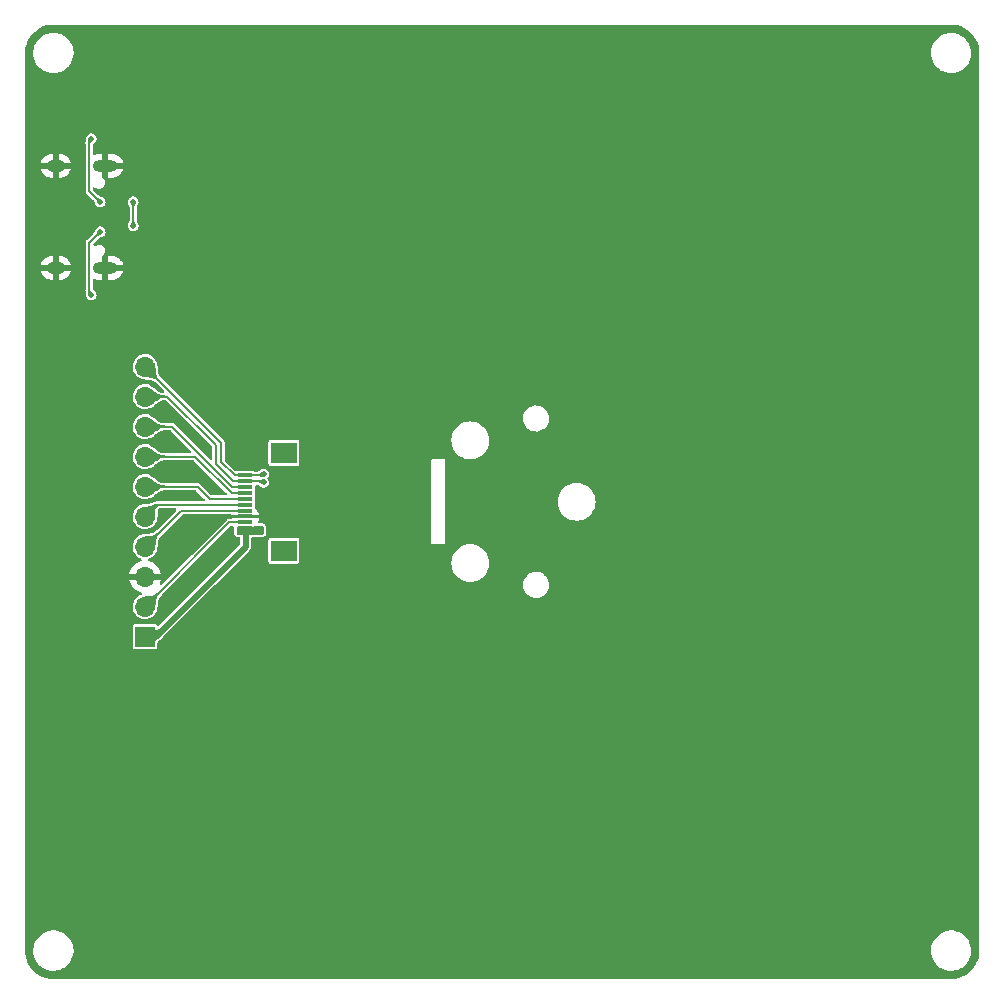
<source format=gbr>
%TF.GenerationSoftware,KiCad,Pcbnew,(6.0.9)*%
%TF.CreationDate,2022-11-14T09:49:53+08:00*%
%TF.ProjectId,YYSJ_2.1''_knob,5959534a-5f32-42e3-9127-275f6b6e6f62,rev?*%
%TF.SameCoordinates,Original*%
%TF.FileFunction,Copper,L2,Bot*%
%TF.FilePolarity,Positive*%
%FSLAX46Y46*%
G04 Gerber Fmt 4.6, Leading zero omitted, Abs format (unit mm)*
G04 Created by KiCad (PCBNEW (6.0.9)) date 2022-11-14 09:49:53*
%MOMM*%
%LPD*%
G01*
G04 APERTURE LIST*
%TA.AperFunction,ComponentPad*%
%ADD10R,1.700000X1.700000*%
%TD*%
%TA.AperFunction,ComponentPad*%
%ADD11O,1.700000X1.700000*%
%TD*%
%TA.AperFunction,ComponentPad*%
%ADD12O,2.100000X1.000000*%
%TD*%
%TA.AperFunction,ComponentPad*%
%ADD13O,1.600000X1.000000*%
%TD*%
%TA.AperFunction,SMDPad,CuDef*%
%ADD14R,1.300000X0.300000*%
%TD*%
%TA.AperFunction,SMDPad,CuDef*%
%ADD15R,2.200000X1.800000*%
%TD*%
%TA.AperFunction,ViaPad*%
%ADD16C,0.500000*%
%TD*%
%TA.AperFunction,Conductor*%
%ADD17C,0.500000*%
%TD*%
%TA.AperFunction,Conductor*%
%ADD18C,0.200000*%
%TD*%
G04 APERTURE END LIST*
D10*
%TO.P,J3,1,Pin_1*%
%TO.N,/VCC5V*%
X60629000Y-140960000D03*
D11*
%TO.P,J3,2,Pin_2*%
%TO.N,Net-(J2-Pad9)*%
X60629000Y-138420000D03*
%TO.P,J3,3,Pin_3*%
%TO.N,GND*%
X60629000Y-135880000D03*
%TO.P,J3,4,Pin_4*%
%TO.N,Net-(J2-Pad7)*%
X60629000Y-133340000D03*
%TO.P,J3,5,Pin_5*%
%TO.N,Net-(J2-Pad6)*%
X60629000Y-130800000D03*
%TO.P,J3,6,Pin_6*%
%TO.N,Net-(J2-Pad5)*%
X60629000Y-128260000D03*
%TO.P,J3,7,Pin_7*%
%TO.N,Net-(J2-Pad4)*%
X60629000Y-125720000D03*
%TO.P,J3,8,Pin_8*%
%TO.N,Net-(J2-Pad3)*%
X60629000Y-123180000D03*
%TO.P,J3,9,Pin_9*%
%TO.N,/USB_D+*%
X60629000Y-120640000D03*
%TO.P,J3,10,Pin_10*%
%TO.N,/USB_D-*%
X60629000Y-118100000D03*
%TD*%
D12*
%TO.P,J1,S1,SHIELD*%
%TO.N,GND*%
X57243000Y-101090000D03*
D13*
X53063000Y-101090000D03*
D12*
X57243000Y-109730000D03*
D13*
X53063000Y-109730000D03*
%TD*%
D14*
%TO.P,J2,1,Pin_1*%
%TO.N,/USB_D-*%
X69132000Y-127285000D03*
%TO.P,J2,2,Pin_2*%
%TO.N,/USB_D+*%
X69132000Y-127785000D03*
%TO.P,J2,3,Pin_3*%
%TO.N,Net-(J2-Pad3)*%
X69132000Y-128285000D03*
%TO.P,J2,4,Pin_4*%
%TO.N,Net-(J2-Pad4)*%
X69132000Y-128785000D03*
%TO.P,J2,5,Pin_5*%
%TO.N,Net-(J2-Pad5)*%
X69132000Y-129285000D03*
%TO.P,J2,6,Pin_6*%
%TO.N,Net-(J2-Pad6)*%
X69132000Y-129785000D03*
%TO.P,J2,7,Pin_7*%
%TO.N,Net-(J2-Pad7)*%
X69132000Y-130285000D03*
%TO.P,J2,8,Pin_8*%
%TO.N,GND*%
X69132000Y-130785000D03*
%TO.P,J2,9,Pin_9*%
%TO.N,Net-(J2-Pad9)*%
X69132000Y-131285000D03*
%TO.P,J2,10,Pin_10*%
%TO.N,/VCC5V*%
X69132000Y-131785000D03*
D15*
%TO.P,J2,MP*%
%TO.N,N/C*%
X72382000Y-133685000D03*
X72382000Y-125385000D03*
%TD*%
D16*
%TO.N,/VCC5V*%
X70308000Y-131885000D03*
%TO.N,GND*%
X72180602Y-119983000D03*
X72942602Y-136747000D03*
X66338602Y-103981000D03*
X69386602Y-94329000D03*
X67608602Y-109569000D03*
X76498602Y-105759000D03*
X64306602Y-94329000D03*
X71418602Y-105759000D03*
X72688602Y-105759000D03*
X65068602Y-103981000D03*
X71672602Y-136747000D03*
X67608602Y-111601000D03*
X66338602Y-109569000D03*
X63798602Y-111601000D03*
X72180602Y-117443000D03*
X68116602Y-94329000D03*
X70402602Y-136747000D03*
X73958602Y-105759000D03*
X75228602Y-105759000D03*
X53130602Y-104235000D03*
X63798602Y-109569000D03*
X53130602Y-105505000D03*
X65068602Y-109569000D03*
X72180602Y-118713000D03*
X65576602Y-94329000D03*
X67608602Y-103981000D03*
X75482602Y-136747000D03*
X53130602Y-106775000D03*
X66846602Y-94329000D03*
X66338602Y-111601000D03*
X53130602Y-102965000D03*
X53130602Y-108045000D03*
X74212602Y-136747000D03*
X65068602Y-111601000D03*
X63798602Y-103981000D03*
X68878602Y-111601000D03*
X72180602Y-121253000D03*
X68878602Y-103981000D03*
X68878602Y-109569000D03*
%TO.N,/USB_D+*%
X70662000Y-127885000D03*
%TO.N,/USB_D-*%
X59626000Y-104140000D03*
X59626000Y-106172000D03*
X70662000Y-127185000D03*
%TO.N,Net-(J1-PadA5)*%
X56070000Y-98806000D03*
X56832000Y-104160000D03*
%TO.N,Net-(J1-PadB5)*%
X56070000Y-112014000D03*
X56832000Y-106680000D03*
%TD*%
D17*
%TO.N,/VCC5V*%
X68884000Y-133594000D02*
X69138000Y-133340000D01*
X60629000Y-140960000D02*
X61518000Y-140960000D01*
X69138000Y-133340000D02*
X69138000Y-132324000D01*
X61518000Y-140960000D02*
X68884000Y-133594000D01*
D18*
%TO.N,/USB_D+*%
X68065800Y-127760000D02*
X66627000Y-126321200D01*
X62532603Y-120640000D02*
X60629000Y-120640000D01*
X66627000Y-126321200D02*
X66627000Y-124734397D01*
X69132000Y-127785000D02*
X68632000Y-127785000D01*
X66627000Y-124734397D02*
X62532603Y-120640000D01*
X68607000Y-127760000D02*
X68065800Y-127760000D01*
X70562000Y-127785000D02*
X70662000Y-127885000D01*
X68632000Y-127785000D02*
X68607000Y-127760000D01*
X69132000Y-127785000D02*
X70562000Y-127785000D01*
%TO.N,/USB_D-*%
X67077000Y-124548000D02*
X60629000Y-118100000D01*
X68607000Y-127310000D02*
X68252200Y-127310000D01*
X59626000Y-106172000D02*
X59626000Y-104140000D01*
X68632000Y-127285000D02*
X68607000Y-127310000D01*
X68252200Y-127310000D02*
X67077000Y-126134800D01*
X69132000Y-127285000D02*
X68632000Y-127285000D01*
X70562000Y-127285000D02*
X70662000Y-127185000D01*
X69132000Y-127285000D02*
X70562000Y-127285000D01*
X67077000Y-126134800D02*
X67077000Y-124548000D01*
%TO.N,Net-(J1-PadA5)*%
X55893000Y-103221000D02*
X56832000Y-104160000D01*
X56070000Y-98806000D02*
X55893000Y-98983000D01*
X55893000Y-98983000D02*
X55893000Y-103221000D01*
%TO.N,Net-(J1-PadB5)*%
X55893000Y-107619000D02*
X56832000Y-106680000D01*
X55893000Y-111837000D02*
X55893000Y-107619000D01*
X56070000Y-112014000D02*
X55893000Y-111837000D01*
%TO.N,Net-(J2-Pad3)*%
X62920115Y-123180000D02*
X60629000Y-123180000D01*
X68025114Y-128285000D02*
X62920115Y-123180000D01*
X69132000Y-128285000D02*
X68025114Y-128285000D01*
%TO.N,Net-(J2-Pad4)*%
X64894429Y-125720000D02*
X60629000Y-125720000D01*
X67959428Y-128785000D02*
X64894429Y-125720000D01*
X69132000Y-128785000D02*
X67959428Y-128785000D01*
%TO.N,Net-(J2-Pad5)*%
X69132000Y-129285000D02*
X66099000Y-129285000D01*
X65074000Y-128260000D02*
X60629000Y-128260000D01*
X66099000Y-129285000D02*
X65074000Y-128260000D01*
%TO.N,Net-(J2-Pad6)*%
X69132000Y-129785000D02*
X61644000Y-129785000D01*
X61644000Y-129785000D02*
X60629000Y-130800000D01*
%TO.N,Net-(J2-Pad7)*%
X63684000Y-130285000D02*
X60629000Y-133340000D01*
X69132000Y-130285000D02*
X63684000Y-130285000D01*
%TO.N,Net-(J2-Pad9)*%
X67764000Y-131285000D02*
X60629000Y-138420000D01*
X69132000Y-131285000D02*
X67764000Y-131285000D01*
%TD*%
%TA.AperFunction,Conductor*%
%TO.N,Net-(J1-PadB5)*%
G36*
X55990171Y-111590743D02*
G01*
X55993582Y-111598403D01*
X55994815Y-111621889D01*
X56000162Y-111651524D01*
X56008891Y-111676781D01*
X56020850Y-111698217D01*
X56035890Y-111716389D01*
X56036264Y-111716711D01*
X56036268Y-111716715D01*
X56052950Y-111731073D01*
X56053860Y-111731857D01*
X56074611Y-111745179D01*
X56097992Y-111756912D01*
X56123852Y-111767615D01*
X56123980Y-111767662D01*
X56123984Y-111767663D01*
X56144493Y-111775106D01*
X56151101Y-111781150D01*
X56152200Y-111785875D01*
X56154855Y-111921649D01*
X56158086Y-112086932D01*
X56154821Y-112095271D01*
X56146617Y-112098859D01*
X56143431Y-112098481D01*
X55828606Y-112016248D01*
X55821468Y-112010842D01*
X55819864Y-112005107D01*
X55819245Y-111964595D01*
X55819245Y-111964590D01*
X55819244Y-111964536D01*
X55817192Y-111921740D01*
X55814168Y-111883678D01*
X55810496Y-111848415D01*
X55806500Y-111814018D01*
X55806514Y-111814016D01*
X55806495Y-111813978D01*
X55802518Y-111778674D01*
X55802497Y-111778476D01*
X55800429Y-111756818D01*
X55798843Y-111740206D01*
X55798821Y-111739946D01*
X55798240Y-111731591D01*
X55795817Y-111696802D01*
X55795800Y-111696489D01*
X55793763Y-111646571D01*
X55793754Y-111646244D01*
X55793152Y-111599166D01*
X55796473Y-111590849D01*
X55804851Y-111587316D01*
X55981898Y-111587316D01*
X55990171Y-111590743D01*
G37*
%TD.AperFunction*%
%TD*%
%TA.AperFunction,Conductor*%
%TO.N,Net-(J1-PadA5)*%
G36*
X56564496Y-103750629D02*
G01*
X56596438Y-103780848D01*
X56632732Y-103810814D01*
X56666210Y-103834072D01*
X56697971Y-103851989D01*
X56729115Y-103865931D01*
X56747353Y-103872467D01*
X56760591Y-103877211D01*
X56760604Y-103877215D01*
X56760740Y-103877264D01*
X56793947Y-103887356D01*
X56829833Y-103897572D01*
X56857377Y-103905702D01*
X56869312Y-103909225D01*
X56869636Y-103909325D01*
X56906143Y-103921263D01*
X56912942Y-103927092D01*
X56914205Y-103932155D01*
X56920150Y-104236223D01*
X56916885Y-104244562D01*
X56908223Y-104248150D01*
X56604155Y-104242205D01*
X56595951Y-104238617D01*
X56593263Y-104234143D01*
X56581325Y-104197636D01*
X56581225Y-104197312D01*
X56569599Y-104157926D01*
X56569567Y-104157817D01*
X56559356Y-104121947D01*
X56549312Y-104088899D01*
X56549264Y-104088740D01*
X56537931Y-104057115D01*
X56523989Y-104025971D01*
X56506072Y-103994210D01*
X56482814Y-103960732D01*
X56455040Y-103927092D01*
X56452968Y-103924583D01*
X56452964Y-103924578D01*
X56452848Y-103924438D01*
X56422629Y-103892496D01*
X56419432Y-103884131D01*
X56422855Y-103876182D01*
X56548182Y-103750855D01*
X56556455Y-103747428D01*
X56564496Y-103750629D01*
G37*
%TD.AperFunction*%
%TD*%
%TA.AperFunction,Conductor*%
%TO.N,/USB_D-*%
G36*
X59722892Y-105685427D02*
G01*
X59726315Y-105693376D01*
X59727533Y-105737331D01*
X59732008Y-105784184D01*
X59739234Y-105824302D01*
X59749024Y-105859430D01*
X59761188Y-105891311D01*
X59775536Y-105921688D01*
X59791881Y-105952304D01*
X59791919Y-105952372D01*
X59791927Y-105952387D01*
X59809977Y-105984805D01*
X59810032Y-105984904D01*
X59829724Y-106021086D01*
X59829882Y-106021387D01*
X59847241Y-106055616D01*
X59847926Y-106064545D01*
X59845239Y-106069018D01*
X59634433Y-106288231D01*
X59626229Y-106291819D01*
X59617567Y-106288231D01*
X59406761Y-106069018D01*
X59403496Y-106060679D01*
X59404759Y-106055616D01*
X59422118Y-106021387D01*
X59422276Y-106021086D01*
X59441967Y-105984904D01*
X59442022Y-105984805D01*
X59460072Y-105952387D01*
X59460080Y-105952372D01*
X59460118Y-105952304D01*
X59476463Y-105921688D01*
X59490811Y-105891311D01*
X59502975Y-105859430D01*
X59512765Y-105824302D01*
X59519991Y-105784184D01*
X59524466Y-105737331D01*
X59525685Y-105693376D01*
X59529340Y-105685201D01*
X59537381Y-105682000D01*
X59714619Y-105682000D01*
X59722892Y-105685427D01*
G37*
%TD.AperFunction*%
%TD*%
%TA.AperFunction,Conductor*%
%TO.N,/USB_D-*%
G36*
X61423323Y-117820883D02*
G01*
X61431527Y-117824471D01*
X61434328Y-117829312D01*
X61482853Y-117996044D01*
X61483121Y-117997168D01*
X61512371Y-118154007D01*
X61512502Y-118154898D01*
X61527934Y-118298086D01*
X61527972Y-118298513D01*
X61537244Y-118431856D01*
X61548035Y-118558816D01*
X61548067Y-118559017D01*
X61548069Y-118559030D01*
X61567988Y-118682514D01*
X61568048Y-118682885D01*
X61605004Y-118807766D01*
X61666622Y-118937159D01*
X61760620Y-119074770D01*
X61887322Y-119216050D01*
X61890295Y-119224496D01*
X61886885Y-119232134D01*
X61761134Y-119357885D01*
X61752861Y-119361312D01*
X61745050Y-119358323D01*
X61603770Y-119231620D01*
X61466159Y-119137622D01*
X61419460Y-119115383D01*
X61337189Y-119076205D01*
X61337184Y-119076203D01*
X61336766Y-119076004D01*
X61331488Y-119074442D01*
X61212248Y-119039155D01*
X61212242Y-119039154D01*
X61211885Y-119039048D01*
X61211516Y-119038989D01*
X61211514Y-119038988D01*
X61088030Y-119019069D01*
X61088017Y-119019067D01*
X61087816Y-119019035D01*
X61087607Y-119019017D01*
X61087597Y-119019016D01*
X60960856Y-119008244D01*
X60827513Y-118998972D01*
X60827100Y-118998935D01*
X60738897Y-118989430D01*
X60683898Y-118983502D01*
X60683007Y-118983371D01*
X60526168Y-118954121D01*
X60525044Y-118953853D01*
X60358312Y-118905328D01*
X60351326Y-118899726D01*
X60349883Y-118894323D01*
X60328718Y-117811645D01*
X60331983Y-117803306D01*
X60340645Y-117799718D01*
X61423323Y-117820883D01*
G37*
%TD.AperFunction*%
%TD*%
%TA.AperFunction,Conductor*%
%TO.N,Net-(J2-Pad3)*%
G36*
X61007047Y-122419141D02*
G01*
X61159257Y-122502725D01*
X61160241Y-122503330D01*
X61291830Y-122593552D01*
X61292548Y-122594086D01*
X61404728Y-122684439D01*
X61405037Y-122684698D01*
X61505884Y-122772431D01*
X61603289Y-122854576D01*
X61603475Y-122854711D01*
X61603481Y-122854715D01*
X61704863Y-122927933D01*
X61704871Y-122927938D01*
X61705170Y-122928154D01*
X61819606Y-122990326D01*
X61954672Y-123038251D01*
X62118444Y-123069089D01*
X62307936Y-123079398D01*
X62316010Y-123083269D01*
X62319000Y-123091081D01*
X62319000Y-123268919D01*
X62315573Y-123277192D01*
X62307936Y-123280602D01*
X62118444Y-123290910D01*
X61954672Y-123321748D01*
X61819606Y-123369673D01*
X61705170Y-123431845D01*
X61704871Y-123432061D01*
X61704863Y-123432066D01*
X61603481Y-123505284D01*
X61603289Y-123505423D01*
X61505884Y-123587568D01*
X61405037Y-123675301D01*
X61404728Y-123675560D01*
X61292553Y-123765909D01*
X61291830Y-123766447D01*
X61160241Y-123856669D01*
X61159257Y-123857274D01*
X61007047Y-123940859D01*
X60998146Y-123941838D01*
X60993305Y-123939037D01*
X60908282Y-123857274D01*
X60212769Y-123188433D01*
X60209181Y-123180229D01*
X60212769Y-123171567D01*
X60307988Y-123080000D01*
X60993305Y-122420963D01*
X61001644Y-122417698D01*
X61007047Y-122419141D01*
G37*
%TD.AperFunction*%
%TD*%
%TA.AperFunction,Conductor*%
%TO.N,Net-(J1-PadA5)*%
G36*
X56152302Y-98722744D02*
G01*
X56157708Y-98729882D01*
X56158086Y-98733067D01*
X56154112Y-98936321D01*
X56152200Y-99034125D01*
X56148612Y-99042329D01*
X56144494Y-99044893D01*
X56123852Y-99052384D01*
X56097992Y-99063087D01*
X56074611Y-99074820D01*
X56053860Y-99088142D01*
X56053551Y-99088408D01*
X56036268Y-99103284D01*
X56036264Y-99103288D01*
X56035890Y-99103610D01*
X56020850Y-99121782D01*
X56008891Y-99143218D01*
X56000162Y-99168475D01*
X55994815Y-99198110D01*
X55994796Y-99198481D01*
X55993582Y-99221597D01*
X55989726Y-99229679D01*
X55981898Y-99232684D01*
X55804851Y-99232684D01*
X55796578Y-99229257D01*
X55793152Y-99220834D01*
X55793754Y-99173755D01*
X55793763Y-99173428D01*
X55795800Y-99123510D01*
X55795818Y-99123174D01*
X55795944Y-99121366D01*
X55798825Y-99080020D01*
X55798847Y-99079754D01*
X55799303Y-99074985D01*
X55802497Y-99041523D01*
X55802518Y-99041325D01*
X55806495Y-99006021D01*
X55806516Y-99005983D01*
X55806500Y-99005981D01*
X55810496Y-98971584D01*
X55810501Y-98971540D01*
X55814160Y-98936386D01*
X55814167Y-98936321D01*
X55817192Y-98898259D01*
X55819244Y-98855463D01*
X55819864Y-98814893D01*
X55823417Y-98806673D01*
X55828606Y-98803752D01*
X56143431Y-98721519D01*
X56152302Y-98722744D01*
G37*
%TD.AperFunction*%
%TD*%
%TA.AperFunction,Conductor*%
%TO.N,Net-(J2-Pad5)*%
G36*
X61007047Y-127499141D02*
G01*
X61159257Y-127582725D01*
X61160241Y-127583330D01*
X61291830Y-127673552D01*
X61292548Y-127674086D01*
X61404728Y-127764439D01*
X61405037Y-127764698D01*
X61505884Y-127852431D01*
X61603289Y-127934576D01*
X61603475Y-127934711D01*
X61603481Y-127934715D01*
X61704863Y-128007933D01*
X61704871Y-128007938D01*
X61705170Y-128008154D01*
X61819606Y-128070326D01*
X61954672Y-128118251D01*
X62118444Y-128149089D01*
X62307936Y-128159398D01*
X62316010Y-128163269D01*
X62319000Y-128171081D01*
X62319000Y-128348919D01*
X62315573Y-128357192D01*
X62307936Y-128360602D01*
X62118444Y-128370910D01*
X61954672Y-128401748D01*
X61819606Y-128449673D01*
X61705170Y-128511845D01*
X61704871Y-128512061D01*
X61704863Y-128512066D01*
X61603481Y-128585284D01*
X61603289Y-128585423D01*
X61505884Y-128667568D01*
X61405037Y-128755301D01*
X61404728Y-128755560D01*
X61292553Y-128845909D01*
X61291830Y-128846447D01*
X61160241Y-128936669D01*
X61159257Y-128937274D01*
X61007047Y-129020859D01*
X60998146Y-129021838D01*
X60993305Y-129019037D01*
X60908282Y-128937274D01*
X60212769Y-128268433D01*
X60209181Y-128260229D01*
X60212769Y-128251567D01*
X60307988Y-128160000D01*
X60993305Y-127500963D01*
X61001644Y-127497698D01*
X61007047Y-127499141D01*
G37*
%TD.AperFunction*%
%TD*%
%TA.AperFunction,Conductor*%
%TO.N,Net-(J2-Pad7)*%
G36*
X61761134Y-132082115D02*
G01*
X61886885Y-132207866D01*
X61890312Y-132216139D01*
X61887323Y-132223949D01*
X61760620Y-132365229D01*
X61666622Y-132502840D01*
X61605004Y-132632233D01*
X61568048Y-132757114D01*
X61567989Y-132757483D01*
X61567988Y-132757485D01*
X61548069Y-132880969D01*
X61548067Y-132880982D01*
X61548035Y-132881183D01*
X61548017Y-132881392D01*
X61548016Y-132881402D01*
X61537244Y-133008143D01*
X61527973Y-133141471D01*
X61527934Y-133141913D01*
X61512502Y-133285101D01*
X61512371Y-133285992D01*
X61483121Y-133442831D01*
X61482853Y-133443955D01*
X61434328Y-133610688D01*
X61428726Y-133617674D01*
X61423323Y-133619117D01*
X60340645Y-133640282D01*
X60332306Y-133637017D01*
X60328718Y-133628355D01*
X60349883Y-132545677D01*
X60353471Y-132537473D01*
X60358311Y-132534672D01*
X60525045Y-132486145D01*
X60526170Y-132485877D01*
X60683007Y-132456628D01*
X60683898Y-132456497D01*
X60738897Y-132450569D01*
X60827100Y-132441064D01*
X60827513Y-132441027D01*
X60960856Y-132431755D01*
X61087597Y-132420983D01*
X61087607Y-132420982D01*
X61087816Y-132420964D01*
X61088017Y-132420932D01*
X61088030Y-132420930D01*
X61211514Y-132401011D01*
X61211516Y-132401010D01*
X61211885Y-132400951D01*
X61212242Y-132400845D01*
X61212248Y-132400844D01*
X61336320Y-132364127D01*
X61336766Y-132363995D01*
X61337184Y-132363796D01*
X61337189Y-132363794D01*
X61419460Y-132324616D01*
X61466159Y-132302377D01*
X61603770Y-132208379D01*
X61745050Y-132081678D01*
X61753497Y-132078705D01*
X61761134Y-132082115D01*
G37*
%TD.AperFunction*%
%TD*%
%TA.AperFunction,Conductor*%
%TO.N,Net-(J2-Pad6)*%
G36*
X61904796Y-129688586D02*
G01*
X61908573Y-129697195D01*
X61908573Y-129874567D01*
X61905146Y-129882840D01*
X61898209Y-129886190D01*
X61810072Y-129896314D01*
X61745025Y-129903785D01*
X61745023Y-129903786D01*
X61744079Y-129903894D01*
X61630126Y-129957486D01*
X61557497Y-130041140D01*
X61516975Y-130150218D01*
X61499342Y-130280084D01*
X61495382Y-130426101D01*
X61495382Y-130426138D01*
X61495876Y-130583467D01*
X61495872Y-130583807D01*
X61491623Y-130747561D01*
X61491559Y-130748518D01*
X61473452Y-130913897D01*
X61473169Y-130915470D01*
X61434109Y-131070288D01*
X61428762Y-131077472D01*
X61422995Y-131079124D01*
X60343936Y-131100218D01*
X60335597Y-131096953D01*
X60332009Y-131088749D01*
X60332387Y-131085563D01*
X60626825Y-129958329D01*
X60632231Y-129951191D01*
X60637599Y-129949599D01*
X60787664Y-129942594D01*
X60787668Y-129942594D01*
X60787960Y-129942580D01*
X60788242Y-129942538D01*
X60788248Y-129942537D01*
X60921513Y-129922485D01*
X60921522Y-129922483D01*
X60921809Y-129922440D01*
X61037380Y-129892760D01*
X61141505Y-129856720D01*
X61241018Y-129817500D01*
X61342473Y-129778388D01*
X61343060Y-129778180D01*
X61453069Y-129742393D01*
X61454011Y-129742129D01*
X61579678Y-129712687D01*
X61580784Y-129712484D01*
X61729080Y-129692493D01*
X61730158Y-129692398D01*
X61830538Y-129688236D01*
X61896389Y-129685505D01*
X61904796Y-129688586D01*
G37*
%TD.AperFunction*%
%TD*%
%TA.AperFunction,Conductor*%
%TO.N,/USB_D-*%
G36*
X59634433Y-104023769D02*
G01*
X59845239Y-104242981D01*
X59848504Y-104251320D01*
X59847241Y-104256383D01*
X59829882Y-104290612D01*
X59829724Y-104290913D01*
X59810037Y-104327085D01*
X59809982Y-104327183D01*
X59791937Y-104359594D01*
X59791881Y-104359695D01*
X59775536Y-104390311D01*
X59761188Y-104420688D01*
X59749024Y-104452569D01*
X59739234Y-104487697D01*
X59732008Y-104527815D01*
X59727533Y-104574668D01*
X59727528Y-104574837D01*
X59727528Y-104574842D01*
X59726315Y-104618624D01*
X59722660Y-104626799D01*
X59714619Y-104630000D01*
X59537381Y-104630000D01*
X59529108Y-104626573D01*
X59525685Y-104618624D01*
X59524471Y-104574842D01*
X59524471Y-104574837D01*
X59524466Y-104574668D01*
X59519991Y-104527815D01*
X59512765Y-104487697D01*
X59502975Y-104452569D01*
X59490811Y-104420688D01*
X59476463Y-104390311D01*
X59460118Y-104359695D01*
X59460062Y-104359594D01*
X59442017Y-104327183D01*
X59441962Y-104327085D01*
X59422275Y-104290913D01*
X59422117Y-104290612D01*
X59404759Y-104256384D01*
X59404074Y-104247455D01*
X59406761Y-104242982D01*
X59617567Y-104023769D01*
X59625771Y-104020181D01*
X59634433Y-104023769D01*
G37*
%TD.AperFunction*%
%TD*%
%TA.AperFunction,Conductor*%
%TO.N,/USB_D+*%
G36*
X70651933Y-127638634D02*
G01*
X70654981Y-127642897D01*
X70677314Y-127696491D01*
X70771953Y-127923609D01*
X70771972Y-127932564D01*
X70765228Y-127939077D01*
X70480036Y-128045035D01*
X70471087Y-128044704D01*
X70467044Y-128041642D01*
X70446753Y-128017758D01*
X70446738Y-128017741D01*
X70446705Y-128017702D01*
X70423474Y-127990594D01*
X70423460Y-127990579D01*
X70423428Y-127990541D01*
X70401238Y-127966299D01*
X70379043Y-127945093D01*
X70355705Y-127926983D01*
X70330084Y-127912030D01*
X70301043Y-127900295D01*
X70267440Y-127891838D01*
X70243473Y-127888716D01*
X70228401Y-127886753D01*
X70228398Y-127886753D01*
X70228139Y-127886719D01*
X70227879Y-127886709D01*
X70227875Y-127886709D01*
X70215637Y-127886253D01*
X70193264Y-127885420D01*
X70185125Y-127881687D01*
X70182000Y-127873728D01*
X70182000Y-127696491D01*
X70185427Y-127688218D01*
X70193489Y-127684793D01*
X70247136Y-127683825D01*
X70247141Y-127683825D01*
X70247241Y-127683823D01*
X70247337Y-127683817D01*
X70247348Y-127683817D01*
X70302549Y-127680602D01*
X70302570Y-127680600D01*
X70302678Y-127680594D01*
X70311112Y-127679742D01*
X70350342Y-127675779D01*
X70350360Y-127675777D01*
X70350467Y-127675766D01*
X70350584Y-127675749D01*
X70350596Y-127675748D01*
X70392668Y-127669804D01*
X70392760Y-127669791D01*
X70431713Y-127663123D01*
X70469480Y-127656212D01*
X70496272Y-127651579D01*
X70508067Y-127649539D01*
X70508391Y-127649488D01*
X70549838Y-127643512D01*
X70550294Y-127643455D01*
X70596987Y-127638582D01*
X70597441Y-127638545D01*
X70643465Y-127635720D01*
X70651933Y-127638634D01*
G37*
%TD.AperFunction*%
%TD*%
%TA.AperFunction,Conductor*%
%TO.N,/USB_D-*%
G36*
X70480035Y-127024965D02*
G01*
X70765228Y-127130923D01*
X70771789Y-127137017D01*
X70771953Y-127146391D01*
X70767063Y-127158127D01*
X70655215Y-127426544D01*
X70654982Y-127427102D01*
X70648637Y-127433421D01*
X70643467Y-127434280D01*
X70597441Y-127431454D01*
X70596987Y-127431417D01*
X70550292Y-127426544D01*
X70549838Y-127426487D01*
X70508391Y-127420511D01*
X70508067Y-127420460D01*
X70496272Y-127418420D01*
X70469480Y-127413787D01*
X70431713Y-127406876D01*
X70392760Y-127400208D01*
X70392668Y-127400195D01*
X70350596Y-127394251D01*
X70350584Y-127394250D01*
X70350467Y-127394233D01*
X70350360Y-127394222D01*
X70350342Y-127394220D01*
X70311112Y-127390257D01*
X70302678Y-127389405D01*
X70302570Y-127389399D01*
X70302549Y-127389397D01*
X70247348Y-127386182D01*
X70247337Y-127386182D01*
X70247241Y-127386176D01*
X70247141Y-127386174D01*
X70247136Y-127386174D01*
X70193489Y-127385207D01*
X70185279Y-127381632D01*
X70182000Y-127373509D01*
X70182000Y-127196272D01*
X70185427Y-127187999D01*
X70193264Y-127184580D01*
X70204429Y-127184164D01*
X70227876Y-127183290D01*
X70227880Y-127183290D01*
X70228139Y-127183280D01*
X70228398Y-127183246D01*
X70228401Y-127183246D01*
X70243473Y-127181283D01*
X70267440Y-127178161D01*
X70301043Y-127169704D01*
X70330084Y-127157969D01*
X70355705Y-127143016D01*
X70379043Y-127124906D01*
X70401238Y-127103700D01*
X70423428Y-127079458D01*
X70423460Y-127079420D01*
X70423474Y-127079405D01*
X70446753Y-127052241D01*
X70467044Y-127028358D01*
X70475012Y-127024271D01*
X70480035Y-127024965D01*
G37*
%TD.AperFunction*%
%TD*%
%TA.AperFunction,Conductor*%
%TO.N,Net-(J2-Pad4)*%
G36*
X61007047Y-124959141D02*
G01*
X61159257Y-125042725D01*
X61160241Y-125043330D01*
X61291830Y-125133552D01*
X61292548Y-125134086D01*
X61404728Y-125224439D01*
X61405037Y-125224698D01*
X61505884Y-125312431D01*
X61603289Y-125394576D01*
X61603475Y-125394711D01*
X61603481Y-125394715D01*
X61704863Y-125467933D01*
X61704871Y-125467938D01*
X61705170Y-125468154D01*
X61819606Y-125530326D01*
X61954672Y-125578251D01*
X62118444Y-125609089D01*
X62307936Y-125619398D01*
X62316010Y-125623269D01*
X62319000Y-125631081D01*
X62319000Y-125808919D01*
X62315573Y-125817192D01*
X62307936Y-125820602D01*
X62118444Y-125830910D01*
X61954672Y-125861748D01*
X61819606Y-125909673D01*
X61705170Y-125971845D01*
X61704871Y-125972061D01*
X61704863Y-125972066D01*
X61603481Y-126045284D01*
X61603289Y-126045423D01*
X61505884Y-126127568D01*
X61405037Y-126215301D01*
X61404728Y-126215560D01*
X61292553Y-126305909D01*
X61291830Y-126306447D01*
X61160241Y-126396669D01*
X61159257Y-126397274D01*
X61007047Y-126480859D01*
X60998146Y-126481838D01*
X60993305Y-126479037D01*
X60908282Y-126397274D01*
X60212769Y-125728433D01*
X60209181Y-125720229D01*
X60212769Y-125711567D01*
X60307988Y-125620000D01*
X60993305Y-124960963D01*
X61001644Y-124957698D01*
X61007047Y-124959141D01*
G37*
%TD.AperFunction*%
%TD*%
%TA.AperFunction,Conductor*%
%TO.N,/USB_D+*%
G36*
X61007047Y-119879141D02*
G01*
X61159257Y-119962725D01*
X61160241Y-119963330D01*
X61291830Y-120053552D01*
X61292548Y-120054086D01*
X61404728Y-120144439D01*
X61405037Y-120144698D01*
X61505884Y-120232431D01*
X61603289Y-120314576D01*
X61603475Y-120314711D01*
X61603481Y-120314715D01*
X61704863Y-120387933D01*
X61704871Y-120387938D01*
X61705170Y-120388154D01*
X61819606Y-120450326D01*
X61954672Y-120498251D01*
X62118444Y-120529089D01*
X62307936Y-120539398D01*
X62316010Y-120543269D01*
X62319000Y-120551081D01*
X62319000Y-120728919D01*
X62315573Y-120737192D01*
X62307936Y-120740602D01*
X62118444Y-120750910D01*
X61954672Y-120781748D01*
X61819606Y-120829673D01*
X61705170Y-120891845D01*
X61704871Y-120892061D01*
X61704863Y-120892066D01*
X61603481Y-120965284D01*
X61603289Y-120965423D01*
X61505884Y-121047568D01*
X61405037Y-121135301D01*
X61404728Y-121135560D01*
X61292553Y-121225909D01*
X61291830Y-121226447D01*
X61160241Y-121316669D01*
X61159257Y-121317274D01*
X61007047Y-121400859D01*
X60998146Y-121401838D01*
X60993305Y-121399037D01*
X60908282Y-121317274D01*
X60212769Y-120648433D01*
X60209181Y-120640229D01*
X60212769Y-120631567D01*
X60307988Y-120540000D01*
X60993305Y-119880963D01*
X61001644Y-119877698D01*
X61007047Y-119879141D01*
G37*
%TD.AperFunction*%
%TD*%
%TA.AperFunction,Conductor*%
%TO.N,/VCC5V*%
G36*
X61006873Y-140198638D02*
G01*
X61102302Y-140245758D01*
X61199309Y-140293319D01*
X61199325Y-140293326D01*
X61199375Y-140293351D01*
X61291931Y-140334859D01*
X61381177Y-140367363D01*
X61427199Y-140378231D01*
X61467842Y-140387829D01*
X61467847Y-140387830D01*
X61468318Y-140387941D01*
X61468805Y-140387973D01*
X61468809Y-140387974D01*
X61553960Y-140393635D01*
X61554562Y-140393675D01*
X61641114Y-140381643D01*
X61686919Y-140364627D01*
X61728630Y-140349132D01*
X61728633Y-140349131D01*
X61729181Y-140348927D01*
X61751747Y-140334928D01*
X61819560Y-140292860D01*
X61819562Y-140292858D01*
X61819969Y-140292606D01*
X61906448Y-140216965D01*
X61914932Y-140214098D01*
X61922425Y-140217499D01*
X62259933Y-140555007D01*
X62263360Y-140563280D01*
X62259900Y-140571586D01*
X62127335Y-140703086D01*
X62127260Y-140703159D01*
X62006747Y-140820595D01*
X62006670Y-140820670D01*
X61902139Y-140920675D01*
X61902069Y-140920742D01*
X61860352Y-140960000D01*
X61808761Y-141008549D01*
X61808715Y-141008592D01*
X61722102Y-141089214D01*
X61722094Y-141089222D01*
X61637638Y-141167688D01*
X61550774Y-141249047D01*
X61550727Y-141249092D01*
X61456934Y-141338355D01*
X61351546Y-141440667D01*
X61351535Y-141440678D01*
X61236428Y-141554711D01*
X61228139Y-141558099D01*
X61222280Y-141556494D01*
X60217338Y-140967813D01*
X60211932Y-140960675D01*
X60213157Y-140951804D01*
X60215142Y-140949285D01*
X60993583Y-140200696D01*
X61001922Y-140197431D01*
X61006873Y-140198638D01*
G37*
%TD.AperFunction*%
%TD*%
%TA.AperFunction,Conductor*%
%TO.N,Net-(J1-PadB5)*%
G36*
X56916562Y-106595115D02*
G01*
X56920150Y-106603777D01*
X56914205Y-106907845D01*
X56910617Y-106916049D01*
X56906143Y-106918737D01*
X56869636Y-106930674D01*
X56869312Y-106930774D01*
X56857377Y-106934297D01*
X56829833Y-106942427D01*
X56793947Y-106952643D01*
X56760740Y-106962735D01*
X56760604Y-106962784D01*
X56760591Y-106962788D01*
X56747353Y-106967532D01*
X56729115Y-106974068D01*
X56697971Y-106988010D01*
X56666210Y-107005927D01*
X56632732Y-107029185D01*
X56596438Y-107059151D01*
X56596304Y-107059278D01*
X56564496Y-107089371D01*
X56556131Y-107092568D01*
X56548182Y-107089145D01*
X56422855Y-106963818D01*
X56419428Y-106955545D01*
X56422629Y-106947504D01*
X56452721Y-106915695D01*
X56452848Y-106915561D01*
X56482814Y-106879267D01*
X56506072Y-106845789D01*
X56523989Y-106814028D01*
X56537931Y-106782884D01*
X56549264Y-106751259D01*
X56559356Y-106718052D01*
X56569572Y-106682166D01*
X56581222Y-106642697D01*
X56581322Y-106642373D01*
X56593263Y-106605857D01*
X56599092Y-106599058D01*
X56604155Y-106597795D01*
X56908223Y-106591850D01*
X56916562Y-106595115D01*
G37*
%TD.AperFunction*%
%TD*%
%TA.AperFunction,Conductor*%
%TO.N,Net-(J2-Pad9)*%
G36*
X61761134Y-137162115D02*
G01*
X61886885Y-137287866D01*
X61890312Y-137296139D01*
X61887323Y-137303949D01*
X61760620Y-137445229D01*
X61666622Y-137582840D01*
X61605004Y-137712233D01*
X61568048Y-137837114D01*
X61567989Y-137837483D01*
X61567988Y-137837485D01*
X61548069Y-137960969D01*
X61548067Y-137960982D01*
X61548035Y-137961183D01*
X61548017Y-137961392D01*
X61548016Y-137961402D01*
X61537244Y-138088143D01*
X61527973Y-138221471D01*
X61527934Y-138221913D01*
X61512502Y-138365101D01*
X61512371Y-138365992D01*
X61483121Y-138522831D01*
X61482853Y-138523955D01*
X61434328Y-138690688D01*
X61428726Y-138697674D01*
X61423323Y-138699117D01*
X60340645Y-138720282D01*
X60332306Y-138717017D01*
X60328718Y-138708355D01*
X60349883Y-137625677D01*
X60353471Y-137617473D01*
X60358311Y-137614672D01*
X60525045Y-137566145D01*
X60526170Y-137565877D01*
X60683007Y-137536628D01*
X60683898Y-137536497D01*
X60738897Y-137530569D01*
X60827100Y-137521064D01*
X60827513Y-137521027D01*
X60960856Y-137511755D01*
X61087597Y-137500983D01*
X61087607Y-137500982D01*
X61087816Y-137500964D01*
X61088017Y-137500932D01*
X61088030Y-137500930D01*
X61211514Y-137481011D01*
X61211516Y-137481010D01*
X61211885Y-137480951D01*
X61212242Y-137480845D01*
X61212248Y-137480844D01*
X61336320Y-137444127D01*
X61336766Y-137443995D01*
X61337184Y-137443796D01*
X61337189Y-137443794D01*
X61419460Y-137404616D01*
X61466159Y-137382377D01*
X61603770Y-137288379D01*
X61745050Y-137161678D01*
X61753497Y-137158705D01*
X61761134Y-137162115D01*
G37*
%TD.AperFunction*%
%TD*%
%TA.AperFunction,Conductor*%
%TO.N,/VCC5V*%
G36*
X70604121Y-131582002D02*
G01*
X70650614Y-131635658D01*
X70662000Y-131688000D01*
X70662000Y-132198000D01*
X70641998Y-132266121D01*
X70588342Y-132312614D01*
X70536000Y-132324000D01*
X68502000Y-132324000D01*
X68433879Y-132303998D01*
X68387386Y-132250342D01*
X68376000Y-132198000D01*
X68376000Y-131761500D01*
X68396002Y-131693379D01*
X68449658Y-131646886D01*
X68502000Y-131635500D01*
X69801748Y-131635500D01*
X69807816Y-131634293D01*
X69848061Y-131626288D01*
X69848062Y-131626288D01*
X69860231Y-131623867D01*
X69921040Y-131583235D01*
X69991043Y-131562000D01*
X70536000Y-131562000D01*
X70604121Y-131582002D01*
G37*
%TD.AperFunction*%
%TD*%
%TA.AperFunction,Conductor*%
%TO.N,GND*%
G36*
X128860732Y-89135943D02*
G01*
X128861572Y-89135773D01*
X128876649Y-89140672D01*
X128888805Y-89136722D01*
X128890019Y-89137117D01*
X128890068Y-89136312D01*
X129158268Y-89152540D01*
X129173372Y-89154374D01*
X129443396Y-89203861D01*
X129458169Y-89207503D01*
X129720249Y-89289174D01*
X129734475Y-89294569D01*
X129984803Y-89407234D01*
X129998273Y-89414303D01*
X130233206Y-89556325D01*
X130245727Y-89564968D01*
X130461813Y-89734259D01*
X130473202Y-89744348D01*
X130595853Y-89866996D01*
X130667319Y-89938461D01*
X130677407Y-89949847D01*
X130846715Y-90165948D01*
X130855352Y-90178461D01*
X130997373Y-90413384D01*
X131004444Y-90426855D01*
X131117114Y-90677180D01*
X131122510Y-90691406D01*
X131204188Y-90953496D01*
X131207829Y-90968269D01*
X131257319Y-91238275D01*
X131259154Y-91253379D01*
X131275380Y-91521458D01*
X131273561Y-91521568D01*
X131274308Y-91524757D01*
X131270979Y-91535004D01*
X131275673Y-91549447D01*
X131275249Y-91564282D01*
X131276151Y-91570552D01*
X131276151Y-167519083D01*
X131275708Y-167519083D01*
X131275878Y-167519923D01*
X131270979Y-167535000D01*
X131274929Y-167547156D01*
X131274534Y-167548370D01*
X131275339Y-167548419D01*
X131259116Y-167816618D01*
X131257282Y-167831722D01*
X131227339Y-167995118D01*
X131207801Y-168101732D01*
X131204161Y-168116500D01*
X131122489Y-168378593D01*
X131117095Y-168392815D01*
X131090800Y-168451240D01*
X131004429Y-168643145D01*
X130997358Y-168656617D01*
X130855344Y-168891533D01*
X130846700Y-168904055D01*
X130677399Y-169120148D01*
X130667310Y-169131537D01*
X130473202Y-169325641D01*
X130461813Y-169335731D01*
X130245711Y-169505032D01*
X130233198Y-169513669D01*
X130137747Y-169571369D01*
X129998275Y-169655680D01*
X129984804Y-169662750D01*
X129859638Y-169719080D01*
X129734473Y-169775410D01*
X129720247Y-169780805D01*
X129458163Y-169862470D01*
X129443389Y-169866111D01*
X129443133Y-169866158D01*
X129173376Y-169915588D01*
X129158274Y-169917422D01*
X128889945Y-169933647D01*
X128889840Y-169931908D01*
X128886789Y-169932622D01*
X128876653Y-169929328D01*
X128862208Y-169934022D01*
X128847381Y-169933598D01*
X128841105Y-169934500D01*
X52892567Y-169934500D01*
X52892567Y-169934057D01*
X52891727Y-169934227D01*
X52876649Y-169929328D01*
X52864491Y-169933279D01*
X52863279Y-169932885D01*
X52863230Y-169933689D01*
X52595025Y-169917470D01*
X52579927Y-169915637D01*
X52309909Y-169866158D01*
X52295137Y-169862517D01*
X52260999Y-169851879D01*
X52033048Y-169780849D01*
X52018828Y-169775456D01*
X51768491Y-169662789D01*
X51755023Y-169655721D01*
X51520096Y-169513703D01*
X51507586Y-169505068D01*
X51291489Y-169335765D01*
X51280100Y-169325675D01*
X51085992Y-169131563D01*
X51075909Y-169120182D01*
X50906611Y-168904081D01*
X50897971Y-168891564D01*
X50755955Y-168656632D01*
X50748884Y-168643158D01*
X50662514Y-168451240D01*
X50636225Y-168392825D01*
X50630832Y-168378602D01*
X50549171Y-168116513D01*
X50545531Y-168101745D01*
X50525188Y-167990713D01*
X50496057Y-167831722D01*
X50494224Y-167816619D01*
X50478004Y-167548296D01*
X50478029Y-167548294D01*
X50478018Y-167548252D01*
X50482323Y-167535004D01*
X50477151Y-167519085D01*
X50477151Y-167490361D01*
X51171967Y-167490361D01*
X51172351Y-167498364D01*
X51184094Y-167742820D01*
X51185007Y-167747409D01*
X51231951Y-167983412D01*
X51233403Y-167990713D01*
X51234982Y-167995111D01*
X51234984Y-167995118D01*
X51312526Y-168211091D01*
X51318811Y-168228595D01*
X51438443Y-168451240D01*
X51441238Y-168454984D01*
X51441240Y-168454986D01*
X51586877Y-168650018D01*
X51586882Y-168650024D01*
X51589669Y-168653756D01*
X51592978Y-168657036D01*
X51592983Y-168657042D01*
X51760406Y-168823010D01*
X51769168Y-168831696D01*
X51772930Y-168834454D01*
X51772933Y-168834457D01*
X51890602Y-168920735D01*
X51972997Y-168981149D01*
X51977132Y-168983325D01*
X51977136Y-168983327D01*
X52054352Y-169023952D01*
X52196677Y-169098833D01*
X52435295Y-169182162D01*
X52439888Y-169183034D01*
X52679020Y-169228435D01*
X52679023Y-169228435D01*
X52683609Y-169229306D01*
X52803732Y-169234026D01*
X52931496Y-169239046D01*
X52931501Y-169239046D01*
X52936164Y-169239229D01*
X53014308Y-169230671D01*
X53182758Y-169212223D01*
X53182763Y-169212222D01*
X53187411Y-169211713D01*
X53305512Y-169180620D01*
X53427309Y-169148554D01*
X53427312Y-169148553D01*
X53431832Y-169147363D01*
X53664056Y-169047591D01*
X53771425Y-168981149D01*
X53875009Y-168917050D01*
X53875013Y-168917047D01*
X53878982Y-168914591D01*
X53973640Y-168834457D01*
X54068323Y-168754302D01*
X54068324Y-168754301D01*
X54071889Y-168751283D01*
X54134129Y-168680312D01*
X54235457Y-168564771D01*
X54235461Y-168564766D01*
X54238539Y-168561256D01*
X54241069Y-168557323D01*
X54372745Y-168352610D01*
X54372747Y-168352607D01*
X54375270Y-168348684D01*
X54479079Y-168118236D01*
X54547685Y-167874976D01*
X54564387Y-167743690D01*
X54579184Y-167627378D01*
X54579184Y-167627372D01*
X54579582Y-167624247D01*
X54581919Y-167535000D01*
X54580484Y-167515694D01*
X54578601Y-167490361D01*
X127171967Y-167490361D01*
X127172351Y-167498364D01*
X127184094Y-167742820D01*
X127185007Y-167747409D01*
X127231951Y-167983412D01*
X127233403Y-167990713D01*
X127234982Y-167995111D01*
X127234984Y-167995118D01*
X127312526Y-168211091D01*
X127318811Y-168228595D01*
X127438443Y-168451240D01*
X127441238Y-168454984D01*
X127441240Y-168454986D01*
X127586877Y-168650018D01*
X127586882Y-168650024D01*
X127589669Y-168653756D01*
X127592978Y-168657036D01*
X127592983Y-168657042D01*
X127760406Y-168823010D01*
X127769168Y-168831696D01*
X127772930Y-168834454D01*
X127772933Y-168834457D01*
X127890602Y-168920735D01*
X127972997Y-168981149D01*
X127977132Y-168983325D01*
X127977136Y-168983327D01*
X128054352Y-169023952D01*
X128196677Y-169098833D01*
X128435295Y-169182162D01*
X128439888Y-169183034D01*
X128679020Y-169228435D01*
X128679023Y-169228435D01*
X128683609Y-169229306D01*
X128803732Y-169234026D01*
X128931496Y-169239046D01*
X128931501Y-169239046D01*
X128936164Y-169239229D01*
X129014308Y-169230671D01*
X129182758Y-169212223D01*
X129182763Y-169212222D01*
X129187411Y-169211713D01*
X129305512Y-169180620D01*
X129427309Y-169148554D01*
X129427312Y-169148553D01*
X129431832Y-169147363D01*
X129664056Y-169047591D01*
X129771425Y-168981149D01*
X129875009Y-168917050D01*
X129875013Y-168917047D01*
X129878982Y-168914591D01*
X129973640Y-168834457D01*
X130068323Y-168754302D01*
X130068324Y-168754301D01*
X130071889Y-168751283D01*
X130134129Y-168680312D01*
X130235457Y-168564771D01*
X130235461Y-168564766D01*
X130238539Y-168561256D01*
X130241069Y-168557323D01*
X130372745Y-168352610D01*
X130372747Y-168352607D01*
X130375270Y-168348684D01*
X130479079Y-168118236D01*
X130547685Y-167874976D01*
X130564387Y-167743690D01*
X130579184Y-167627378D01*
X130579184Y-167627372D01*
X130579582Y-167624247D01*
X130581919Y-167535000D01*
X130580484Y-167515694D01*
X130563534Y-167287597D01*
X130563533Y-167287593D01*
X130563188Y-167282945D01*
X130507407Y-167036428D01*
X130505714Y-167032074D01*
X130417494Y-166805216D01*
X130417493Y-166805214D01*
X130415801Y-166800863D01*
X130412070Y-166794334D01*
X130368843Y-166718703D01*
X130290382Y-166581426D01*
X130133906Y-166382938D01*
X129949811Y-166209758D01*
X129742140Y-166065691D01*
X129737947Y-166063623D01*
X129519644Y-165955968D01*
X129519641Y-165955967D01*
X129515456Y-165953903D01*
X129471030Y-165939682D01*
X129419054Y-165923045D01*
X129274738Y-165876849D01*
X129270131Y-165876099D01*
X129270128Y-165876098D01*
X129029886Y-165836972D01*
X129029887Y-165836972D01*
X129025275Y-165836221D01*
X128902677Y-165834616D01*
X128777224Y-165832974D01*
X128777221Y-165832974D01*
X128772547Y-165832913D01*
X128522106Y-165866996D01*
X128517616Y-165868305D01*
X128517610Y-165868306D01*
X128414502Y-165898360D01*
X128279454Y-165937723D01*
X128275207Y-165939681D01*
X128275204Y-165939682D01*
X128239877Y-165955968D01*
X128049921Y-166043539D01*
X128046012Y-166046102D01*
X127842463Y-166179554D01*
X127842458Y-166179558D01*
X127838550Y-166182120D01*
X127649984Y-166350421D01*
X127488366Y-166544746D01*
X127357246Y-166760825D01*
X127355437Y-166765139D01*
X127355436Y-166765141D01*
X127340457Y-166800863D01*
X127259505Y-166993911D01*
X127197290Y-167238883D01*
X127171967Y-167490361D01*
X54578601Y-167490361D01*
X54563534Y-167287597D01*
X54563533Y-167287593D01*
X54563188Y-167282945D01*
X54507407Y-167036428D01*
X54505714Y-167032074D01*
X54417494Y-166805216D01*
X54417493Y-166805214D01*
X54415801Y-166800863D01*
X54412070Y-166794334D01*
X54368843Y-166718703D01*
X54290382Y-166581426D01*
X54133906Y-166382938D01*
X53949811Y-166209758D01*
X53742140Y-166065691D01*
X53737947Y-166063623D01*
X53519644Y-165955968D01*
X53519641Y-165955967D01*
X53515456Y-165953903D01*
X53471030Y-165939682D01*
X53419054Y-165923045D01*
X53274738Y-165876849D01*
X53270131Y-165876099D01*
X53270128Y-165876098D01*
X53029886Y-165836972D01*
X53029887Y-165836972D01*
X53025275Y-165836221D01*
X52902677Y-165834616D01*
X52777224Y-165832974D01*
X52777221Y-165832974D01*
X52772547Y-165832913D01*
X52522106Y-165866996D01*
X52517616Y-165868305D01*
X52517610Y-165868306D01*
X52414502Y-165898360D01*
X52279454Y-165937723D01*
X52275207Y-165939681D01*
X52275204Y-165939682D01*
X52239877Y-165955968D01*
X52049921Y-166043539D01*
X52046012Y-166046102D01*
X51842463Y-166179554D01*
X51842458Y-166179558D01*
X51838550Y-166182120D01*
X51649984Y-166350421D01*
X51488366Y-166544746D01*
X51357246Y-166760825D01*
X51355437Y-166765139D01*
X51355436Y-166765141D01*
X51340457Y-166800863D01*
X51259505Y-166993911D01*
X51197290Y-167238883D01*
X51171967Y-167490361D01*
X50477151Y-167490361D01*
X50477151Y-136147966D01*
X59297257Y-136147966D01*
X59327565Y-136282446D01*
X59330645Y-136292275D01*
X59410770Y-136489603D01*
X59415413Y-136498794D01*
X59526694Y-136680388D01*
X59532777Y-136688699D01*
X59672213Y-136849667D01*
X59679580Y-136856883D01*
X59843434Y-136992916D01*
X59851881Y-136998831D01*
X60035756Y-137106279D01*
X60045042Y-137110729D01*
X60244001Y-137186703D01*
X60258866Y-137191022D01*
X60258288Y-137193010D01*
X60313250Y-137222071D01*
X60348108Y-137283921D01*
X60343994Y-137354798D01*
X60302214Y-137412200D01*
X60260937Y-137433226D01*
X60233572Y-137441280D01*
X60051002Y-137536726D01*
X60046201Y-137540586D01*
X60046198Y-137540588D01*
X59979125Y-137594516D01*
X59890447Y-137665815D01*
X59758024Y-137823630D01*
X59755056Y-137829028D01*
X59755053Y-137829033D01*
X59729732Y-137875093D01*
X59658776Y-138004162D01*
X59596484Y-138200532D01*
X59595798Y-138206649D01*
X59595797Y-138206653D01*
X59591598Y-138244093D01*
X59573520Y-138405262D01*
X59574036Y-138411406D01*
X59588248Y-138580645D01*
X59590759Y-138610553D01*
X59592458Y-138616478D01*
X59640032Y-138782387D01*
X59647544Y-138808586D01*
X59650359Y-138814063D01*
X59650360Y-138814066D01*
X59671247Y-138854707D01*
X59741712Y-138991818D01*
X59869677Y-139153270D01*
X60026564Y-139286791D01*
X60206398Y-139387297D01*
X60301238Y-139418113D01*
X60396471Y-139449056D01*
X60396475Y-139449057D01*
X60402329Y-139450959D01*
X60606894Y-139475351D01*
X60613029Y-139474879D01*
X60613031Y-139474879D01*
X60669039Y-139470569D01*
X60812300Y-139459546D01*
X60818230Y-139457890D01*
X60818232Y-139457890D01*
X61004797Y-139405800D01*
X61004796Y-139405800D01*
X61010725Y-139404145D01*
X61016214Y-139401372D01*
X61016220Y-139401370D01*
X61189116Y-139314033D01*
X61194610Y-139311258D01*
X61356951Y-139184424D01*
X61491564Y-139028472D01*
X61512387Y-138991818D01*
X61590276Y-138854707D01*
X61593323Y-138849344D01*
X61595951Y-138841445D01*
X61615597Y-138782387D01*
X61623366Y-138764027D01*
X61628785Y-138753606D01*
X61631642Y-138748113D01*
X61680167Y-138581380D01*
X61682749Y-138571617D01*
X61683017Y-138570493D01*
X61685138Y-138560507D01*
X61714388Y-138403668D01*
X61715685Y-138395884D01*
X61715816Y-138394993D01*
X61716819Y-138387121D01*
X61732251Y-138243933D01*
X61732639Y-138239975D01*
X61732678Y-138239533D01*
X61732978Y-138235726D01*
X61742070Y-138104971D01*
X61742219Y-138103039D01*
X61751742Y-137991005D01*
X61752897Y-137981613D01*
X61767548Y-137890782D01*
X61771119Y-137875093D01*
X61794671Y-137795504D01*
X61801733Y-137777083D01*
X61841102Y-137694412D01*
X61850817Y-137677517D01*
X61858811Y-137665815D01*
X61917979Y-137579195D01*
X61928217Y-137566142D01*
X62040311Y-137441152D01*
X62044246Y-137434709D01*
X62062681Y-137411290D01*
X67851566Y-131622405D01*
X67913878Y-131588379D01*
X67940661Y-131585500D01*
X68050393Y-131585500D01*
X68118514Y-131605502D01*
X68165007Y-131659158D01*
X68175110Y-131729432D01*
X68171140Y-131757041D01*
X68171139Y-131757056D01*
X68170500Y-131761500D01*
X68170500Y-132198000D01*
X68170860Y-132201346D01*
X68170860Y-132201351D01*
X68174666Y-132236747D01*
X68175196Y-132241681D01*
X68186582Y-132294023D01*
X68189070Y-132304203D01*
X68232079Y-132384916D01*
X68278572Y-132438572D01*
X68296165Y-132456527D01*
X68375983Y-132501174D01*
X68396588Y-132507224D01*
X68439781Y-132519907D01*
X68439785Y-132519908D01*
X68444104Y-132521176D01*
X68448552Y-132521816D01*
X68448559Y-132521817D01*
X68497552Y-132528861D01*
X68497559Y-132528862D01*
X68502000Y-132529500D01*
X68561500Y-132529500D01*
X68629621Y-132549502D01*
X68676114Y-132603158D01*
X68687500Y-132655500D01*
X68687500Y-133101207D01*
X68667498Y-133169328D01*
X68650595Y-133190302D01*
X61833011Y-140007886D01*
X61770699Y-140041912D01*
X61699884Y-140036847D01*
X61639150Y-139988792D01*
X61630443Y-139975761D01*
X61623552Y-139965448D01*
X61557231Y-139921133D01*
X61545062Y-139918712D01*
X61545061Y-139918712D01*
X61504816Y-139910707D01*
X61498748Y-139909500D01*
X59759252Y-139909500D01*
X59753184Y-139910707D01*
X59712939Y-139918712D01*
X59712938Y-139918712D01*
X59700769Y-139921133D01*
X59634448Y-139965448D01*
X59590133Y-140031769D01*
X59578500Y-140090252D01*
X59578500Y-141829748D01*
X59590133Y-141888231D01*
X59634448Y-141954552D01*
X59700769Y-141998867D01*
X59712938Y-142001288D01*
X59712939Y-142001288D01*
X59753184Y-142009293D01*
X59759252Y-142010500D01*
X61498748Y-142010500D01*
X61504816Y-142009293D01*
X61545061Y-142001288D01*
X61545062Y-142001288D01*
X61557231Y-141998867D01*
X61623552Y-141954552D01*
X61667867Y-141888231D01*
X61679500Y-141829748D01*
X61679500Y-141464664D01*
X61699502Y-141396543D01*
X61719366Y-141372703D01*
X61726310Y-141366199D01*
X61757900Y-141344578D01*
X61774079Y-141336809D01*
X61779365Y-141331923D01*
X61779413Y-141331890D01*
X61785788Y-141328579D01*
X61790828Y-141324275D01*
X61828055Y-141287048D01*
X61831621Y-141283618D01*
X61866641Y-141251246D01*
X61873556Y-141244854D01*
X61877249Y-141238495D01*
X61882766Y-141232337D01*
X62083340Y-141031763D01*
X62085332Y-141029813D01*
X62148730Y-140969160D01*
X62149940Y-140967991D01*
X62149948Y-140967983D01*
X62150089Y-140967847D01*
X62270679Y-140850336D01*
X62271982Y-140849055D01*
X62272182Y-140848857D01*
X62400207Y-140721862D01*
X62400209Y-140721859D01*
X62404622Y-140717482D01*
X62412188Y-140706232D01*
X62427643Y-140687460D01*
X66561037Y-136554066D01*
X92628967Y-136554066D01*
X92630863Y-136582997D01*
X92642195Y-136755891D01*
X92643618Y-136761494D01*
X92667844Y-136856883D01*
X92691981Y-136951925D01*
X92776659Y-137135604D01*
X92779992Y-137140320D01*
X92858581Y-137251521D01*
X92893391Y-137300777D01*
X92897533Y-137304812D01*
X92909374Y-137316347D01*
X93038269Y-137441910D01*
X93206440Y-137554279D01*
X93211743Y-137556557D01*
X93211746Y-137556559D01*
X93300094Y-137594516D01*
X93392273Y-137634119D01*
X93589543Y-137678757D01*
X93595312Y-137678984D01*
X93595315Y-137678984D01*
X93671486Y-137681976D01*
X93791645Y-137686697D01*
X93877935Y-137674186D01*
X93986089Y-137658505D01*
X93986094Y-137658504D01*
X93991810Y-137657675D01*
X93997282Y-137655817D01*
X93997284Y-137655817D01*
X94177870Y-137594516D01*
X94177872Y-137594515D01*
X94183334Y-137592661D01*
X94359804Y-137493834D01*
X94422236Y-137441910D01*
X94510876Y-137368188D01*
X94515308Y-137364502D01*
X94644640Y-137208998D01*
X94647611Y-137203694D01*
X94740648Y-137037561D01*
X94743467Y-137032528D01*
X94808481Y-136841004D01*
X94809310Y-136835288D01*
X94809311Y-136835283D01*
X94836970Y-136644513D01*
X94837503Y-136640839D01*
X94839018Y-136582997D01*
X94820511Y-136381588D01*
X94765610Y-136186923D01*
X94676154Y-136005524D01*
X94657882Y-135981054D01*
X94558591Y-135848088D01*
X94558590Y-135848087D01*
X94555138Y-135843464D01*
X94532153Y-135822217D01*
X94410856Y-135710091D01*
X94410854Y-135710089D01*
X94406615Y-135706171D01*
X94378489Y-135688425D01*
X94240440Y-135601322D01*
X94235560Y-135598243D01*
X94047701Y-135523295D01*
X93849329Y-135483836D01*
X93843555Y-135483760D01*
X93843551Y-135483760D01*
X93741060Y-135482419D01*
X93647089Y-135481189D01*
X93641392Y-135482168D01*
X93641391Y-135482168D01*
X93453449Y-135514462D01*
X93453448Y-135514462D01*
X93447752Y-135515441D01*
X93257996Y-135585446D01*
X93084174Y-135688859D01*
X92932108Y-135822217D01*
X92806892Y-135981054D01*
X92712717Y-136160050D01*
X92652740Y-136353210D01*
X92628967Y-136554066D01*
X66561037Y-136554066D01*
X68510355Y-134604748D01*
X71081500Y-134604748D01*
X71093133Y-134663231D01*
X71137448Y-134729552D01*
X71203769Y-134773867D01*
X71215938Y-134776288D01*
X71215939Y-134776288D01*
X71256184Y-134784293D01*
X71262252Y-134785500D01*
X73501748Y-134785500D01*
X73507816Y-134784293D01*
X73548061Y-134776288D01*
X73548062Y-134776288D01*
X73560231Y-134773867D01*
X73624386Y-134730999D01*
X86563352Y-134730999D01*
X86583118Y-134982147D01*
X86584272Y-134986954D01*
X86584273Y-134986960D01*
X86598149Y-135044757D01*
X86641928Y-135227110D01*
X86643821Y-135231681D01*
X86643822Y-135231683D01*
X86719535Y-135414470D01*
X86738335Y-135459858D01*
X86869965Y-135674658D01*
X86873177Y-135678418D01*
X86873180Y-135678423D01*
X87010794Y-135839548D01*
X87033577Y-135866223D01*
X87037339Y-135869436D01*
X87221377Y-136026620D01*
X87221382Y-136026623D01*
X87225142Y-136029835D01*
X87439942Y-136161465D01*
X87444512Y-136163358D01*
X87444516Y-136163360D01*
X87668117Y-136255978D01*
X87672690Y-136257872D01*
X87757090Y-136278134D01*
X87912840Y-136315527D01*
X87912846Y-136315528D01*
X87917653Y-136316682D01*
X88168801Y-136336448D01*
X88419949Y-136316682D01*
X88424756Y-136315528D01*
X88424762Y-136315527D01*
X88580512Y-136278134D01*
X88664912Y-136257872D01*
X88669485Y-136255978D01*
X88893086Y-136163360D01*
X88893090Y-136163358D01*
X88897660Y-136161465D01*
X89112460Y-136029835D01*
X89116220Y-136026623D01*
X89116225Y-136026620D01*
X89300263Y-135869436D01*
X89304025Y-135866223D01*
X89326808Y-135839548D01*
X89464422Y-135678423D01*
X89464425Y-135678418D01*
X89467637Y-135674658D01*
X89599267Y-135459858D01*
X89618068Y-135414470D01*
X89693780Y-135231683D01*
X89693781Y-135231681D01*
X89695674Y-135227110D01*
X89739453Y-135044757D01*
X89753329Y-134986960D01*
X89753330Y-134986954D01*
X89754484Y-134982147D01*
X89774250Y-134730999D01*
X89754484Y-134479851D01*
X89751822Y-134468759D01*
X89696829Y-134239700D01*
X89695674Y-134234888D01*
X89692601Y-134227469D01*
X89601162Y-134006714D01*
X89601160Y-134006710D01*
X89599267Y-134002140D01*
X89467637Y-133787340D01*
X89464425Y-133783580D01*
X89464422Y-133783575D01*
X89319545Y-133613947D01*
X89304025Y-133595775D01*
X89248119Y-133548027D01*
X89116225Y-133435378D01*
X89116220Y-133435375D01*
X89112460Y-133432163D01*
X88897660Y-133300533D01*
X88893090Y-133298640D01*
X88893086Y-133298638D01*
X88669485Y-133206020D01*
X88669483Y-133206019D01*
X88664912Y-133204126D01*
X88580512Y-133183864D01*
X88424762Y-133146471D01*
X88424756Y-133146470D01*
X88419949Y-133145316D01*
X88168801Y-133125550D01*
X87917653Y-133145316D01*
X87912846Y-133146470D01*
X87912840Y-133146471D01*
X87757090Y-133183864D01*
X87672690Y-133204126D01*
X87668119Y-133206019D01*
X87668117Y-133206020D01*
X87444516Y-133298638D01*
X87444512Y-133298640D01*
X87439942Y-133300533D01*
X87225142Y-133432163D01*
X87221382Y-133435375D01*
X87221377Y-133435378D01*
X87089483Y-133548027D01*
X87033577Y-133595775D01*
X87018057Y-133613947D01*
X86873180Y-133783575D01*
X86873177Y-133783580D01*
X86869965Y-133787340D01*
X86738335Y-134002140D01*
X86736442Y-134006710D01*
X86736440Y-134006714D01*
X86645001Y-134227469D01*
X86641928Y-134234888D01*
X86640773Y-134239700D01*
X86585781Y-134468759D01*
X86583118Y-134479851D01*
X86566043Y-134696806D01*
X86563352Y-134730999D01*
X73624386Y-134730999D01*
X73626552Y-134729552D01*
X73670867Y-134663231D01*
X73682500Y-134604748D01*
X73682500Y-133067654D01*
X84855303Y-133067654D01*
X84865141Y-133081195D01*
X84870313Y-133097112D01*
X84883853Y-133106950D01*
X84893691Y-133120490D01*
X84909608Y-133125662D01*
X84923149Y-133135500D01*
X85988457Y-133135500D01*
X86001998Y-133125662D01*
X86017915Y-133120490D01*
X86027753Y-133106950D01*
X86041293Y-133097112D01*
X86046465Y-133081195D01*
X86056303Y-133067654D01*
X86056303Y-129535000D01*
X95563352Y-129535000D01*
X95583118Y-129786148D01*
X95584272Y-129790955D01*
X95584273Y-129790961D01*
X95613781Y-129913869D01*
X95641928Y-130031111D01*
X95643821Y-130035682D01*
X95643822Y-130035684D01*
X95717795Y-130214270D01*
X95738335Y-130263859D01*
X95869965Y-130478659D01*
X95873177Y-130482419D01*
X95873180Y-130482424D01*
X95964322Y-130589137D01*
X96033577Y-130670224D01*
X96037339Y-130673437D01*
X96221377Y-130830621D01*
X96221382Y-130830624D01*
X96225142Y-130833836D01*
X96439942Y-130965466D01*
X96444512Y-130967359D01*
X96444516Y-130967361D01*
X96664624Y-131058532D01*
X96672690Y-131061873D01*
X96736149Y-131077108D01*
X96912840Y-131119528D01*
X96912846Y-131119529D01*
X96917653Y-131120683D01*
X97168801Y-131140449D01*
X97419949Y-131120683D01*
X97424756Y-131119529D01*
X97424762Y-131119528D01*
X97601453Y-131077108D01*
X97664912Y-131061873D01*
X97672978Y-131058532D01*
X97893086Y-130967361D01*
X97893090Y-130967359D01*
X97897660Y-130965466D01*
X98112460Y-130833836D01*
X98116220Y-130830624D01*
X98116225Y-130830621D01*
X98300263Y-130673437D01*
X98304025Y-130670224D01*
X98373280Y-130589137D01*
X98464422Y-130482424D01*
X98464425Y-130482419D01*
X98467637Y-130478659D01*
X98599267Y-130263859D01*
X98619808Y-130214270D01*
X98693780Y-130035684D01*
X98693781Y-130035682D01*
X98695674Y-130031111D01*
X98723821Y-129913869D01*
X98753329Y-129790961D01*
X98753330Y-129790955D01*
X98754484Y-129786148D01*
X98774250Y-129535000D01*
X98754484Y-129283852D01*
X98751822Y-129272760D01*
X98711923Y-129106573D01*
X98695674Y-129038889D01*
X98686166Y-129015935D01*
X98601162Y-128810715D01*
X98601160Y-128810711D01*
X98599267Y-128806141D01*
X98467637Y-128591341D01*
X98464425Y-128587581D01*
X98464422Y-128587576D01*
X98307238Y-128403538D01*
X98304025Y-128399776D01*
X98268374Y-128369327D01*
X98116225Y-128239379D01*
X98116220Y-128239376D01*
X98112460Y-128236164D01*
X97897660Y-128104534D01*
X97893090Y-128102641D01*
X97893086Y-128102639D01*
X97669485Y-128010021D01*
X97669483Y-128010020D01*
X97664912Y-128008127D01*
X97538678Y-127977821D01*
X97424762Y-127950472D01*
X97424756Y-127950471D01*
X97419949Y-127949317D01*
X97168801Y-127929551D01*
X96917653Y-127949317D01*
X96912846Y-127950471D01*
X96912840Y-127950472D01*
X96798924Y-127977821D01*
X96672690Y-128008127D01*
X96668119Y-128010020D01*
X96668117Y-128010021D01*
X96444516Y-128102639D01*
X96444512Y-128102641D01*
X96439942Y-128104534D01*
X96225142Y-128236164D01*
X96221382Y-128239376D01*
X96221377Y-128239379D01*
X96069228Y-128369327D01*
X96033577Y-128399776D01*
X96030364Y-128403538D01*
X95873180Y-128587576D01*
X95873177Y-128587581D01*
X95869965Y-128591341D01*
X95738335Y-128806141D01*
X95736442Y-128810711D01*
X95736440Y-128810715D01*
X95651436Y-129015935D01*
X95641928Y-129038889D01*
X95625679Y-129106573D01*
X95585781Y-129272760D01*
X95583118Y-129283852D01*
X95566043Y-129500807D01*
X95563352Y-129535000D01*
X86056303Y-129535000D01*
X86056303Y-126002346D01*
X86046465Y-125988805D01*
X86041293Y-125972888D01*
X86027753Y-125963050D01*
X86017915Y-125949510D01*
X86001998Y-125944338D01*
X85988457Y-125934500D01*
X84923149Y-125934500D01*
X84909608Y-125944338D01*
X84893691Y-125949510D01*
X84883853Y-125963050D01*
X84870313Y-125972888D01*
X84865141Y-125988805D01*
X84855303Y-126002346D01*
X84855303Y-133067654D01*
X73682500Y-133067654D01*
X73682500Y-132765252D01*
X73670867Y-132706769D01*
X73626552Y-132640448D01*
X73574380Y-132605587D01*
X73570547Y-132603026D01*
X73560231Y-132596133D01*
X73548062Y-132593712D01*
X73548061Y-132593712D01*
X73507816Y-132585707D01*
X73501748Y-132584500D01*
X71262252Y-132584500D01*
X71256184Y-132585707D01*
X71215939Y-132593712D01*
X71215938Y-132593712D01*
X71203769Y-132596133D01*
X71193453Y-132603026D01*
X71189620Y-132605587D01*
X71137448Y-132640448D01*
X71093133Y-132706769D01*
X71081500Y-132765252D01*
X71081500Y-134604748D01*
X68510355Y-134604748D01*
X69432350Y-133682753D01*
X69443439Y-133672899D01*
X69462709Y-133657707D01*
X69462711Y-133657705D01*
X69470110Y-133651872D01*
X69503462Y-133603615D01*
X69505757Y-133600403D01*
X69509176Y-133595775D01*
X69540634Y-133553184D01*
X69543027Y-133546368D01*
X69547131Y-133540431D01*
X69564826Y-133484481D01*
X69566071Y-133480750D01*
X69582396Y-133434263D01*
X69582396Y-133434261D01*
X69585519Y-133425369D01*
X69585801Y-133418181D01*
X69585812Y-133418122D01*
X69587980Y-133411270D01*
X69588500Y-133404663D01*
X69588500Y-133351984D01*
X69588597Y-133347037D01*
X69590838Y-133290006D01*
X69588954Y-133282900D01*
X69588500Y-133274656D01*
X69588500Y-132655500D01*
X69608502Y-132587379D01*
X69662158Y-132540886D01*
X69714500Y-132529500D01*
X70536000Y-132529500D01*
X70539346Y-132529140D01*
X70539351Y-132529140D01*
X70576317Y-132525166D01*
X70576323Y-132525165D01*
X70579681Y-132524804D01*
X70632023Y-132513418D01*
X70632717Y-132513248D01*
X70632736Y-132513244D01*
X70633870Y-132512967D01*
X70642203Y-132510930D01*
X70722916Y-132467921D01*
X70736066Y-132456527D01*
X70775111Y-132422694D01*
X70775112Y-132422693D01*
X70776572Y-132421428D01*
X70794527Y-132403835D01*
X70839174Y-132324017D01*
X70859176Y-132255896D01*
X70859817Y-132251441D01*
X70866861Y-132202448D01*
X70866862Y-132202441D01*
X70867500Y-132198000D01*
X70867500Y-131688000D01*
X70864791Y-131662798D01*
X70863166Y-131647683D01*
X70863165Y-131647677D01*
X70862804Y-131644319D01*
X70851418Y-131591977D01*
X70848930Y-131581797D01*
X70805921Y-131501084D01*
X70759428Y-131447428D01*
X70741835Y-131429473D01*
X70662017Y-131384826D01*
X70617716Y-131371818D01*
X70598219Y-131366093D01*
X70598215Y-131366092D01*
X70593896Y-131364824D01*
X70589448Y-131364184D01*
X70589441Y-131364183D01*
X70540448Y-131357139D01*
X70540441Y-131357138D01*
X70536000Y-131356500D01*
X70347522Y-131356500D01*
X70279401Y-131336498D01*
X70232908Y-131282842D01*
X70222804Y-131212568D01*
X70233065Y-131181797D01*
X70232172Y-131181462D01*
X70280478Y-131052606D01*
X70284105Y-131037351D01*
X70289631Y-130986486D01*
X70290000Y-130979672D01*
X70290000Y-130953115D01*
X70285525Y-130937876D01*
X70284135Y-130936671D01*
X70276452Y-130935000D01*
X69806826Y-130935000D01*
X69803422Y-130934833D01*
X69801748Y-130934500D01*
X68462252Y-130934500D01*
X68460578Y-130934833D01*
X68457174Y-130935000D01*
X67992116Y-130935000D01*
X67976877Y-130939475D01*
X67975545Y-130941012D01*
X67915819Y-130979396D01*
X67880320Y-130984500D01*
X67816366Y-130984500D01*
X67813693Y-130984304D01*
X67808658Y-130982575D01*
X67797036Y-130983011D01*
X67797034Y-130983011D01*
X67759745Y-130984411D01*
X67755019Y-130984500D01*
X67736052Y-130984500D01*
X67731317Y-130985382D01*
X67727791Y-130985610D01*
X67724051Y-130985751D01*
X67696792Y-130986774D01*
X67686107Y-130991364D01*
X67681507Y-130992401D01*
X67669786Y-130995962D01*
X67665383Y-130997661D01*
X67653947Y-130999791D01*
X67638759Y-131009153D01*
X67632961Y-131012727D01*
X67616589Y-131021231D01*
X67602109Y-131027452D01*
X67602104Y-131027455D01*
X67593937Y-131030964D01*
X67589051Y-131034977D01*
X67586868Y-131037160D01*
X67584592Y-131039224D01*
X67584446Y-131039063D01*
X67575461Y-131046165D01*
X67568554Y-131052428D01*
X67558652Y-131058532D01*
X67547957Y-131072597D01*
X67542094Y-131080307D01*
X67530893Y-131093135D01*
X64584302Y-134039727D01*
X62098367Y-136525662D01*
X62036055Y-136559688D01*
X61965240Y-136554623D01*
X61908404Y-136512076D01*
X61883593Y-136445556D01*
X61892120Y-136390185D01*
X61897466Y-136376681D01*
X61959377Y-136172910D01*
X61961555Y-136162837D01*
X61962986Y-136151962D01*
X61960775Y-136137778D01*
X61947617Y-136134000D01*
X59312225Y-136134000D01*
X59298694Y-136137973D01*
X59297257Y-136147966D01*
X50477151Y-136147966D01*
X50477151Y-135614183D01*
X59293389Y-135614183D01*
X59294912Y-135622607D01*
X59307292Y-135626000D01*
X61947344Y-135626000D01*
X61960875Y-135622027D01*
X61962180Y-135612947D01*
X61920214Y-135445875D01*
X61916894Y-135436124D01*
X61831972Y-135240814D01*
X61827105Y-135231739D01*
X61711426Y-135052926D01*
X61705136Y-135044757D01*
X61561806Y-134887240D01*
X61554273Y-134880215D01*
X61387139Y-134748222D01*
X61378552Y-134742517D01*
X61192117Y-134639599D01*
X61182705Y-134635369D01*
X60991031Y-134567493D01*
X60933495Y-134525899D01*
X60907579Y-134459801D01*
X60921513Y-134390185D01*
X60970872Y-134339154D01*
X60999206Y-134327362D01*
X61004790Y-134325803D01*
X61004799Y-134325800D01*
X61010725Y-134324145D01*
X61016214Y-134321372D01*
X61016220Y-134321370D01*
X61161953Y-134247754D01*
X61194610Y-134231258D01*
X61356951Y-134104424D01*
X61412796Y-134039727D01*
X61487540Y-133953134D01*
X61487540Y-133953133D01*
X61491564Y-133948472D01*
X61512387Y-133911818D01*
X61580704Y-133791557D01*
X61593323Y-133769344D01*
X61595951Y-133761445D01*
X61615597Y-133702387D01*
X61623366Y-133684027D01*
X61628785Y-133673606D01*
X61631642Y-133668113D01*
X61680167Y-133501380D01*
X61682749Y-133491617D01*
X61683017Y-133490493D01*
X61685138Y-133480507D01*
X61714388Y-133323668D01*
X61715685Y-133315884D01*
X61715816Y-133314993D01*
X61716819Y-133307121D01*
X61732251Y-133163933D01*
X61732639Y-133159975D01*
X61732678Y-133159533D01*
X61732978Y-133155726D01*
X61734385Y-133135500D01*
X61742070Y-133024971D01*
X61742219Y-133023039D01*
X61751742Y-132911005D01*
X61752897Y-132901613D01*
X61767548Y-132810782D01*
X61771119Y-132795093D01*
X61794671Y-132715504D01*
X61801733Y-132697083D01*
X61821536Y-132655500D01*
X61841104Y-132614408D01*
X61850817Y-132597517D01*
X61851763Y-132596133D01*
X61917979Y-132499195D01*
X61928217Y-132486142D01*
X61941574Y-132471249D01*
X62040311Y-132361152D01*
X62044245Y-132354711D01*
X62062680Y-132331292D01*
X63771567Y-130622405D01*
X63833879Y-130588379D01*
X63860662Y-130585500D01*
X67877672Y-130585500D01*
X67945793Y-130605502D01*
X67960184Y-130616275D01*
X67979865Y-130633329D01*
X67987548Y-130635000D01*
X68457174Y-130635000D01*
X68460578Y-130635167D01*
X68462252Y-130635500D01*
X69801748Y-130635500D01*
X69803422Y-130635167D01*
X69806826Y-130635000D01*
X70271884Y-130635000D01*
X70287123Y-130630525D01*
X70288328Y-130629135D01*
X70289999Y-130621452D01*
X70289999Y-130590331D01*
X70289629Y-130583510D01*
X70284105Y-130532648D01*
X70280479Y-130517396D01*
X70235324Y-130396946D01*
X70226786Y-130381351D01*
X70150285Y-130279276D01*
X70137724Y-130266715D01*
X70029315Y-130185467D01*
X69986800Y-130128608D01*
X69981301Y-130109224D01*
X69977073Y-130087969D01*
X69971426Y-130059579D01*
X69971426Y-130010421D01*
X69982500Y-129954748D01*
X69982500Y-129615252D01*
X69971426Y-129559579D01*
X69971426Y-129510421D01*
X69982500Y-129454748D01*
X69982500Y-129115252D01*
X69971426Y-129059579D01*
X69971426Y-129010421D01*
X69982500Y-128954748D01*
X69982500Y-128615252D01*
X69971426Y-128559579D01*
X69971426Y-128510421D01*
X69982500Y-128454748D01*
X69982500Y-128211500D01*
X70002502Y-128143379D01*
X70056158Y-128096886D01*
X70108500Y-128085500D01*
X70148649Y-128085500D01*
X70177819Y-128088923D01*
X70179592Y-128089345D01*
X70179596Y-128089346D01*
X70185615Y-128090778D01*
X70191797Y-128091008D01*
X70197636Y-128091804D01*
X70262432Y-128120821D01*
X70276294Y-128134657D01*
X70290134Y-128150806D01*
X70290485Y-128151217D01*
X70310433Y-128174696D01*
X70336940Y-128199757D01*
X70346828Y-128210240D01*
X70358639Y-128224291D01*
X70466060Y-128295796D01*
X70589233Y-128334278D01*
X70598203Y-128334442D01*
X70598207Y-128334443D01*
X70656942Y-128335519D01*
X70718255Y-128336643D01*
X70780505Y-128319671D01*
X70834092Y-128305062D01*
X70834093Y-128305062D01*
X70842755Y-128302700D01*
X70850405Y-128298003D01*
X70850407Y-128298002D01*
X70945072Y-128239878D01*
X70945075Y-128239875D01*
X70952724Y-128235179D01*
X70958750Y-128228522D01*
X71033300Y-128146161D01*
X71033303Y-128146157D01*
X71039322Y-128139507D01*
X71095588Y-128023375D01*
X71098154Y-128008127D01*
X71116190Y-127900917D01*
X71116997Y-127896120D01*
X71117133Y-127885000D01*
X71109133Y-127829138D01*
X71100112Y-127766145D01*
X71100111Y-127766142D01*
X71098839Y-127757259D01*
X71058725Y-127669033D01*
X71049145Y-127647962D01*
X71049143Y-127647959D01*
X71045428Y-127639788D01*
X71026677Y-127618026D01*
X70997364Y-127553363D01*
X71007664Y-127483117D01*
X71028714Y-127451227D01*
X71039322Y-127439507D01*
X71095588Y-127323375D01*
X71101232Y-127289831D01*
X71116190Y-127200917D01*
X71116997Y-127196120D01*
X71117133Y-127185000D01*
X71098839Y-127057259D01*
X71095125Y-127049090D01*
X71049145Y-126947962D01*
X71049143Y-126947959D01*
X71045428Y-126939788D01*
X71011159Y-126900017D01*
X70967051Y-126848826D01*
X70967049Y-126848824D01*
X70961193Y-126842028D01*
X70852906Y-126771841D01*
X70844311Y-126769271D01*
X70844310Y-126769270D01*
X70737874Y-126737438D01*
X70737872Y-126737438D01*
X70729273Y-126734866D01*
X70720298Y-126734811D01*
X70720297Y-126734811D01*
X70665641Y-126734477D01*
X70600231Y-126734078D01*
X70588475Y-126737438D01*
X70484786Y-126767072D01*
X70484784Y-126767073D01*
X70476155Y-126769539D01*
X70367019Y-126838399D01*
X70361082Y-126845122D01*
X70361078Y-126845125D01*
X70338940Y-126870193D01*
X70322764Y-126885530D01*
X70315286Y-126891457D01*
X70315280Y-126891462D01*
X70310435Y-126895303D01*
X70306430Y-126900017D01*
X70290668Y-126918569D01*
X70290345Y-126918948D01*
X70277017Y-126934500D01*
X70276297Y-126935340D01*
X70216781Y-126974049D01*
X70197052Y-126978273D01*
X70191495Y-126979004D01*
X70185609Y-126979223D01*
X70179871Y-126980532D01*
X70179864Y-126980533D01*
X70176311Y-126981344D01*
X70148286Y-126984500D01*
X69955872Y-126984500D01*
X69885871Y-126963266D01*
X69860231Y-126946133D01*
X69801748Y-126934500D01*
X68462252Y-126934500D01*
X68403769Y-126946133D01*
X68403344Y-126943994D01*
X68348843Y-126949852D01*
X68282123Y-126914951D01*
X67671919Y-126304748D01*
X71081500Y-126304748D01*
X71093133Y-126363231D01*
X71100026Y-126373547D01*
X71101536Y-126375807D01*
X71137448Y-126429552D01*
X71203769Y-126473867D01*
X71215938Y-126476288D01*
X71215939Y-126476288D01*
X71256184Y-126484293D01*
X71262252Y-126485500D01*
X73501748Y-126485500D01*
X73507816Y-126484293D01*
X73548061Y-126476288D01*
X73548062Y-126476288D01*
X73560231Y-126473867D01*
X73626552Y-126429552D01*
X73662464Y-126375807D01*
X73663974Y-126373547D01*
X73670867Y-126363231D01*
X73682500Y-126304748D01*
X73682500Y-124465252D01*
X73670867Y-124406769D01*
X73626552Y-124340448D01*
X73624386Y-124339001D01*
X86563352Y-124339001D01*
X86583118Y-124590149D01*
X86584272Y-124594956D01*
X86584273Y-124594962D01*
X86618983Y-124739540D01*
X86641928Y-124835112D01*
X86643821Y-124839683D01*
X86643822Y-124839685D01*
X86697357Y-124968929D01*
X86738335Y-125067860D01*
X86869965Y-125282660D01*
X86873177Y-125286420D01*
X86873180Y-125286425D01*
X86984209Y-125416423D01*
X87033577Y-125474225D01*
X87037339Y-125477438D01*
X87221377Y-125634622D01*
X87221382Y-125634625D01*
X87225142Y-125637837D01*
X87439942Y-125769467D01*
X87444512Y-125771360D01*
X87444516Y-125771362D01*
X87651809Y-125857225D01*
X87672690Y-125865874D01*
X87757090Y-125886136D01*
X87912840Y-125923529D01*
X87912846Y-125923530D01*
X87917653Y-125924684D01*
X88168801Y-125944450D01*
X88419949Y-125924684D01*
X88424756Y-125923530D01*
X88424762Y-125923529D01*
X88580512Y-125886136D01*
X88664912Y-125865874D01*
X88685793Y-125857225D01*
X88893086Y-125771362D01*
X88893090Y-125771360D01*
X88897660Y-125769467D01*
X89112460Y-125637837D01*
X89116220Y-125634625D01*
X89116225Y-125634622D01*
X89300263Y-125477438D01*
X89304025Y-125474225D01*
X89353393Y-125416423D01*
X89464422Y-125286425D01*
X89464425Y-125286420D01*
X89467637Y-125282660D01*
X89599267Y-125067860D01*
X89640246Y-124968929D01*
X89693780Y-124839685D01*
X89693781Y-124839683D01*
X89695674Y-124835112D01*
X89718619Y-124739540D01*
X89753329Y-124594962D01*
X89753330Y-124594956D01*
X89754484Y-124590149D01*
X89774250Y-124339001D01*
X89754484Y-124087853D01*
X89751822Y-124076761D01*
X89696829Y-123847702D01*
X89695674Y-123842890D01*
X89691705Y-123833307D01*
X89601162Y-123614716D01*
X89601160Y-123614712D01*
X89599267Y-123610142D01*
X89467637Y-123395342D01*
X89464425Y-123391582D01*
X89464422Y-123391577D01*
X89307238Y-123207539D01*
X89304025Y-123203777D01*
X89268374Y-123173328D01*
X89116225Y-123043380D01*
X89116220Y-123043377D01*
X89112460Y-123040165D01*
X88897660Y-122908535D01*
X88893090Y-122906642D01*
X88893086Y-122906640D01*
X88669485Y-122814022D01*
X88669483Y-122814021D01*
X88664912Y-122812128D01*
X88580512Y-122791866D01*
X88424762Y-122754473D01*
X88424756Y-122754472D01*
X88419949Y-122753318D01*
X88168801Y-122733552D01*
X87917653Y-122753318D01*
X87912846Y-122754472D01*
X87912840Y-122754473D01*
X87757090Y-122791866D01*
X87672690Y-122812128D01*
X87668119Y-122814021D01*
X87668117Y-122814022D01*
X87444516Y-122906640D01*
X87444512Y-122906642D01*
X87439942Y-122908535D01*
X87225142Y-123040165D01*
X87221382Y-123043377D01*
X87221377Y-123043380D01*
X87069228Y-123173328D01*
X87033577Y-123203777D01*
X87030364Y-123207539D01*
X86873180Y-123391577D01*
X86873177Y-123391582D01*
X86869965Y-123395342D01*
X86738335Y-123610142D01*
X86736442Y-123614712D01*
X86736440Y-123614716D01*
X86645897Y-123833307D01*
X86641928Y-123842890D01*
X86640773Y-123847702D01*
X86585781Y-124076761D01*
X86583118Y-124087853D01*
X86566043Y-124304808D01*
X86563352Y-124339001D01*
X73624386Y-124339001D01*
X73560231Y-124296133D01*
X73548062Y-124293712D01*
X73548061Y-124293712D01*
X73507816Y-124285707D01*
X73501748Y-124284500D01*
X71262252Y-124284500D01*
X71256184Y-124285707D01*
X71215939Y-124293712D01*
X71215938Y-124293712D01*
X71203769Y-124296133D01*
X71137448Y-124340448D01*
X71093133Y-124406769D01*
X71081500Y-124465252D01*
X71081500Y-126304748D01*
X67671919Y-126304748D01*
X67414405Y-126047234D01*
X67380380Y-125984921D01*
X67377500Y-125958138D01*
X67377500Y-124600366D01*
X67377696Y-124597693D01*
X67379425Y-124592658D01*
X67377589Y-124543745D01*
X67377500Y-124539019D01*
X67377500Y-124520052D01*
X67376618Y-124515317D01*
X67376390Y-124511791D01*
X67375662Y-124492415D01*
X67375226Y-124480792D01*
X67370636Y-124470107D01*
X67369599Y-124465507D01*
X67366038Y-124453786D01*
X67364339Y-124449383D01*
X67362209Y-124437947D01*
X67349272Y-124416959D01*
X67340769Y-124400589D01*
X67334549Y-124386112D01*
X67334547Y-124386108D01*
X67331036Y-124377937D01*
X67327022Y-124373051D01*
X67324837Y-124370866D01*
X67322785Y-124368603D01*
X67322945Y-124368458D01*
X67315825Y-124359451D01*
X67309573Y-124352556D01*
X67303468Y-124342652D01*
X67281680Y-124326084D01*
X67268861Y-124314890D01*
X65412044Y-122458073D01*
X92628967Y-122458073D01*
X92630863Y-122487004D01*
X92642195Y-122659898D01*
X92643618Y-122665501D01*
X92688204Y-122841059D01*
X92691981Y-122855932D01*
X92776659Y-123039611D01*
X92806717Y-123082143D01*
X92858535Y-123155463D01*
X92893391Y-123204784D01*
X93038269Y-123345917D01*
X93206440Y-123458286D01*
X93211743Y-123460564D01*
X93211746Y-123460566D01*
X93344043Y-123517405D01*
X93392273Y-123538126D01*
X93589543Y-123582764D01*
X93595312Y-123582991D01*
X93595315Y-123582991D01*
X93671486Y-123585983D01*
X93791645Y-123590704D01*
X93877935Y-123578193D01*
X93986089Y-123562512D01*
X93986094Y-123562511D01*
X93991810Y-123561682D01*
X93997282Y-123559824D01*
X93997284Y-123559824D01*
X94177870Y-123498523D01*
X94177872Y-123498522D01*
X94183334Y-123496668D01*
X94359804Y-123397841D01*
X94422236Y-123345917D01*
X94510876Y-123272195D01*
X94515308Y-123268509D01*
X94644640Y-123113005D01*
X94743467Y-122936535D01*
X94745853Y-122929508D01*
X94806623Y-122750485D01*
X94806623Y-122750483D01*
X94808481Y-122745011D01*
X94809310Y-122739295D01*
X94809311Y-122739290D01*
X94836970Y-122548520D01*
X94837503Y-122544846D01*
X94839018Y-122487004D01*
X94820511Y-122285595D01*
X94765610Y-122090930D01*
X94676154Y-121909531D01*
X94657882Y-121885061D01*
X94558591Y-121752095D01*
X94558590Y-121752094D01*
X94555138Y-121747471D01*
X94532153Y-121726224D01*
X94410856Y-121614098D01*
X94410854Y-121614096D01*
X94406615Y-121610178D01*
X94378489Y-121592432D01*
X94240440Y-121505329D01*
X94235560Y-121502250D01*
X94047701Y-121427302D01*
X93849329Y-121387843D01*
X93843555Y-121387767D01*
X93843551Y-121387767D01*
X93741060Y-121386426D01*
X93647089Y-121385196D01*
X93641392Y-121386175D01*
X93641391Y-121386175D01*
X93453449Y-121418469D01*
X93453448Y-121418469D01*
X93447752Y-121419448D01*
X93257996Y-121489453D01*
X93084174Y-121592866D01*
X92932108Y-121726224D01*
X92806892Y-121885061D01*
X92712717Y-122064057D01*
X92652740Y-122257217D01*
X92628967Y-122458073D01*
X65412044Y-122458073D01*
X62062423Y-119108452D01*
X62047330Y-119089008D01*
X62047124Y-119089159D01*
X62043462Y-119084167D01*
X62040311Y-119078847D01*
X61928215Y-118953853D01*
X61917976Y-118940800D01*
X61850816Y-118842480D01*
X61841101Y-118825584D01*
X61801733Y-118742916D01*
X61794671Y-118724495D01*
X61771119Y-118644906D01*
X61767548Y-118629217D01*
X61752897Y-118538386D01*
X61751742Y-118528994D01*
X61742219Y-118416961D01*
X61742070Y-118415029D01*
X61733007Y-118284687D01*
X61733004Y-118284648D01*
X61732977Y-118284258D01*
X61732663Y-118280297D01*
X61732625Y-118279870D01*
X61732251Y-118276066D01*
X61716819Y-118132878D01*
X61715816Y-118125006D01*
X61715685Y-118124115D01*
X61714388Y-118116331D01*
X61685138Y-117959492D01*
X61683017Y-117949506D01*
X61682749Y-117948382D01*
X61680166Y-117938619D01*
X61631641Y-117771887D01*
X61619653Y-117743836D01*
X61614902Y-117730759D01*
X61604935Y-117697749D01*
X61508218Y-117515849D01*
X61434859Y-117425902D01*
X61381906Y-117360975D01*
X61381903Y-117360972D01*
X61378011Y-117356200D01*
X61360786Y-117341950D01*
X61224025Y-117228811D01*
X61224021Y-117228809D01*
X61219275Y-117224882D01*
X61038055Y-117126897D01*
X60841254Y-117065977D01*
X60835129Y-117065333D01*
X60835128Y-117065333D01*
X60642498Y-117045087D01*
X60642496Y-117045087D01*
X60636369Y-117044443D01*
X60549529Y-117052346D01*
X60437342Y-117062555D01*
X60437339Y-117062556D01*
X60431203Y-117063114D01*
X60233572Y-117121280D01*
X60051002Y-117216726D01*
X60046201Y-117220586D01*
X60046198Y-117220588D01*
X60035971Y-117228811D01*
X59890447Y-117345815D01*
X59758024Y-117503630D01*
X59755056Y-117509028D01*
X59755053Y-117509033D01*
X59748315Y-117521290D01*
X59658776Y-117684162D01*
X59596484Y-117880532D01*
X59595798Y-117886649D01*
X59595797Y-117886653D01*
X59587627Y-117959492D01*
X59573520Y-118085262D01*
X59590759Y-118290553D01*
X59647544Y-118488586D01*
X59650359Y-118494063D01*
X59650360Y-118494066D01*
X59719818Y-118629217D01*
X59741712Y-118671818D01*
X59869677Y-118833270D01*
X59874370Y-118837264D01*
X59874371Y-118837265D01*
X60004089Y-118947663D01*
X60026564Y-118966791D01*
X60206398Y-119067297D01*
X60212261Y-119069202D01*
X60267158Y-119087039D01*
X60286359Y-119095086D01*
X60300887Y-119102641D01*
X60467619Y-119151166D01*
X60468351Y-119151360D01*
X60468363Y-119151363D01*
X60470482Y-119151923D01*
X60477382Y-119153749D01*
X60478506Y-119154017D01*
X60479271Y-119154180D01*
X60479291Y-119154184D01*
X60485452Y-119155492D01*
X60488492Y-119156138D01*
X60645331Y-119185388D01*
X60645941Y-119185490D01*
X60645960Y-119185493D01*
X60652459Y-119186576D01*
X60652490Y-119186581D01*
X60653115Y-119186685D01*
X60654006Y-119186816D01*
X60661879Y-119187819D01*
X60662452Y-119187881D01*
X60662488Y-119187885D01*
X60768228Y-119199280D01*
X60805081Y-119203252D01*
X60805176Y-119203261D01*
X60805249Y-119203269D01*
X60808438Y-119203583D01*
X60808763Y-119203615D01*
X60809176Y-119203652D01*
X60809381Y-119203668D01*
X60809389Y-119203669D01*
X60813002Y-119203957D01*
X60813058Y-119203961D01*
X60813258Y-119203977D01*
X60941448Y-119212891D01*
X60944029Y-119213070D01*
X60945950Y-119213218D01*
X60973040Y-119215521D01*
X61057994Y-119222742D01*
X61067386Y-119223897D01*
X61158217Y-119238548D01*
X61173906Y-119242119D01*
X61253495Y-119265671D01*
X61271911Y-119272731D01*
X61354591Y-119312104D01*
X61371478Y-119321815D01*
X61469804Y-119388979D01*
X61482853Y-119399214D01*
X61607847Y-119511311D01*
X61612767Y-119514316D01*
X61612770Y-119514318D01*
X61614291Y-119515247D01*
X61637712Y-119533683D01*
X62206501Y-120102472D01*
X62240527Y-120164784D01*
X62235462Y-120235599D01*
X62192915Y-120292435D01*
X62126395Y-120317246D01*
X62094090Y-120315391D01*
X62017976Y-120301059D01*
X61999158Y-120295982D01*
X61912852Y-120265359D01*
X61894835Y-120257327D01*
X61821908Y-120217706D01*
X61808289Y-120209138D01*
X61733708Y-120155276D01*
X61726248Y-120149449D01*
X61640325Y-120076987D01*
X61638855Y-120075729D01*
X61540056Y-119989778D01*
X61539917Y-119989657D01*
X61539814Y-119989569D01*
X61539741Y-119989506D01*
X61537247Y-119987377D01*
X61537046Y-119987205D01*
X61536737Y-119986946D01*
X61533632Y-119984395D01*
X61421452Y-119894042D01*
X61416933Y-119890543D01*
X61415655Y-119889554D01*
X61415649Y-119889550D01*
X61415186Y-119889191D01*
X61414468Y-119888657D01*
X61408037Y-119884064D01*
X61407555Y-119883734D01*
X61407520Y-119883709D01*
X61277071Y-119794269D01*
X61277063Y-119794264D01*
X61276448Y-119793842D01*
X61267874Y-119788271D01*
X61266890Y-119787666D01*
X61258172Y-119782597D01*
X61105962Y-119699013D01*
X61102428Y-119697595D01*
X61079650Y-119688455D01*
X61066645Y-119682354D01*
X61043483Y-119669831D01*
X61043475Y-119669828D01*
X61038055Y-119666897D01*
X60841254Y-119605977D01*
X60835129Y-119605333D01*
X60835128Y-119605333D01*
X60642498Y-119585087D01*
X60642496Y-119585087D01*
X60636369Y-119584443D01*
X60549529Y-119592346D01*
X60437342Y-119602555D01*
X60437339Y-119602556D01*
X60431203Y-119603114D01*
X60233572Y-119661280D01*
X60228107Y-119664137D01*
X60193261Y-119682354D01*
X60051002Y-119756726D01*
X60046201Y-119760586D01*
X60046198Y-119760588D01*
X59895254Y-119881950D01*
X59890447Y-119885815D01*
X59758024Y-120043630D01*
X59755056Y-120049028D01*
X59755053Y-120049033D01*
X59698171Y-120152502D01*
X59658776Y-120224162D01*
X59596484Y-120420532D01*
X59573520Y-120625262D01*
X59590759Y-120830553D01*
X59592458Y-120836478D01*
X59623303Y-120944046D01*
X59647544Y-121028586D01*
X59650359Y-121034063D01*
X59650360Y-121034066D01*
X59737833Y-121204270D01*
X59741712Y-121211818D01*
X59869677Y-121373270D01*
X59874370Y-121377264D01*
X59874371Y-121377265D01*
X60009219Y-121492029D01*
X60026564Y-121506791D01*
X60206398Y-121607297D01*
X60280976Y-121631529D01*
X60396471Y-121669056D01*
X60396475Y-121669057D01*
X60402329Y-121670959D01*
X60606894Y-121695351D01*
X60613029Y-121694879D01*
X60613031Y-121694879D01*
X60669039Y-121690569D01*
X60812300Y-121679546D01*
X60818230Y-121677890D01*
X60818232Y-121677890D01*
X61004797Y-121625800D01*
X61004796Y-121625800D01*
X61010725Y-121624145D01*
X61016221Y-121621369D01*
X61016228Y-121621366D01*
X61070704Y-121593848D01*
X61089570Y-121586163D01*
X61105963Y-121580987D01*
X61241076Y-121506791D01*
X61257452Y-121497798D01*
X61257456Y-121497796D01*
X61258173Y-121497402D01*
X61266890Y-121492333D01*
X61267874Y-121491728D01*
X61276448Y-121486157D01*
X61359164Y-121429444D01*
X61407527Y-121396285D01*
X61407550Y-121396269D01*
X61408037Y-121395935D01*
X61408521Y-121395589D01*
X61408547Y-121395571D01*
X61414015Y-121391664D01*
X61414019Y-121391661D01*
X61414509Y-121391311D01*
X61415232Y-121390773D01*
X61421457Y-121385953D01*
X61533632Y-121295604D01*
X61536737Y-121293053D01*
X61537046Y-121292794D01*
X61537326Y-121292555D01*
X61539741Y-121290493D01*
X61539814Y-121290430D01*
X61539917Y-121290342D01*
X61624629Y-121216646D01*
X61638855Y-121204270D01*
X61640325Y-121203012D01*
X61726248Y-121130550D01*
X61733708Y-121124723D01*
X61808289Y-121070861D01*
X61821908Y-121062293D01*
X61894835Y-121022672D01*
X61912852Y-121014640D01*
X61999158Y-120984017D01*
X62017975Y-120978940D01*
X62134981Y-120956908D01*
X62151439Y-120954920D01*
X62319098Y-120945799D01*
X62326351Y-120944046D01*
X62327151Y-120944085D01*
X62330399Y-120943608D01*
X62330493Y-120944247D01*
X62397263Y-120947479D01*
X62445054Y-120977422D01*
X66289595Y-124821963D01*
X66323621Y-124884275D01*
X66326500Y-124911058D01*
X66326500Y-125857225D01*
X66306498Y-125925346D01*
X66252842Y-125971839D01*
X66182568Y-125981943D01*
X66117988Y-125952449D01*
X66111405Y-125946320D01*
X64747046Y-124581960D01*
X63169634Y-123004548D01*
X63167878Y-123002514D01*
X63165540Y-122997731D01*
X63129638Y-122964427D01*
X63126233Y-122961147D01*
X63112838Y-122947752D01*
X63108868Y-122945028D01*
X63106220Y-122942703D01*
X63091996Y-122929508D01*
X63091993Y-122929506D01*
X63083469Y-122921599D01*
X63072665Y-122917289D01*
X63068676Y-122914767D01*
X63057888Y-122909006D01*
X63053563Y-122907089D01*
X63043969Y-122900508D01*
X63032650Y-122897822D01*
X63032648Y-122897821D01*
X63019988Y-122894817D01*
X63002391Y-122889252D01*
X62987753Y-122883412D01*
X62987750Y-122883411D01*
X62979493Y-122880117D01*
X62973200Y-122879500D01*
X62970121Y-122879500D01*
X62967048Y-122879350D01*
X62967059Y-122879134D01*
X62955684Y-122877802D01*
X62946369Y-122877346D01*
X62935049Y-122874660D01*
X62923520Y-122876229D01*
X62923519Y-122876229D01*
X62907942Y-122878349D01*
X62890951Y-122879500D01*
X62355669Y-122879500D01*
X62331255Y-122876423D01*
X62331216Y-122876677D01*
X62325091Y-122875735D01*
X62319099Y-122874201D01*
X62151438Y-122865079D01*
X62134981Y-122863091D01*
X62017975Y-122841059D01*
X61999158Y-122835982D01*
X61912852Y-122805359D01*
X61894835Y-122797327D01*
X61821908Y-122757706D01*
X61808289Y-122749138D01*
X61733708Y-122695276D01*
X61726248Y-122689449D01*
X61640325Y-122616987D01*
X61638855Y-122615729D01*
X61540056Y-122529778D01*
X61539917Y-122529657D01*
X61539814Y-122529569D01*
X61539741Y-122529506D01*
X61537247Y-122527377D01*
X61537046Y-122527205D01*
X61536737Y-122526946D01*
X61533632Y-122524395D01*
X61482621Y-122483309D01*
X61421887Y-122434392D01*
X61421864Y-122434374D01*
X61421452Y-122434042D01*
X61416933Y-122430543D01*
X61415655Y-122429554D01*
X61415649Y-122429550D01*
X61415186Y-122429191D01*
X61414468Y-122428657D01*
X61408037Y-122424064D01*
X61407555Y-122423734D01*
X61407520Y-122423709D01*
X61277071Y-122334269D01*
X61277063Y-122334264D01*
X61276448Y-122333842D01*
X61267874Y-122328271D01*
X61266890Y-122327666D01*
X61258172Y-122322597D01*
X61105962Y-122239013D01*
X61102428Y-122237595D01*
X61079650Y-122228455D01*
X61066645Y-122222354D01*
X61043483Y-122209831D01*
X61043475Y-122209828D01*
X61038055Y-122206897D01*
X60841254Y-122145977D01*
X60835129Y-122145333D01*
X60835128Y-122145333D01*
X60642498Y-122125087D01*
X60642496Y-122125087D01*
X60636369Y-122124443D01*
X60549529Y-122132346D01*
X60437342Y-122142555D01*
X60437339Y-122142556D01*
X60431203Y-122143114D01*
X60233572Y-122201280D01*
X60228107Y-122204137D01*
X60193261Y-122222354D01*
X60051002Y-122296726D01*
X60046201Y-122300586D01*
X60046198Y-122300588D01*
X59895254Y-122421950D01*
X59890447Y-122425815D01*
X59758024Y-122583630D01*
X59755056Y-122589028D01*
X59755053Y-122589033D01*
X59664441Y-122753857D01*
X59658776Y-122764162D01*
X59596484Y-122960532D01*
X59595798Y-122966649D01*
X59595797Y-122966653D01*
X59578884Y-123117443D01*
X59573520Y-123165262D01*
X59574036Y-123171406D01*
X59588402Y-123342479D01*
X59590759Y-123370553D01*
X59592458Y-123376478D01*
X59645032Y-123559824D01*
X59647544Y-123568586D01*
X59650359Y-123574063D01*
X59650360Y-123574066D01*
X59737833Y-123744270D01*
X59741712Y-123751818D01*
X59869677Y-123913270D01*
X59874370Y-123917264D01*
X59874371Y-123917265D01*
X60009219Y-124032029D01*
X60026564Y-124046791D01*
X60206398Y-124147297D01*
X60301238Y-124178113D01*
X60396471Y-124209056D01*
X60396475Y-124209057D01*
X60402329Y-124210959D01*
X60606894Y-124235351D01*
X60613029Y-124234879D01*
X60613031Y-124234879D01*
X60669039Y-124230569D01*
X60812300Y-124219546D01*
X60818230Y-124217890D01*
X60818232Y-124217890D01*
X61004797Y-124165800D01*
X61004796Y-124165800D01*
X61010725Y-124164145D01*
X61016221Y-124161369D01*
X61016228Y-124161366D01*
X61070704Y-124133848D01*
X61089570Y-124126163D01*
X61105963Y-124120987D01*
X61186500Y-124076761D01*
X61257452Y-124037798D01*
X61257456Y-124037796D01*
X61258173Y-124037402D01*
X61266890Y-124032333D01*
X61267874Y-124031728D01*
X61276448Y-124026157D01*
X61408037Y-123935935D01*
X61408521Y-123935589D01*
X61408547Y-123935571D01*
X61414015Y-123931664D01*
X61414019Y-123931661D01*
X61414509Y-123931311D01*
X61415232Y-123930773D01*
X61421457Y-123925953D01*
X61533632Y-123835604D01*
X61536737Y-123833053D01*
X61537046Y-123832794D01*
X61537326Y-123832555D01*
X61539741Y-123830493D01*
X61539814Y-123830430D01*
X61539917Y-123830342D01*
X61624629Y-123756646D01*
X61638855Y-123744270D01*
X61640325Y-123743012D01*
X61726248Y-123670550D01*
X61733708Y-123664723D01*
X61808289Y-123610861D01*
X61821908Y-123602293D01*
X61894835Y-123562672D01*
X61912852Y-123554640D01*
X61999158Y-123524017D01*
X62017975Y-123518940D01*
X62026127Y-123517405D01*
X62134981Y-123496908D01*
X62151439Y-123494920D01*
X62319098Y-123485799D01*
X62326431Y-123484027D01*
X62356031Y-123480500D01*
X62743454Y-123480500D01*
X62811575Y-123500502D01*
X62832549Y-123517405D01*
X64519549Y-125204405D01*
X64553575Y-125266717D01*
X64548510Y-125337532D01*
X64505963Y-125394368D01*
X64439443Y-125419179D01*
X64430454Y-125419500D01*
X62355669Y-125419500D01*
X62331255Y-125416423D01*
X62331216Y-125416677D01*
X62325091Y-125415735D01*
X62319099Y-125414201D01*
X62151438Y-125405079D01*
X62134981Y-125403091D01*
X62017975Y-125381059D01*
X61999158Y-125375982D01*
X61912852Y-125345359D01*
X61894835Y-125337327D01*
X61821908Y-125297706D01*
X61808289Y-125289138D01*
X61733708Y-125235276D01*
X61726248Y-125229449D01*
X61640325Y-125156987D01*
X61638855Y-125155729D01*
X61540056Y-125069778D01*
X61539917Y-125069657D01*
X61539814Y-125069569D01*
X61539741Y-125069506D01*
X61537247Y-125067377D01*
X61537046Y-125067205D01*
X61536737Y-125066946D01*
X61533632Y-125064395D01*
X61421452Y-124974042D01*
X61416933Y-124970543D01*
X61415655Y-124969554D01*
X61415649Y-124969550D01*
X61415186Y-124969191D01*
X61414468Y-124968657D01*
X61408037Y-124964064D01*
X61407555Y-124963734D01*
X61407520Y-124963709D01*
X61277071Y-124874269D01*
X61277063Y-124874264D01*
X61276448Y-124873842D01*
X61267874Y-124868271D01*
X61266890Y-124867666D01*
X61258172Y-124862597D01*
X61105962Y-124779013D01*
X61102428Y-124777595D01*
X61079650Y-124768455D01*
X61066645Y-124762354D01*
X61043483Y-124749831D01*
X61043475Y-124749828D01*
X61038055Y-124746897D01*
X60841254Y-124685977D01*
X60835129Y-124685333D01*
X60835128Y-124685333D01*
X60642498Y-124665087D01*
X60642496Y-124665087D01*
X60636369Y-124664443D01*
X60549529Y-124672346D01*
X60437342Y-124682555D01*
X60437339Y-124682556D01*
X60431203Y-124683114D01*
X60233572Y-124741280D01*
X60228107Y-124744137D01*
X60202529Y-124757509D01*
X60051002Y-124836726D01*
X60046201Y-124840586D01*
X60046198Y-124840588D01*
X59958551Y-124911058D01*
X59890447Y-124965815D01*
X59758024Y-125123630D01*
X59755056Y-125129028D01*
X59755053Y-125129033D01*
X59698171Y-125232502D01*
X59658776Y-125304162D01*
X59596484Y-125500532D01*
X59573520Y-125705262D01*
X59576190Y-125737060D01*
X59578912Y-125769467D01*
X59590759Y-125910553D01*
X59592458Y-125916478D01*
X59629952Y-126047234D01*
X59647544Y-126108586D01*
X59650359Y-126114063D01*
X59650360Y-126114066D01*
X59737833Y-126284270D01*
X59741712Y-126291818D01*
X59869677Y-126453270D01*
X59874370Y-126457264D01*
X59874371Y-126457265D01*
X60009219Y-126572029D01*
X60026564Y-126586791D01*
X60206398Y-126687297D01*
X60301238Y-126718112D01*
X60396471Y-126749056D01*
X60396475Y-126749057D01*
X60402329Y-126750959D01*
X60606894Y-126775351D01*
X60613029Y-126774879D01*
X60613031Y-126774879D01*
X60682428Y-126769539D01*
X60812300Y-126759546D01*
X60818230Y-126757890D01*
X60818232Y-126757890D01*
X61004797Y-126705800D01*
X61004796Y-126705800D01*
X61010725Y-126704145D01*
X61016221Y-126701369D01*
X61016228Y-126701366D01*
X61070704Y-126673848D01*
X61089570Y-126666163D01*
X61105963Y-126660987D01*
X61241076Y-126586791D01*
X61257452Y-126577798D01*
X61257456Y-126577796D01*
X61258173Y-126577402D01*
X61266890Y-126572333D01*
X61267874Y-126571728D01*
X61276448Y-126566157D01*
X61277071Y-126565730D01*
X61407527Y-126476285D01*
X61407550Y-126476269D01*
X61408037Y-126475935D01*
X61408521Y-126475589D01*
X61408547Y-126475571D01*
X61414015Y-126471664D01*
X61414019Y-126471661D01*
X61414509Y-126471311D01*
X61415232Y-126470773D01*
X61419064Y-126467806D01*
X61420986Y-126466318D01*
X61421005Y-126466303D01*
X61421457Y-126465953D01*
X61533632Y-126375604D01*
X61536737Y-126373053D01*
X61537046Y-126372794D01*
X61537326Y-126372555D01*
X61539741Y-126370493D01*
X61539814Y-126370430D01*
X61539917Y-126370342D01*
X61624629Y-126296646D01*
X61638855Y-126284270D01*
X61640325Y-126283012D01*
X61726248Y-126210550D01*
X61733708Y-126204723D01*
X61808289Y-126150861D01*
X61821908Y-126142293D01*
X61894835Y-126102672D01*
X61912852Y-126094640D01*
X61999158Y-126064017D01*
X62017975Y-126058940D01*
X62026127Y-126057405D01*
X62134981Y-126036908D01*
X62151439Y-126034920D01*
X62319098Y-126025799D01*
X62326431Y-126024027D01*
X62356031Y-126020500D01*
X64717768Y-126020500D01*
X64785889Y-126040502D01*
X64806863Y-126057405D01*
X67518862Y-128769405D01*
X67552888Y-128831717D01*
X67547823Y-128902533D01*
X67505276Y-128959368D01*
X67438756Y-128984179D01*
X67429767Y-128984500D01*
X66275661Y-128984500D01*
X66207540Y-128964498D01*
X66186566Y-128947595D01*
X65323519Y-128084548D01*
X65321763Y-128082514D01*
X65319425Y-128077731D01*
X65283523Y-128044427D01*
X65280118Y-128041147D01*
X65266723Y-128027752D01*
X65262753Y-128025028D01*
X65260105Y-128022703D01*
X65245881Y-128009508D01*
X65245878Y-128009506D01*
X65237354Y-128001599D01*
X65226550Y-127997289D01*
X65222561Y-127994767D01*
X65211773Y-127989006D01*
X65207448Y-127987089D01*
X65197854Y-127980508D01*
X65186535Y-127977822D01*
X65186533Y-127977821D01*
X65173873Y-127974817D01*
X65156276Y-127969252D01*
X65141638Y-127963412D01*
X65141635Y-127963411D01*
X65133378Y-127960117D01*
X65127085Y-127959500D01*
X65124006Y-127959500D01*
X65120933Y-127959350D01*
X65120944Y-127959134D01*
X65109569Y-127957802D01*
X65100254Y-127957346D01*
X65088934Y-127954660D01*
X65077405Y-127956229D01*
X65077404Y-127956229D01*
X65061827Y-127958349D01*
X65044836Y-127959500D01*
X62355669Y-127959500D01*
X62331255Y-127956423D01*
X62331216Y-127956677D01*
X62325091Y-127955735D01*
X62319099Y-127954201D01*
X62151438Y-127945079D01*
X62134981Y-127943091D01*
X62017975Y-127921059D01*
X61999158Y-127915982D01*
X61912852Y-127885359D01*
X61894835Y-127877327D01*
X61821908Y-127837706D01*
X61808289Y-127829138D01*
X61733708Y-127775276D01*
X61726248Y-127769449D01*
X61640325Y-127696987D01*
X61638855Y-127695729D01*
X61540056Y-127609778D01*
X61539917Y-127609657D01*
X61539814Y-127609569D01*
X61539741Y-127609506D01*
X61537247Y-127607377D01*
X61537046Y-127607205D01*
X61536737Y-127606946D01*
X61533632Y-127604395D01*
X61448516Y-127535840D01*
X61421887Y-127514392D01*
X61421864Y-127514374D01*
X61421452Y-127514042D01*
X61416933Y-127510543D01*
X61415655Y-127509554D01*
X61415649Y-127509550D01*
X61415186Y-127509191D01*
X61414468Y-127508657D01*
X61408037Y-127504064D01*
X61407555Y-127503734D01*
X61407520Y-127503709D01*
X61277071Y-127414269D01*
X61277063Y-127414264D01*
X61276448Y-127413842D01*
X61267874Y-127408271D01*
X61266890Y-127407666D01*
X61258172Y-127402597D01*
X61105962Y-127319013D01*
X61102428Y-127317595D01*
X61079650Y-127308455D01*
X61066645Y-127302354D01*
X61043483Y-127289831D01*
X61043475Y-127289828D01*
X61038055Y-127286897D01*
X60841254Y-127225977D01*
X60835129Y-127225333D01*
X60835128Y-127225333D01*
X60642498Y-127205087D01*
X60642496Y-127205087D01*
X60636369Y-127204443D01*
X60549529Y-127212346D01*
X60437342Y-127222555D01*
X60437339Y-127222556D01*
X60431203Y-127223114D01*
X60233572Y-127281280D01*
X60228107Y-127284137D01*
X60193261Y-127302354D01*
X60051002Y-127376726D01*
X60046201Y-127380586D01*
X60046198Y-127380588D01*
X59964648Y-127446156D01*
X59890447Y-127505815D01*
X59758024Y-127663630D01*
X59755056Y-127669028D01*
X59755053Y-127669033D01*
X59698171Y-127772502D01*
X59658776Y-127844162D01*
X59656913Y-127850035D01*
X59601927Y-128023375D01*
X59596484Y-128040532D01*
X59595798Y-128046649D01*
X59595797Y-128046653D01*
X59575872Y-128224291D01*
X59573520Y-128245262D01*
X59590759Y-128450553D01*
X59592458Y-128456478D01*
X59639760Y-128621439D01*
X59647544Y-128648586D01*
X59650359Y-128654063D01*
X59650360Y-128654066D01*
X59737833Y-128824270D01*
X59741712Y-128831818D01*
X59869677Y-128993270D01*
X59874370Y-128997264D01*
X59874371Y-128997265D01*
X60013006Y-129115252D01*
X60026564Y-129126791D01*
X60206398Y-129227297D01*
X60301238Y-129258113D01*
X60396471Y-129289056D01*
X60396475Y-129289057D01*
X60402329Y-129290959D01*
X60606894Y-129315351D01*
X60613029Y-129314879D01*
X60613031Y-129314879D01*
X60669039Y-129310569D01*
X60812300Y-129299546D01*
X60818230Y-129297890D01*
X60818232Y-129297890D01*
X61004797Y-129245800D01*
X61004796Y-129245800D01*
X61010725Y-129244145D01*
X61016221Y-129241369D01*
X61016228Y-129241366D01*
X61070704Y-129213848D01*
X61089570Y-129206163D01*
X61105963Y-129200987D01*
X61241076Y-129126791D01*
X61257452Y-129117798D01*
X61257456Y-129117796D01*
X61258173Y-129117402D01*
X61266890Y-129112333D01*
X61267874Y-129111728D01*
X61276448Y-129106157D01*
X61348481Y-129056769D01*
X61407527Y-129016285D01*
X61407550Y-129016269D01*
X61408037Y-129015935D01*
X61408521Y-129015589D01*
X61408547Y-129015571D01*
X61414015Y-129011664D01*
X61414019Y-129011661D01*
X61414509Y-129011311D01*
X61415232Y-129010773D01*
X61421457Y-129005953D01*
X61533632Y-128915604D01*
X61536737Y-128913053D01*
X61537046Y-128912794D01*
X61537326Y-128912555D01*
X61539741Y-128910493D01*
X61539814Y-128910430D01*
X61539917Y-128910342D01*
X61624629Y-128836646D01*
X61638855Y-128824270D01*
X61640325Y-128823012D01*
X61726248Y-128750550D01*
X61733708Y-128744723D01*
X61808289Y-128690861D01*
X61821908Y-128682293D01*
X61894835Y-128642672D01*
X61912852Y-128634640D01*
X61999158Y-128604017D01*
X62017975Y-128598940D01*
X62026127Y-128597405D01*
X62134981Y-128576908D01*
X62151439Y-128574920D01*
X62319098Y-128565799D01*
X62326431Y-128564027D01*
X62356031Y-128560500D01*
X64897339Y-128560500D01*
X64965460Y-128580502D01*
X64986434Y-128597405D01*
X65658434Y-129269405D01*
X65692460Y-129331717D01*
X65687395Y-129402532D01*
X65644848Y-129459368D01*
X65578328Y-129484179D01*
X65569339Y-129484500D01*
X61925310Y-129484500D01*
X61905868Y-129482991D01*
X61903179Y-129482571D01*
X61887875Y-129480181D01*
X61881697Y-129480437D01*
X61881693Y-129480437D01*
X61786323Y-129484392D01*
X61781103Y-129484500D01*
X61696366Y-129484500D01*
X61693693Y-129484304D01*
X61688658Y-129482575D01*
X61677036Y-129483011D01*
X61677034Y-129483011D01*
X61639745Y-129484411D01*
X61635019Y-129484500D01*
X61616052Y-129484500D01*
X61611317Y-129485382D01*
X61607791Y-129485610D01*
X61604051Y-129485751D01*
X61576792Y-129486774D01*
X61566107Y-129491364D01*
X61561507Y-129492401D01*
X61549786Y-129495962D01*
X61545383Y-129497661D01*
X61533947Y-129499791D01*
X61518548Y-129509283D01*
X61481176Y-129524700D01*
X61458256Y-129530070D01*
X61407135Y-129542047D01*
X61406509Y-129542208D01*
X61406468Y-129542218D01*
X61399210Y-129544084D01*
X61399160Y-129544097D01*
X61398555Y-129544253D01*
X61397613Y-129544517D01*
X61389497Y-129546973D01*
X61279488Y-129582760D01*
X61274424Y-129584481D01*
X61273837Y-129584689D01*
X61268553Y-129586643D01*
X61268138Y-129586803D01*
X61268077Y-129586826D01*
X61225177Y-129603365D01*
X61167098Y-129625755D01*
X61166816Y-129625865D01*
X61165667Y-129626313D01*
X61165453Y-129626397D01*
X61072684Y-129662959D01*
X61067696Y-129664804D01*
X60982980Y-129694126D01*
X60973110Y-129697097D01*
X60887087Y-129719189D01*
X60874492Y-129721747D01*
X60774227Y-129736833D01*
X60761356Y-129738098D01*
X60738658Y-129739158D01*
X60628016Y-129744323D01*
X60624265Y-129744957D01*
X60624256Y-129744958D01*
X60621499Y-129745424D01*
X60611919Y-129746668D01*
X60577298Y-129749818D01*
X60437342Y-129762555D01*
X60437339Y-129762556D01*
X60431203Y-129763114D01*
X60425297Y-129764852D01*
X60425293Y-129764853D01*
X60239484Y-129819540D01*
X60233572Y-129821280D01*
X60051002Y-129916726D01*
X60046201Y-129920586D01*
X60046198Y-129920588D01*
X59996167Y-129960814D01*
X59890447Y-130045815D01*
X59758024Y-130203630D01*
X59755056Y-130209028D01*
X59755053Y-130209033D01*
X59722593Y-130268079D01*
X59658776Y-130384162D01*
X59596484Y-130580532D01*
X59595798Y-130586649D01*
X59595797Y-130586653D01*
X59578921Y-130737114D01*
X59573520Y-130785262D01*
X59574036Y-130791406D01*
X59590126Y-130983011D01*
X59590759Y-130990553D01*
X59592458Y-130996478D01*
X59633630Y-131140061D01*
X59647544Y-131188586D01*
X59650359Y-131194063D01*
X59650360Y-131194066D01*
X59738770Y-131366093D01*
X59741712Y-131371818D01*
X59869677Y-131533270D01*
X59874370Y-131537264D01*
X59874371Y-131537265D01*
X59974411Y-131622405D01*
X60026564Y-131666791D01*
X60206398Y-131767297D01*
X60301238Y-131798113D01*
X60396471Y-131829056D01*
X60396475Y-131829057D01*
X60402329Y-131830959D01*
X60606894Y-131855351D01*
X60613029Y-131854879D01*
X60613031Y-131854879D01*
X60669039Y-131850569D01*
X60812300Y-131839546D01*
X60818230Y-131837890D01*
X60818232Y-131837890D01*
X61004797Y-131785800D01*
X61004796Y-131785800D01*
X61010725Y-131784145D01*
X61016214Y-131781372D01*
X61016220Y-131781370D01*
X61189116Y-131694033D01*
X61194610Y-131691258D01*
X61356951Y-131564424D01*
X61457939Y-131447428D01*
X61487540Y-131413134D01*
X61487540Y-131413133D01*
X61491564Y-131408472D01*
X61512387Y-131371818D01*
X61590276Y-131234707D01*
X61593323Y-131229344D01*
X61618071Y-131154950D01*
X61623817Y-131140660D01*
X61630709Y-131126151D01*
X61633365Y-131120560D01*
X61634878Y-131114564D01*
X61634881Y-131114555D01*
X61644329Y-131077108D01*
X61646941Y-131068163D01*
X61656407Y-131039707D01*
X61658351Y-131033863D01*
X61660513Y-131016752D01*
X61663347Y-131001728D01*
X61672160Y-130966794D01*
X61672165Y-130966772D01*
X61672425Y-130965742D01*
X61675422Y-130951858D01*
X61675705Y-130950285D01*
X61677731Y-130936263D01*
X61695838Y-130770884D01*
X61696601Y-130762230D01*
X61696665Y-130761273D01*
X61697054Y-130752891D01*
X61701303Y-130589137D01*
X61701358Y-130586224D01*
X61701362Y-130585884D01*
X61701375Y-130582822D01*
X61701350Y-130574659D01*
X61700897Y-130430544D01*
X61700942Y-130426733D01*
X61704282Y-130303535D01*
X61705382Y-130289998D01*
X61715664Y-130214270D01*
X61722405Y-130187346D01*
X61724242Y-130182399D01*
X61766717Y-130125512D01*
X61827973Y-130101109D01*
X61921659Y-130090348D01*
X61926739Y-130088875D01*
X61931251Y-130087969D01*
X61956071Y-130085500D01*
X63154339Y-130085500D01*
X63222460Y-130105502D01*
X63268953Y-130159158D01*
X63279057Y-130229432D01*
X63249563Y-130294012D01*
X63243434Y-130300595D01*
X61637452Y-131906577D01*
X61618009Y-131921669D01*
X61618161Y-131921876D01*
X61613177Y-131925532D01*
X61607848Y-131928688D01*
X61603241Y-131932819D01*
X61603239Y-131932821D01*
X61482854Y-132040783D01*
X61469800Y-132051023D01*
X61371480Y-132118183D01*
X61354584Y-132127898D01*
X61271911Y-132167268D01*
X61253495Y-132174328D01*
X61173906Y-132197880D01*
X61158217Y-132201451D01*
X61067386Y-132216102D01*
X61057994Y-132217257D01*
X60973040Y-132224478D01*
X60945950Y-132226781D01*
X60944028Y-132226929D01*
X60813258Y-132236022D01*
X60813058Y-132236038D01*
X60813002Y-132236042D01*
X60809389Y-132236330D01*
X60809381Y-132236331D01*
X60809176Y-132236347D01*
X60808763Y-132236384D01*
X60808447Y-132236415D01*
X60808438Y-132236416D01*
X60805249Y-132236730D01*
X60805176Y-132236738D01*
X60805081Y-132236747D01*
X60768228Y-132240719D01*
X60662488Y-132252114D01*
X60662452Y-132252118D01*
X60661879Y-132252180D01*
X60654006Y-132253183D01*
X60653115Y-132253314D01*
X60645332Y-132254611D01*
X60488495Y-132283860D01*
X60478548Y-132285971D01*
X60477423Y-132286239D01*
X60471309Y-132287856D01*
X60468351Y-132288638D01*
X60468339Y-132288641D01*
X60467618Y-132288832D01*
X60300884Y-132337359D01*
X60297376Y-132338858D01*
X60297377Y-132338858D01*
X60276826Y-132347641D01*
X60262883Y-132352653D01*
X60239487Y-132359539D01*
X60233572Y-132361280D01*
X60051002Y-132456726D01*
X60046201Y-132460586D01*
X60046198Y-132460588D01*
X59935611Y-132549502D01*
X59890447Y-132585815D01*
X59758024Y-132743630D01*
X59755056Y-132749028D01*
X59755053Y-132749033D01*
X59729732Y-132795093D01*
X59658776Y-132924162D01*
X59596484Y-133120532D01*
X59595798Y-133126649D01*
X59595797Y-133126653D01*
X59576506Y-133298638D01*
X59573520Y-133325262D01*
X59574036Y-133331406D01*
X59588248Y-133500645D01*
X59590759Y-133530553D01*
X59592458Y-133536478D01*
X59640032Y-133702387D01*
X59647544Y-133728586D01*
X59650359Y-133734063D01*
X59650360Y-133734066D01*
X59710078Y-133850265D01*
X59741712Y-133911818D01*
X59869677Y-134073270D01*
X60026564Y-134206791D01*
X60031942Y-134209797D01*
X60031944Y-134209798D01*
X60116481Y-134257044D01*
X60206398Y-134307297D01*
X60271437Y-134328429D01*
X60330042Y-134368502D01*
X60357680Y-134433898D01*
X60345574Y-134503855D01*
X60297568Y-134556162D01*
X60271646Y-134568027D01*
X60105868Y-134622212D01*
X60096359Y-134626209D01*
X59907463Y-134724542D01*
X59898738Y-134730036D01*
X59728433Y-134857905D01*
X59720726Y-134864748D01*
X59573590Y-135018717D01*
X59567104Y-135026727D01*
X59447098Y-135202649D01*
X59442000Y-135211623D01*
X59352338Y-135404783D01*
X59348775Y-135414470D01*
X59293389Y-135614183D01*
X50477151Y-135614183D01*
X50477151Y-109995768D01*
X51790425Y-109995768D01*
X51822138Y-110103521D01*
X51826731Y-110114889D01*
X51912607Y-110279154D01*
X51919321Y-110289415D01*
X52035468Y-110433873D01*
X52044046Y-110442632D01*
X52186039Y-110561778D01*
X52196159Y-110568708D01*
X52358585Y-110658002D01*
X52369858Y-110662834D01*
X52546538Y-110718880D01*
X52558532Y-110721430D01*
X52702761Y-110737607D01*
X52709785Y-110738000D01*
X52790885Y-110738000D01*
X52806124Y-110733525D01*
X52807329Y-110732135D01*
X52809000Y-110724452D01*
X52809000Y-110719885D01*
X53317000Y-110719885D01*
X53321475Y-110735124D01*
X53322865Y-110736329D01*
X53330548Y-110738000D01*
X53409657Y-110738000D01*
X53415805Y-110737699D01*
X53553603Y-110724188D01*
X53565638Y-110721805D01*
X53743076Y-110668233D01*
X53754416Y-110663559D01*
X53918077Y-110576540D01*
X53928294Y-110569751D01*
X54071933Y-110452603D01*
X54080637Y-110443959D01*
X54198784Y-110301144D01*
X54205644Y-110290973D01*
X54293804Y-110127924D01*
X54298556Y-110116619D01*
X54334250Y-110001308D01*
X54334456Y-109987205D01*
X54327701Y-109984000D01*
X53335115Y-109984000D01*
X53319876Y-109988475D01*
X53318671Y-109989865D01*
X53317000Y-109997548D01*
X53317000Y-110719885D01*
X52809000Y-110719885D01*
X52809000Y-110002115D01*
X52804525Y-109986876D01*
X52803135Y-109985671D01*
X52795452Y-109984000D01*
X51805076Y-109984000D01*
X51791545Y-109987973D01*
X51790425Y-109995768D01*
X50477151Y-109995768D01*
X50477151Y-109472795D01*
X51791544Y-109472795D01*
X51798299Y-109476000D01*
X52790885Y-109476000D01*
X52806124Y-109471525D01*
X52807329Y-109470135D01*
X52809000Y-109462452D01*
X52809000Y-109457885D01*
X53317000Y-109457885D01*
X53321475Y-109473124D01*
X53322865Y-109474329D01*
X53330548Y-109476000D01*
X54320924Y-109476000D01*
X54334455Y-109472027D01*
X54335575Y-109464232D01*
X54303862Y-109356479D01*
X54299269Y-109345111D01*
X54213393Y-109180846D01*
X54206679Y-109170585D01*
X54090532Y-109026127D01*
X54081954Y-109017368D01*
X53939961Y-108898222D01*
X53929841Y-108891292D01*
X53767415Y-108801998D01*
X53756142Y-108797166D01*
X53579462Y-108741120D01*
X53567468Y-108738570D01*
X53423239Y-108722393D01*
X53416215Y-108722000D01*
X53335115Y-108722000D01*
X53319876Y-108726475D01*
X53318671Y-108727865D01*
X53317000Y-108735548D01*
X53317000Y-109457885D01*
X52809000Y-109457885D01*
X52809000Y-108740115D01*
X52804525Y-108724876D01*
X52803135Y-108723671D01*
X52795452Y-108722000D01*
X52716343Y-108722000D01*
X52710195Y-108722301D01*
X52572397Y-108735812D01*
X52560362Y-108738195D01*
X52382924Y-108791767D01*
X52371584Y-108796441D01*
X52207923Y-108883460D01*
X52197706Y-108890249D01*
X52054067Y-109007397D01*
X52045363Y-109016041D01*
X51927216Y-109158856D01*
X51920356Y-109169027D01*
X51832196Y-109332076D01*
X51827444Y-109343381D01*
X51791750Y-109458692D01*
X51791544Y-109472795D01*
X50477151Y-109472795D01*
X50477151Y-107604066D01*
X55587660Y-107604066D01*
X55589229Y-107615595D01*
X55589229Y-107615596D01*
X55591349Y-107631173D01*
X55592500Y-107648164D01*
X55592500Y-111564177D01*
X55590383Y-111587173D01*
X55587669Y-111601794D01*
X55588271Y-111648872D01*
X55588332Y-111651898D01*
X55588341Y-111652225D01*
X55588434Y-111654950D01*
X55590471Y-111704868D01*
X55590602Y-111707634D01*
X55590619Y-111707947D01*
X55590813Y-111711076D01*
X55590828Y-111711291D01*
X55592196Y-111730939D01*
X55592500Y-111739691D01*
X55592500Y-111784634D01*
X55592304Y-111787307D01*
X55590575Y-111792342D01*
X55591011Y-111803964D01*
X55591011Y-111803966D01*
X55592411Y-111841255D01*
X55592500Y-111845981D01*
X55592500Y-111864948D01*
X55593382Y-111869683D01*
X55593610Y-111873209D01*
X55594774Y-111904208D01*
X55599364Y-111914893D01*
X55600401Y-111919493D01*
X55603965Y-111931223D01*
X55605504Y-111935212D01*
X55606083Y-111938195D01*
X55606232Y-111938685D01*
X55607503Y-111945511D01*
X55607523Y-111945613D01*
X55607791Y-111947053D01*
X55607808Y-111947080D01*
X55613935Y-111978638D01*
X55614388Y-112008247D01*
X55615927Y-112018859D01*
X55619231Y-112041647D01*
X55619471Y-112043390D01*
X55631633Y-112136394D01*
X55683605Y-112254510D01*
X55766639Y-112353291D01*
X55874060Y-112424796D01*
X55997233Y-112463278D01*
X56006203Y-112463442D01*
X56006207Y-112463443D01*
X56064942Y-112464519D01*
X56126255Y-112465643D01*
X56188505Y-112448672D01*
X56242092Y-112434062D01*
X56242093Y-112434062D01*
X56250755Y-112431700D01*
X56258405Y-112427003D01*
X56258407Y-112427002D01*
X56353072Y-112368878D01*
X56353075Y-112368875D01*
X56360724Y-112364179D01*
X56366750Y-112357522D01*
X56441300Y-112275161D01*
X56441303Y-112275157D01*
X56447322Y-112268507D01*
X56503588Y-112152375D01*
X56524997Y-112025120D01*
X56525133Y-112014000D01*
X56516774Y-111955635D01*
X56508112Y-111895145D01*
X56508111Y-111895142D01*
X56506839Y-111886259D01*
X56500906Y-111873209D01*
X56457145Y-111776962D01*
X56457143Y-111776959D01*
X56453428Y-111768788D01*
X56403886Y-111711291D01*
X56375051Y-111677826D01*
X56375049Y-111677824D01*
X56369193Y-111671028D01*
X56260906Y-111600841D01*
X56261306Y-111600224D01*
X56213200Y-111558165D01*
X56193500Y-111490516D01*
X56193500Y-110801252D01*
X56213502Y-110733131D01*
X56267158Y-110686638D01*
X56337432Y-110676534D01*
X56357599Y-110681150D01*
X56476541Y-110718881D01*
X56488532Y-110721430D01*
X56632761Y-110737607D01*
X56639785Y-110738000D01*
X56970885Y-110738000D01*
X56986124Y-110733525D01*
X56987329Y-110732135D01*
X56989000Y-110724452D01*
X56989000Y-110719885D01*
X57497000Y-110719885D01*
X57501475Y-110735124D01*
X57502865Y-110736329D01*
X57510548Y-110738000D01*
X57839657Y-110738000D01*
X57845805Y-110737699D01*
X57983603Y-110724188D01*
X57995638Y-110721805D01*
X58173076Y-110668233D01*
X58184416Y-110663559D01*
X58348077Y-110576540D01*
X58358294Y-110569751D01*
X58501933Y-110452603D01*
X58510637Y-110443959D01*
X58628784Y-110301144D01*
X58635644Y-110290973D01*
X58723804Y-110127924D01*
X58728556Y-110116619D01*
X58764250Y-110001308D01*
X58764456Y-109987205D01*
X58757701Y-109984000D01*
X57515115Y-109984000D01*
X57499876Y-109988475D01*
X57498671Y-109989865D01*
X57497000Y-109997548D01*
X57497000Y-110719885D01*
X56989000Y-110719885D01*
X56989000Y-109457885D01*
X57497000Y-109457885D01*
X57501475Y-109473124D01*
X57502865Y-109474329D01*
X57510548Y-109476000D01*
X58750924Y-109476000D01*
X58764455Y-109472027D01*
X58765575Y-109464232D01*
X58733862Y-109356479D01*
X58729269Y-109345111D01*
X58643393Y-109180846D01*
X58636679Y-109170585D01*
X58520532Y-109026127D01*
X58511954Y-109017368D01*
X58369961Y-108898222D01*
X58359841Y-108891292D01*
X58197415Y-108801998D01*
X58186142Y-108797166D01*
X58009462Y-108741120D01*
X57997468Y-108738570D01*
X57853239Y-108722393D01*
X57846215Y-108722000D01*
X57515115Y-108722000D01*
X57499876Y-108726475D01*
X57498671Y-108727865D01*
X57497000Y-108735548D01*
X57497000Y-109457885D01*
X56989000Y-109457885D01*
X56989000Y-108812834D01*
X57009002Y-108744713D01*
X57035706Y-108714914D01*
X57092995Y-108668522D01*
X57092998Y-108668519D01*
X57099675Y-108663112D01*
X57183079Y-108545751D01*
X57231850Y-108410285D01*
X57233900Y-108382376D01*
X57241765Y-108275256D01*
X57242394Y-108266693D01*
X57213936Y-108125556D01*
X57148571Y-107997270D01*
X57051116Y-107891288D01*
X56928750Y-107815418D01*
X56790488Y-107775249D01*
X56783673Y-107774749D01*
X56782596Y-107774669D01*
X56782583Y-107774669D01*
X56780288Y-107774500D01*
X56676930Y-107774500D01*
X56672685Y-107775082D01*
X56672678Y-107775082D01*
X56613769Y-107783152D01*
X56570354Y-107789099D01*
X56442186Y-107844562D01*
X56442184Y-107844563D01*
X56438217Y-107846280D01*
X56437958Y-107845683D01*
X56375541Y-107862215D01*
X56307978Y-107840404D01*
X56262932Y-107785528D01*
X56254706Y-107715009D01*
X56289806Y-107647165D01*
X56675749Y-107261222D01*
X56697766Y-107243656D01*
X56705727Y-107238650D01*
X56710225Y-107234394D01*
X56710232Y-107234389D01*
X56729545Y-107216117D01*
X56735909Y-107210490D01*
X56752967Y-107196406D01*
X56761284Y-107190101D01*
X56770707Y-107183554D01*
X56780681Y-107177295D01*
X56785568Y-107174539D01*
X56795952Y-107169299D01*
X56801462Y-107166833D01*
X56810425Y-107163227D01*
X56822418Y-107158929D01*
X56828290Y-107156986D01*
X56850920Y-107150109D01*
X56853057Y-107149480D01*
X56886099Y-107140074D01*
X56888009Y-107139520D01*
X56888011Y-107139519D01*
X56888047Y-107139509D01*
X56927488Y-107127867D01*
X56929917Y-107127134D01*
X56930241Y-107127034D01*
X56933503Y-107125998D01*
X56970010Y-107114061D01*
X56986244Y-107106645D01*
X57002379Y-107100803D01*
X57004092Y-107100062D01*
X57012755Y-107097700D01*
X57020405Y-107093003D01*
X57115072Y-107034878D01*
X57115075Y-107034875D01*
X57122724Y-107030179D01*
X57128750Y-107023522D01*
X57203300Y-106941161D01*
X57203303Y-106941157D01*
X57209322Y-106934507D01*
X57265588Y-106818375D01*
X57268353Y-106801943D01*
X57286190Y-106695917D01*
X57286997Y-106691120D01*
X57287133Y-106680000D01*
X57279342Y-106625601D01*
X57270112Y-106561145D01*
X57270111Y-106561142D01*
X57268839Y-106552259D01*
X57256710Y-106525583D01*
X57219145Y-106442962D01*
X57219143Y-106442959D01*
X57215428Y-106434788D01*
X57131193Y-106337028D01*
X57022906Y-106266841D01*
X57014311Y-106264271D01*
X57014310Y-106264270D01*
X56907874Y-106232438D01*
X56907872Y-106232438D01*
X56899273Y-106229866D01*
X56890298Y-106229811D01*
X56890297Y-106229811D01*
X56835641Y-106229477D01*
X56770231Y-106229078D01*
X56758475Y-106232438D01*
X56654786Y-106262072D01*
X56654784Y-106262073D01*
X56646155Y-106264539D01*
X56638565Y-106269328D01*
X56560712Y-106318450D01*
X56537019Y-106333399D01*
X56451596Y-106430122D01*
X56447782Y-106438245D01*
X56447781Y-106438247D01*
X56406778Y-106525583D01*
X56402545Y-106533801D01*
X56397941Y-106541985D01*
X56396017Y-106547869D01*
X56396016Y-106547871D01*
X56386222Y-106577821D01*
X56386000Y-106578501D01*
X56384962Y-106581768D01*
X56384862Y-106582092D01*
X56384782Y-106582359D01*
X56384749Y-106582465D01*
X56384129Y-106584521D01*
X56372479Y-106623990D01*
X56371925Y-106625900D01*
X56371839Y-106626203D01*
X56362519Y-106658942D01*
X56361890Y-106661079D01*
X56355013Y-106683709D01*
X56353070Y-106689581D01*
X56348772Y-106701574D01*
X56345166Y-106710537D01*
X56342700Y-106716047D01*
X56337460Y-106726431D01*
X56334704Y-106731318D01*
X56328444Y-106741293D01*
X56321901Y-106750710D01*
X56315590Y-106759034D01*
X56301506Y-106776093D01*
X56295878Y-106782460D01*
X56273346Y-106806278D01*
X56270135Y-106811307D01*
X56270131Y-106811312D01*
X56267655Y-106815190D01*
X56250552Y-106836477D01*
X55717548Y-107369481D01*
X55715514Y-107371237D01*
X55710731Y-107373575D01*
X55702819Y-107382104D01*
X55702818Y-107382105D01*
X55677427Y-107409477D01*
X55674147Y-107412882D01*
X55660752Y-107426277D01*
X55658028Y-107430247D01*
X55655703Y-107432895D01*
X55642508Y-107447119D01*
X55642506Y-107447122D01*
X55634599Y-107455646D01*
X55630289Y-107466450D01*
X55627767Y-107470439D01*
X55622006Y-107481227D01*
X55620089Y-107485552D01*
X55613508Y-107495146D01*
X55610822Y-107506465D01*
X55610821Y-107506467D01*
X55607817Y-107519127D01*
X55602252Y-107536724D01*
X55593117Y-107559622D01*
X55592500Y-107565915D01*
X55592500Y-107568994D01*
X55592350Y-107572067D01*
X55592134Y-107572056D01*
X55590802Y-107583431D01*
X55590346Y-107592746D01*
X55587660Y-107604066D01*
X50477151Y-107604066D01*
X50477151Y-106166440D01*
X59170901Y-106166440D01*
X59172065Y-106175342D01*
X59172065Y-106175345D01*
X59186468Y-106285489D01*
X59186469Y-106285493D01*
X59187633Y-106294394D01*
X59239605Y-106412510D01*
X59245382Y-106419383D01*
X59245383Y-106419384D01*
X59316859Y-106504415D01*
X59322639Y-106511291D01*
X59430060Y-106582796D01*
X59553233Y-106621278D01*
X59562203Y-106621442D01*
X59562207Y-106621443D01*
X59620942Y-106622519D01*
X59682255Y-106623643D01*
X59744505Y-106606671D01*
X59798092Y-106592062D01*
X59798093Y-106592062D01*
X59806755Y-106589700D01*
X59814405Y-106585003D01*
X59814407Y-106585002D01*
X59909072Y-106526878D01*
X59909075Y-106526875D01*
X59916724Y-106522179D01*
X59922750Y-106515522D01*
X59997300Y-106433161D01*
X59997303Y-106433157D01*
X60003322Y-106426507D01*
X60059588Y-106310375D01*
X60067300Y-106264539D01*
X60080190Y-106187917D01*
X60080997Y-106183120D01*
X60081133Y-106172000D01*
X60062839Y-106044259D01*
X60059125Y-106036091D01*
X60059124Y-106036087D01*
X60042190Y-105998844D01*
X60035557Y-105980664D01*
X60030519Y-105962668D01*
X60013160Y-105928439D01*
X60011837Y-105925875D01*
X60011679Y-105925574D01*
X60010223Y-105922850D01*
X59990531Y-105886668D01*
X59989577Y-105884936D01*
X59972888Y-105854963D01*
X59971861Y-105853078D01*
X59960648Y-105832077D01*
X59957868Y-105826548D01*
X59952441Y-105815059D01*
X59948650Y-105806163D01*
X59946500Y-105800530D01*
X59942851Y-105789447D01*
X59941356Y-105784082D01*
X59938728Y-105772596D01*
X59936693Y-105761298D01*
X59935268Y-105750944D01*
X59933165Y-105728923D01*
X59932645Y-105720469D01*
X59931736Y-105687684D01*
X59930405Y-105681648D01*
X59929459Y-105677364D01*
X59926500Y-105650216D01*
X59926500Y-104661467D01*
X59929650Y-104633469D01*
X59930360Y-104630354D01*
X59930360Y-104630353D01*
X59931736Y-104624316D01*
X59932645Y-104591530D01*
X59933165Y-104583076D01*
X59935268Y-104561052D01*
X59936693Y-104550701D01*
X59938728Y-104539403D01*
X59941356Y-104527917D01*
X59942851Y-104522552D01*
X59946500Y-104511469D01*
X59948650Y-104505835D01*
X59952437Y-104496949D01*
X59957872Y-104485442D01*
X59960647Y-104479922D01*
X59971832Y-104458972D01*
X59972849Y-104457108D01*
X59989530Y-104427146D01*
X59989565Y-104427082D01*
X59989591Y-104427036D01*
X59990396Y-104425574D01*
X59990421Y-104425528D01*
X59990477Y-104425427D01*
X60010219Y-104389157D01*
X60011679Y-104386425D01*
X60011837Y-104386124D01*
X60013160Y-104383560D01*
X60030519Y-104349331D01*
X60032339Y-104344450D01*
X60046182Y-104307327D01*
X60050849Y-104296411D01*
X60059588Y-104278375D01*
X60062373Y-104261825D01*
X60080190Y-104155917D01*
X60080997Y-104151120D01*
X60081133Y-104140000D01*
X60066976Y-104041145D01*
X60064112Y-104021145D01*
X60064111Y-104021142D01*
X60062839Y-104012259D01*
X60059125Y-104004090D01*
X60013145Y-103902962D01*
X60013143Y-103902959D01*
X60009428Y-103894788D01*
X59942426Y-103817028D01*
X59931051Y-103803826D01*
X59931049Y-103803824D01*
X59925193Y-103797028D01*
X59816906Y-103726841D01*
X59808311Y-103724271D01*
X59808310Y-103724270D01*
X59701874Y-103692438D01*
X59701872Y-103692438D01*
X59693273Y-103689866D01*
X59684298Y-103689811D01*
X59684297Y-103689811D01*
X59629641Y-103689477D01*
X59564231Y-103689078D01*
X59552475Y-103692438D01*
X59448786Y-103722072D01*
X59448784Y-103722073D01*
X59440155Y-103724539D01*
X59331019Y-103793399D01*
X59325076Y-103800128D01*
X59325075Y-103800129D01*
X59304147Y-103823826D01*
X59245596Y-103890122D01*
X59241782Y-103898245D01*
X59241781Y-103898247D01*
X59237209Y-103907985D01*
X59190754Y-104006932D01*
X59185882Y-104038224D01*
X59172282Y-104125567D01*
X59172282Y-104125571D01*
X59170901Y-104134440D01*
X59172065Y-104143342D01*
X59172065Y-104143345D01*
X59186468Y-104253489D01*
X59186469Y-104253493D01*
X59187633Y-104262394D01*
X59202601Y-104296411D01*
X59210178Y-104313631D01*
X59216182Y-104330406D01*
X59221480Y-104349330D01*
X59238838Y-104383558D01*
X59240162Y-104386124D01*
X59240320Y-104386425D01*
X59241777Y-104389151D01*
X59241811Y-104389214D01*
X59241856Y-104389297D01*
X59255577Y-104414507D01*
X59261464Y-104425323D01*
X59262415Y-104427051D01*
X59262467Y-104427145D01*
X59262468Y-104427146D01*
X59279109Y-104457035D01*
X59280128Y-104458902D01*
X59291361Y-104479941D01*
X59294127Y-104485445D01*
X59299557Y-104496940D01*
X59303352Y-104505843D01*
X59305495Y-104511460D01*
X59309148Y-104522552D01*
X59310643Y-104527917D01*
X59313271Y-104539403D01*
X59315306Y-104550701D01*
X59316731Y-104561052D01*
X59318834Y-104583076D01*
X59319355Y-104591539D01*
X59319908Y-104611478D01*
X59320264Y-104624321D01*
X59321551Y-104630152D01*
X59321551Y-104630155D01*
X59322540Y-104634636D01*
X59325500Y-104661785D01*
X59325500Y-105650527D01*
X59322350Y-105678525D01*
X59321638Y-105681648D01*
X59321637Y-105681653D01*
X59320264Y-105687679D01*
X59320093Y-105693858D01*
X59319355Y-105720460D01*
X59318834Y-105728923D01*
X59316731Y-105750944D01*
X59315306Y-105761298D01*
X59313271Y-105772596D01*
X59310643Y-105784082D01*
X59309148Y-105789447D01*
X59305501Y-105800524D01*
X59303349Y-105806164D01*
X59299561Y-105815052D01*
X59294129Y-105826552D01*
X59291349Y-105832081D01*
X59280214Y-105852937D01*
X59279151Y-105854888D01*
X59262476Y-105884837D01*
X59261523Y-105886568D01*
X59241777Y-105922849D01*
X59240321Y-105925574D01*
X59240163Y-105925875D01*
X59238840Y-105928439D01*
X59221481Y-105962668D01*
X59205369Y-106005877D01*
X59205283Y-106005845D01*
X59200519Y-106018134D01*
X59190754Y-106038932D01*
X59189373Y-106047800D01*
X59189373Y-106047801D01*
X59172282Y-106157567D01*
X59172282Y-106157571D01*
X59170901Y-106166440D01*
X50477151Y-106166440D01*
X50477151Y-101355768D01*
X51790425Y-101355768D01*
X51822138Y-101463521D01*
X51826731Y-101474889D01*
X51912607Y-101639154D01*
X51919321Y-101649415D01*
X52035468Y-101793873D01*
X52044046Y-101802632D01*
X52186039Y-101921778D01*
X52196159Y-101928708D01*
X52358585Y-102018002D01*
X52369858Y-102022834D01*
X52546538Y-102078880D01*
X52558532Y-102081430D01*
X52702761Y-102097607D01*
X52709785Y-102098000D01*
X52790885Y-102098000D01*
X52806124Y-102093525D01*
X52807329Y-102092135D01*
X52809000Y-102084452D01*
X52809000Y-102079885D01*
X53317000Y-102079885D01*
X53321475Y-102095124D01*
X53322865Y-102096329D01*
X53330548Y-102098000D01*
X53409657Y-102098000D01*
X53415805Y-102097699D01*
X53553603Y-102084188D01*
X53565638Y-102081805D01*
X53743076Y-102028233D01*
X53754416Y-102023559D01*
X53918077Y-101936540D01*
X53928294Y-101929751D01*
X54071933Y-101812603D01*
X54080637Y-101803959D01*
X54198784Y-101661144D01*
X54205644Y-101650973D01*
X54293804Y-101487924D01*
X54298556Y-101476619D01*
X54334250Y-101361308D01*
X54334456Y-101347205D01*
X54327701Y-101344000D01*
X53335115Y-101344000D01*
X53319876Y-101348475D01*
X53318671Y-101349865D01*
X53317000Y-101357548D01*
X53317000Y-102079885D01*
X52809000Y-102079885D01*
X52809000Y-101362115D01*
X52804525Y-101346876D01*
X52803135Y-101345671D01*
X52795452Y-101344000D01*
X51805076Y-101344000D01*
X51791545Y-101347973D01*
X51790425Y-101355768D01*
X50477151Y-101355768D01*
X50477151Y-100832795D01*
X51791544Y-100832795D01*
X51798299Y-100836000D01*
X52790885Y-100836000D01*
X52806124Y-100831525D01*
X52807329Y-100830135D01*
X52809000Y-100822452D01*
X52809000Y-100817885D01*
X53317000Y-100817885D01*
X53321475Y-100833124D01*
X53322865Y-100834329D01*
X53330548Y-100836000D01*
X54320924Y-100836000D01*
X54334455Y-100832027D01*
X54335575Y-100824232D01*
X54303862Y-100716479D01*
X54299269Y-100705111D01*
X54213393Y-100540846D01*
X54206679Y-100530585D01*
X54090532Y-100386127D01*
X54081954Y-100377368D01*
X53939961Y-100258222D01*
X53929841Y-100251292D01*
X53767415Y-100161998D01*
X53756142Y-100157166D01*
X53579462Y-100101120D01*
X53567468Y-100098570D01*
X53423239Y-100082393D01*
X53416215Y-100082000D01*
X53335115Y-100082000D01*
X53319876Y-100086475D01*
X53318671Y-100087865D01*
X53317000Y-100095548D01*
X53317000Y-100817885D01*
X52809000Y-100817885D01*
X52809000Y-100100115D01*
X52804525Y-100084876D01*
X52803135Y-100083671D01*
X52795452Y-100082000D01*
X52716343Y-100082000D01*
X52710195Y-100082301D01*
X52572397Y-100095812D01*
X52560362Y-100098195D01*
X52382924Y-100151767D01*
X52371584Y-100156441D01*
X52207923Y-100243460D01*
X52197706Y-100250249D01*
X52054067Y-100367397D01*
X52045363Y-100376041D01*
X51927216Y-100518856D01*
X51920356Y-100529027D01*
X51832196Y-100692076D01*
X51827444Y-100703381D01*
X51791750Y-100818692D01*
X51791544Y-100832795D01*
X50477151Y-100832795D01*
X50477151Y-98968066D01*
X55587660Y-98968066D01*
X55589229Y-98979595D01*
X55589229Y-98979596D01*
X55591349Y-98995173D01*
X55592500Y-99012164D01*
X55592500Y-99080326D01*
X55592195Y-99089084D01*
X55590815Y-99108889D01*
X55590612Y-99112181D01*
X55590594Y-99112517D01*
X55590471Y-99115131D01*
X55588434Y-99165049D01*
X55588341Y-99167774D01*
X55588332Y-99168101D01*
X55588271Y-99171127D01*
X55587669Y-99218206D01*
X55588836Y-99224382D01*
X55590309Y-99232177D01*
X55592500Y-99255572D01*
X55592500Y-103168634D01*
X55592304Y-103171307D01*
X55590575Y-103176342D01*
X55591011Y-103187964D01*
X55591011Y-103187966D01*
X55592411Y-103225255D01*
X55592500Y-103229981D01*
X55592500Y-103248948D01*
X55593382Y-103253683D01*
X55593610Y-103257209D01*
X55594774Y-103288208D01*
X55599364Y-103298893D01*
X55600401Y-103303493D01*
X55603962Y-103315214D01*
X55605661Y-103319617D01*
X55607791Y-103331053D01*
X55613895Y-103340955D01*
X55620727Y-103352039D01*
X55629231Y-103368411D01*
X55635451Y-103382888D01*
X55635453Y-103382892D01*
X55638964Y-103391063D01*
X55642978Y-103395949D01*
X55645163Y-103398134D01*
X55647215Y-103400397D01*
X55647055Y-103400542D01*
X55654175Y-103409549D01*
X55660427Y-103416444D01*
X55666532Y-103426348D01*
X55688320Y-103442916D01*
X55701139Y-103454110D01*
X56250777Y-104003748D01*
X56268343Y-104025766D01*
X56270048Y-104028477D01*
X56273348Y-104033724D01*
X56280369Y-104041145D01*
X56295872Y-104057532D01*
X56301486Y-104063882D01*
X56315600Y-104080976D01*
X56321901Y-104089288D01*
X56328448Y-104098712D01*
X56334704Y-104108681D01*
X56337460Y-104113568D01*
X56342700Y-104123952D01*
X56345166Y-104129462D01*
X56348773Y-104138428D01*
X56353076Y-104150436D01*
X56355012Y-104156287D01*
X56361889Y-104178917D01*
X56362493Y-104180970D01*
X56371833Y-104213781D01*
X56371919Y-104214081D01*
X56372474Y-104215994D01*
X56384132Y-104255489D01*
X56384865Y-104257917D01*
X56384965Y-104258241D01*
X56386003Y-104261507D01*
X56397941Y-104298014D01*
X56417111Y-104339976D01*
X56418941Y-104343021D01*
X56418941Y-104343022D01*
X56419799Y-104344450D01*
X56419719Y-104344498D01*
X56420588Y-104346149D01*
X56420415Y-104346240D01*
X56427238Y-104358769D01*
X56445605Y-104400510D01*
X56451382Y-104407383D01*
X56451383Y-104407384D01*
X56512353Y-104479917D01*
X56528639Y-104499291D01*
X56536116Y-104504268D01*
X56605872Y-104550701D01*
X56636060Y-104570796D01*
X56759233Y-104609278D01*
X56768203Y-104609442D01*
X56768207Y-104609443D01*
X56826942Y-104610519D01*
X56888255Y-104611643D01*
X56977543Y-104587300D01*
X57004092Y-104580062D01*
X57004093Y-104580062D01*
X57012755Y-104577700D01*
X57020405Y-104573003D01*
X57020407Y-104573002D01*
X57115072Y-104514878D01*
X57115075Y-104514875D01*
X57122724Y-104510179D01*
X57130744Y-104501319D01*
X57203300Y-104421161D01*
X57203303Y-104421157D01*
X57209322Y-104414507D01*
X57265588Y-104298375D01*
X57270443Y-104269521D01*
X57286190Y-104175917D01*
X57286997Y-104171120D01*
X57287133Y-104160000D01*
X57272901Y-104060621D01*
X57270112Y-104041145D01*
X57270111Y-104041142D01*
X57268839Y-104032259D01*
X57261355Y-104015798D01*
X57219145Y-103922962D01*
X57219143Y-103922959D01*
X57215428Y-103914788D01*
X57131193Y-103817028D01*
X57022906Y-103746841D01*
X57014309Y-103744270D01*
X57014307Y-103744269D01*
X57002748Y-103740812D01*
X56977075Y-103729913D01*
X56975404Y-103728973D01*
X56970014Y-103725941D01*
X56933507Y-103714003D01*
X56930241Y-103712965D01*
X56929917Y-103712865D01*
X56927488Y-103712132D01*
X56888047Y-103700490D01*
X56887878Y-103700441D01*
X56887861Y-103700436D01*
X56886099Y-103699925D01*
X56853055Y-103690518D01*
X56850920Y-103689890D01*
X56828290Y-103683013D01*
X56822418Y-103681070D01*
X56810425Y-103676772D01*
X56801462Y-103673166D01*
X56795952Y-103670700D01*
X56785568Y-103665460D01*
X56780681Y-103662704D01*
X56770712Y-103656448D01*
X56761288Y-103649901D01*
X56752976Y-103643600D01*
X56735882Y-103629486D01*
X56729532Y-103623872D01*
X56710066Y-103605456D01*
X56705724Y-103601348D01*
X56700688Y-103598132D01*
X56700685Y-103598130D01*
X56696809Y-103595655D01*
X56675525Y-103578554D01*
X56230405Y-103133434D01*
X56196379Y-103071122D01*
X56193500Y-103044339D01*
X56193500Y-103042627D01*
X56213502Y-102974506D01*
X56267158Y-102928013D01*
X56337432Y-102917909D01*
X56385896Y-102935540D01*
X56489951Y-103000057D01*
X56489954Y-103000058D01*
X56497250Y-103004582D01*
X56635512Y-103044751D01*
X56642327Y-103045251D01*
X56643404Y-103045331D01*
X56643417Y-103045331D01*
X56645712Y-103045500D01*
X56749070Y-103045500D01*
X56753315Y-103044918D01*
X56753322Y-103044918D01*
X56812231Y-103036848D01*
X56855646Y-103030901D01*
X56910929Y-103006978D01*
X56979902Y-102977131D01*
X56979905Y-102977129D01*
X56987783Y-102973720D01*
X57099675Y-102883112D01*
X57183079Y-102765751D01*
X57231850Y-102630285D01*
X57233900Y-102602376D01*
X57241765Y-102495256D01*
X57242394Y-102486693D01*
X57213936Y-102345556D01*
X57148571Y-102217270D01*
X57051116Y-102111288D01*
X57043817Y-102106762D01*
X57037195Y-102101284D01*
X57039045Y-102099048D01*
X57021884Y-102079885D01*
X57497000Y-102079885D01*
X57501475Y-102095124D01*
X57502865Y-102096329D01*
X57510548Y-102098000D01*
X57839657Y-102098000D01*
X57845805Y-102097699D01*
X57983603Y-102084188D01*
X57995638Y-102081805D01*
X58173076Y-102028233D01*
X58184416Y-102023559D01*
X58348077Y-101936540D01*
X58358294Y-101929751D01*
X58501933Y-101812603D01*
X58510637Y-101803959D01*
X58628784Y-101661144D01*
X58635644Y-101650973D01*
X58723804Y-101487924D01*
X58728556Y-101476619D01*
X58764250Y-101361308D01*
X58764456Y-101347205D01*
X58757701Y-101344000D01*
X57515115Y-101344000D01*
X57499876Y-101348475D01*
X57498671Y-101349865D01*
X57497000Y-101357548D01*
X57497000Y-102079885D01*
X57021884Y-102079885D01*
X57001256Y-102056851D01*
X56989000Y-102002644D01*
X56989000Y-100817885D01*
X57497000Y-100817885D01*
X57501475Y-100833124D01*
X57502865Y-100834329D01*
X57510548Y-100836000D01*
X58750924Y-100836000D01*
X58764455Y-100832027D01*
X58765575Y-100824232D01*
X58733862Y-100716479D01*
X58729269Y-100705111D01*
X58643393Y-100540846D01*
X58636679Y-100530585D01*
X58520532Y-100386127D01*
X58511954Y-100377368D01*
X58369961Y-100258222D01*
X58359841Y-100251292D01*
X58197415Y-100161998D01*
X58186142Y-100157166D01*
X58009462Y-100101120D01*
X57997468Y-100098570D01*
X57853239Y-100082393D01*
X57846215Y-100082000D01*
X57515115Y-100082000D01*
X57499876Y-100086475D01*
X57498671Y-100087865D01*
X57497000Y-100095548D01*
X57497000Y-100817885D01*
X56989000Y-100817885D01*
X56989000Y-100100115D01*
X56984525Y-100084876D01*
X56983135Y-100083671D01*
X56975452Y-100082000D01*
X56646343Y-100082000D01*
X56640195Y-100082301D01*
X56502397Y-100095812D01*
X56490365Y-100098194D01*
X56355919Y-100138787D01*
X56284924Y-100139328D01*
X56224907Y-100101401D01*
X56194923Y-100037047D01*
X56193500Y-100018165D01*
X56193500Y-99329345D01*
X56213502Y-99261224D01*
X56253571Y-99221971D01*
X56288432Y-99200566D01*
X56353072Y-99160878D01*
X56353075Y-99160875D01*
X56360724Y-99156179D01*
X56397879Y-99115131D01*
X56441300Y-99067161D01*
X56441303Y-99067157D01*
X56447322Y-99060507D01*
X56503588Y-98944375D01*
X56507080Y-98923622D01*
X56524190Y-98821917D01*
X56524997Y-98817120D01*
X56525133Y-98806000D01*
X56506839Y-98678259D01*
X56453428Y-98560788D01*
X56369193Y-98463028D01*
X56260906Y-98392841D01*
X56252311Y-98390271D01*
X56252310Y-98390270D01*
X56145874Y-98358438D01*
X56145872Y-98358438D01*
X56137273Y-98355866D01*
X56128298Y-98355811D01*
X56128297Y-98355811D01*
X56073641Y-98355477D01*
X56008231Y-98355078D01*
X55996475Y-98358438D01*
X55892786Y-98388072D01*
X55892784Y-98388073D01*
X55884155Y-98390539D01*
X55775019Y-98459399D01*
X55689596Y-98556122D01*
X55685782Y-98564245D01*
X55685781Y-98564247D01*
X55659794Y-98619598D01*
X55634754Y-98672932D01*
X55614901Y-98800440D01*
X55615580Y-98805632D01*
X55615530Y-98806442D01*
X55614388Y-98811753D01*
X55614293Y-98817940D01*
X55614293Y-98817944D01*
X55613885Y-98844676D01*
X55610495Y-98871843D01*
X55607816Y-98883133D01*
X55602253Y-98900722D01*
X55593117Y-98923622D01*
X55592500Y-98929915D01*
X55592500Y-98932994D01*
X55592350Y-98936067D01*
X55592134Y-98936056D01*
X55590802Y-98947431D01*
X55590346Y-98956746D01*
X55587660Y-98968066D01*
X50477151Y-98968066D01*
X50477151Y-91550918D01*
X50477594Y-91550918D01*
X50477424Y-91550078D01*
X50482323Y-91535001D01*
X50478373Y-91522845D01*
X50478768Y-91521631D01*
X50477963Y-91521582D01*
X50479852Y-91490361D01*
X51171967Y-91490361D01*
X51172351Y-91498364D01*
X51184094Y-91742820D01*
X51185007Y-91747409D01*
X51231951Y-91983412D01*
X51233403Y-91990713D01*
X51234982Y-91995111D01*
X51234984Y-91995118D01*
X51312526Y-92211091D01*
X51318811Y-92228595D01*
X51438443Y-92451240D01*
X51441238Y-92454984D01*
X51441240Y-92454986D01*
X51586877Y-92650018D01*
X51586882Y-92650024D01*
X51589669Y-92653756D01*
X51592978Y-92657036D01*
X51592983Y-92657042D01*
X51760406Y-92823010D01*
X51769168Y-92831696D01*
X51772930Y-92834454D01*
X51772933Y-92834457D01*
X51904763Y-92931118D01*
X51972997Y-92981149D01*
X51977132Y-92983325D01*
X51977136Y-92983327D01*
X52054352Y-93023952D01*
X52196677Y-93098833D01*
X52435295Y-93182162D01*
X52439888Y-93183034D01*
X52679020Y-93228435D01*
X52679023Y-93228435D01*
X52683609Y-93229306D01*
X52803732Y-93234026D01*
X52931496Y-93239046D01*
X52931501Y-93239046D01*
X52936164Y-93239229D01*
X53014308Y-93230671D01*
X53182758Y-93212223D01*
X53182763Y-93212222D01*
X53187411Y-93211713D01*
X53305512Y-93180620D01*
X53427309Y-93148554D01*
X53427312Y-93148553D01*
X53431832Y-93147363D01*
X53664056Y-93047591D01*
X53771425Y-92981149D01*
X53875009Y-92917050D01*
X53875013Y-92917047D01*
X53878982Y-92914591D01*
X53973640Y-92834457D01*
X54068323Y-92754302D01*
X54068324Y-92754301D01*
X54071889Y-92751283D01*
X54154537Y-92657042D01*
X54235457Y-92564771D01*
X54235461Y-92564766D01*
X54238539Y-92561256D01*
X54241069Y-92557323D01*
X54372745Y-92352610D01*
X54372747Y-92352607D01*
X54375270Y-92348684D01*
X54479079Y-92118236D01*
X54547685Y-91874976D01*
X54564387Y-91743690D01*
X54579184Y-91627378D01*
X54579184Y-91627372D01*
X54579582Y-91624247D01*
X54581919Y-91535000D01*
X54580913Y-91521458D01*
X54578602Y-91490361D01*
X127171967Y-91490361D01*
X127172351Y-91498364D01*
X127184094Y-91742820D01*
X127185007Y-91747409D01*
X127231951Y-91983412D01*
X127233403Y-91990713D01*
X127234982Y-91995111D01*
X127234984Y-91995118D01*
X127312526Y-92211091D01*
X127318811Y-92228595D01*
X127438443Y-92451240D01*
X127441238Y-92454984D01*
X127441240Y-92454986D01*
X127586877Y-92650018D01*
X127586882Y-92650024D01*
X127589669Y-92653756D01*
X127592978Y-92657036D01*
X127592983Y-92657042D01*
X127760406Y-92823010D01*
X127769168Y-92831696D01*
X127772930Y-92834454D01*
X127772933Y-92834457D01*
X127904763Y-92931118D01*
X127972997Y-92981149D01*
X127977132Y-92983325D01*
X127977136Y-92983327D01*
X128054352Y-93023952D01*
X128196677Y-93098833D01*
X128435295Y-93182162D01*
X128439888Y-93183034D01*
X128679020Y-93228435D01*
X128679023Y-93228435D01*
X128683609Y-93229306D01*
X128803732Y-93234026D01*
X128931496Y-93239046D01*
X128931501Y-93239046D01*
X128936164Y-93239229D01*
X129014308Y-93230671D01*
X129182758Y-93212223D01*
X129182763Y-93212222D01*
X129187411Y-93211713D01*
X129305512Y-93180620D01*
X129427309Y-93148554D01*
X129427312Y-93148553D01*
X129431832Y-93147363D01*
X129664056Y-93047591D01*
X129771425Y-92981149D01*
X129875009Y-92917050D01*
X129875013Y-92917047D01*
X129878982Y-92914591D01*
X129973640Y-92834457D01*
X130068323Y-92754302D01*
X130068324Y-92754301D01*
X130071889Y-92751283D01*
X130154537Y-92657042D01*
X130235457Y-92564771D01*
X130235461Y-92564766D01*
X130238539Y-92561256D01*
X130241069Y-92557323D01*
X130372745Y-92352610D01*
X130372747Y-92352607D01*
X130375270Y-92348684D01*
X130479079Y-92118236D01*
X130547685Y-91874976D01*
X130564387Y-91743690D01*
X130579184Y-91627378D01*
X130579184Y-91627372D01*
X130579582Y-91624247D01*
X130581919Y-91535000D01*
X130580913Y-91521458D01*
X130563534Y-91287597D01*
X130563533Y-91287593D01*
X130563188Y-91282945D01*
X130507407Y-91036428D01*
X130505714Y-91032074D01*
X130417494Y-90805216D01*
X130417493Y-90805214D01*
X130415801Y-90800863D01*
X130412070Y-90794334D01*
X130353240Y-90691405D01*
X130290382Y-90581426D01*
X130168528Y-90426855D01*
X130136798Y-90386606D01*
X130136795Y-90386603D01*
X130133906Y-90382938D01*
X129949811Y-90209758D01*
X129742140Y-90065691D01*
X129737947Y-90063623D01*
X129519644Y-89955968D01*
X129519641Y-89955967D01*
X129515456Y-89953903D01*
X129502792Y-89949849D01*
X129381639Y-89911068D01*
X129274738Y-89876849D01*
X129270131Y-89876099D01*
X129270128Y-89876098D01*
X129029886Y-89836972D01*
X129029887Y-89836972D01*
X129025275Y-89836221D01*
X128902677Y-89834616D01*
X128777224Y-89832974D01*
X128777221Y-89832974D01*
X128772547Y-89832913D01*
X128522106Y-89866996D01*
X128517616Y-89868305D01*
X128517610Y-89868306D01*
X128414502Y-89898360D01*
X128279454Y-89937723D01*
X128275207Y-89939681D01*
X128275204Y-89939682D01*
X128239877Y-89955968D01*
X128049921Y-90043539D01*
X128046012Y-90046102D01*
X127842463Y-90179554D01*
X127842458Y-90179558D01*
X127838550Y-90182120D01*
X127649984Y-90350421D01*
X127488366Y-90544746D01*
X127357246Y-90760825D01*
X127355437Y-90765139D01*
X127355436Y-90765141D01*
X127270258Y-90968269D01*
X127259505Y-90993911D01*
X127197290Y-91238883D01*
X127171967Y-91490361D01*
X54578602Y-91490361D01*
X54563534Y-91287597D01*
X54563533Y-91287593D01*
X54563188Y-91282945D01*
X54507407Y-91036428D01*
X54505714Y-91032074D01*
X54417494Y-90805216D01*
X54417493Y-90805214D01*
X54415801Y-90800863D01*
X54412070Y-90794334D01*
X54353240Y-90691405D01*
X54290382Y-90581426D01*
X54168528Y-90426855D01*
X54136798Y-90386606D01*
X54136795Y-90386603D01*
X54133906Y-90382938D01*
X53949811Y-90209758D01*
X53742140Y-90065691D01*
X53737947Y-90063623D01*
X53519644Y-89955968D01*
X53519641Y-89955967D01*
X53515456Y-89953903D01*
X53502792Y-89949849D01*
X53381639Y-89911068D01*
X53274738Y-89876849D01*
X53270131Y-89876099D01*
X53270128Y-89876098D01*
X53029886Y-89836972D01*
X53029887Y-89836972D01*
X53025275Y-89836221D01*
X52902677Y-89834616D01*
X52777224Y-89832974D01*
X52777221Y-89832974D01*
X52772547Y-89832913D01*
X52522106Y-89866996D01*
X52517616Y-89868305D01*
X52517610Y-89868306D01*
X52414502Y-89898360D01*
X52279454Y-89937723D01*
X52275207Y-89939681D01*
X52275204Y-89939682D01*
X52239877Y-89955968D01*
X52049921Y-90043539D01*
X52046012Y-90046102D01*
X51842463Y-90179554D01*
X51842458Y-90179558D01*
X51838550Y-90182120D01*
X51649984Y-90350421D01*
X51488366Y-90544746D01*
X51357246Y-90760825D01*
X51355437Y-90765139D01*
X51355436Y-90765141D01*
X51270258Y-90968269D01*
X51259505Y-90993911D01*
X51197290Y-91238883D01*
X51171967Y-91490361D01*
X50479852Y-91490361D01*
X50494189Y-91253384D01*
X50496023Y-91238280D01*
X50545508Y-90968264D01*
X50549149Y-90953491D01*
X50597975Y-90796807D01*
X50630822Y-90691401D01*
X50636216Y-90677178D01*
X50748881Y-90426851D01*
X50755952Y-90413379D01*
X50897966Y-90178461D01*
X50906609Y-90165939D01*
X51075913Y-89949840D01*
X51086003Y-89938452D01*
X51280103Y-89744352D01*
X51291491Y-89734262D01*
X51507590Y-89564959D01*
X51520112Y-89556316D01*
X51710593Y-89441164D01*
X51755035Y-89414298D01*
X51768506Y-89407228D01*
X52018829Y-89294566D01*
X52033049Y-89289172D01*
X52295142Y-89207499D01*
X52309915Y-89203858D01*
X52579931Y-89154373D01*
X52595035Y-89152539D01*
X52863235Y-89136313D01*
X52863239Y-89136377D01*
X52863348Y-89136350D01*
X52876652Y-89140672D01*
X52892569Y-89135500D01*
X128860732Y-89135500D01*
X128860732Y-89135943D01*
G37*
%TD.AperFunction*%
%TD*%
%TA.AperFunction,Conductor*%
%TO.N,GND*%
G36*
X128860732Y-89135943D02*
G01*
X128861572Y-89135773D01*
X128876649Y-89140672D01*
X128888805Y-89136722D01*
X128890019Y-89137117D01*
X128890068Y-89136312D01*
X129158268Y-89152540D01*
X129173372Y-89154374D01*
X129443396Y-89203861D01*
X129458169Y-89207503D01*
X129720249Y-89289174D01*
X129734475Y-89294569D01*
X129984803Y-89407234D01*
X129998273Y-89414303D01*
X130233206Y-89556325D01*
X130245727Y-89564968D01*
X130461813Y-89734259D01*
X130473202Y-89744348D01*
X130595853Y-89866996D01*
X130667319Y-89938461D01*
X130677407Y-89949847D01*
X130846715Y-90165948D01*
X130855352Y-90178461D01*
X130997373Y-90413384D01*
X131004444Y-90426855D01*
X131117114Y-90677180D01*
X131122510Y-90691406D01*
X131204188Y-90953496D01*
X131207829Y-90968269D01*
X131257319Y-91238275D01*
X131259154Y-91253379D01*
X131275380Y-91521458D01*
X131273561Y-91521568D01*
X131274308Y-91524757D01*
X131270979Y-91535004D01*
X131275673Y-91549447D01*
X131275249Y-91564282D01*
X131276151Y-91570552D01*
X131276151Y-167519083D01*
X131275708Y-167519083D01*
X131275878Y-167519923D01*
X131270979Y-167535000D01*
X131274929Y-167547156D01*
X131274534Y-167548370D01*
X131275339Y-167548419D01*
X131259116Y-167816618D01*
X131257282Y-167831722D01*
X131227339Y-167995118D01*
X131207801Y-168101732D01*
X131204161Y-168116500D01*
X131122489Y-168378593D01*
X131117095Y-168392815D01*
X131090800Y-168451240D01*
X131004429Y-168643145D01*
X130997358Y-168656617D01*
X130855344Y-168891533D01*
X130846700Y-168904055D01*
X130677399Y-169120148D01*
X130667310Y-169131537D01*
X130473202Y-169325641D01*
X130461813Y-169335731D01*
X130245711Y-169505032D01*
X130233198Y-169513669D01*
X130137747Y-169571369D01*
X129998275Y-169655680D01*
X129984804Y-169662750D01*
X129859638Y-169719080D01*
X129734473Y-169775410D01*
X129720247Y-169780805D01*
X129458163Y-169862470D01*
X129443389Y-169866111D01*
X129443133Y-169866158D01*
X129173376Y-169915588D01*
X129158274Y-169917422D01*
X128889945Y-169933647D01*
X128889840Y-169931908D01*
X128886789Y-169932622D01*
X128876653Y-169929328D01*
X128862208Y-169934022D01*
X128847381Y-169933598D01*
X128841105Y-169934500D01*
X52892567Y-169934500D01*
X52892567Y-169934057D01*
X52891727Y-169934227D01*
X52876649Y-169929328D01*
X52864491Y-169933279D01*
X52863279Y-169932885D01*
X52863230Y-169933689D01*
X52595025Y-169917470D01*
X52579927Y-169915637D01*
X52309909Y-169866158D01*
X52295137Y-169862517D01*
X52260999Y-169851879D01*
X52033048Y-169780849D01*
X52018828Y-169775456D01*
X51768491Y-169662789D01*
X51755023Y-169655721D01*
X51520096Y-169513703D01*
X51507586Y-169505068D01*
X51291489Y-169335765D01*
X51280100Y-169325675D01*
X51085992Y-169131563D01*
X51075909Y-169120182D01*
X50906611Y-168904081D01*
X50897971Y-168891564D01*
X50755955Y-168656632D01*
X50748884Y-168643158D01*
X50662514Y-168451240D01*
X50636225Y-168392825D01*
X50630832Y-168378602D01*
X50549171Y-168116513D01*
X50545531Y-168101745D01*
X50525188Y-167990713D01*
X50496057Y-167831722D01*
X50494224Y-167816619D01*
X50478004Y-167548296D01*
X50478029Y-167548294D01*
X50478018Y-167548252D01*
X50482323Y-167535004D01*
X50477151Y-167519085D01*
X50477151Y-167490361D01*
X51171967Y-167490361D01*
X51172351Y-167498364D01*
X51184094Y-167742820D01*
X51185007Y-167747409D01*
X51231951Y-167983412D01*
X51233403Y-167990713D01*
X51234982Y-167995111D01*
X51234984Y-167995118D01*
X51312526Y-168211091D01*
X51318811Y-168228595D01*
X51438443Y-168451240D01*
X51441238Y-168454984D01*
X51441240Y-168454986D01*
X51586877Y-168650018D01*
X51586882Y-168650024D01*
X51589669Y-168653756D01*
X51592978Y-168657036D01*
X51592983Y-168657042D01*
X51760406Y-168823010D01*
X51769168Y-168831696D01*
X51772930Y-168834454D01*
X51772933Y-168834457D01*
X51890602Y-168920735D01*
X51972997Y-168981149D01*
X51977132Y-168983325D01*
X51977136Y-168983327D01*
X52054352Y-169023952D01*
X52196677Y-169098833D01*
X52435295Y-169182162D01*
X52439888Y-169183034D01*
X52679020Y-169228435D01*
X52679023Y-169228435D01*
X52683609Y-169229306D01*
X52803732Y-169234026D01*
X52931496Y-169239046D01*
X52931501Y-169239046D01*
X52936164Y-169239229D01*
X53014308Y-169230671D01*
X53182758Y-169212223D01*
X53182763Y-169212222D01*
X53187411Y-169211713D01*
X53305512Y-169180620D01*
X53427309Y-169148554D01*
X53427312Y-169148553D01*
X53431832Y-169147363D01*
X53664056Y-169047591D01*
X53771425Y-168981149D01*
X53875009Y-168917050D01*
X53875013Y-168917047D01*
X53878982Y-168914591D01*
X53973640Y-168834457D01*
X54068323Y-168754302D01*
X54068324Y-168754301D01*
X54071889Y-168751283D01*
X54134129Y-168680312D01*
X54235457Y-168564771D01*
X54235461Y-168564766D01*
X54238539Y-168561256D01*
X54241069Y-168557323D01*
X54372745Y-168352610D01*
X54372747Y-168352607D01*
X54375270Y-168348684D01*
X54479079Y-168118236D01*
X54547685Y-167874976D01*
X54564387Y-167743690D01*
X54579184Y-167627378D01*
X54579184Y-167627372D01*
X54579582Y-167624247D01*
X54581919Y-167535000D01*
X54580484Y-167515694D01*
X54578601Y-167490361D01*
X127171967Y-167490361D01*
X127172351Y-167498364D01*
X127184094Y-167742820D01*
X127185007Y-167747409D01*
X127231951Y-167983412D01*
X127233403Y-167990713D01*
X127234982Y-167995111D01*
X127234984Y-167995118D01*
X127312526Y-168211091D01*
X127318811Y-168228595D01*
X127438443Y-168451240D01*
X127441238Y-168454984D01*
X127441240Y-168454986D01*
X127586877Y-168650018D01*
X127586882Y-168650024D01*
X127589669Y-168653756D01*
X127592978Y-168657036D01*
X127592983Y-168657042D01*
X127760406Y-168823010D01*
X127769168Y-168831696D01*
X127772930Y-168834454D01*
X127772933Y-168834457D01*
X127890602Y-168920735D01*
X127972997Y-168981149D01*
X127977132Y-168983325D01*
X127977136Y-168983327D01*
X128054352Y-169023952D01*
X128196677Y-169098833D01*
X128435295Y-169182162D01*
X128439888Y-169183034D01*
X128679020Y-169228435D01*
X128679023Y-169228435D01*
X128683609Y-169229306D01*
X128803732Y-169234026D01*
X128931496Y-169239046D01*
X128931501Y-169239046D01*
X128936164Y-169239229D01*
X129014308Y-169230671D01*
X129182758Y-169212223D01*
X129182763Y-169212222D01*
X129187411Y-169211713D01*
X129305512Y-169180620D01*
X129427309Y-169148554D01*
X129427312Y-169148553D01*
X129431832Y-169147363D01*
X129664056Y-169047591D01*
X129771425Y-168981149D01*
X129875009Y-168917050D01*
X129875013Y-168917047D01*
X129878982Y-168914591D01*
X129973640Y-168834457D01*
X130068323Y-168754302D01*
X130068324Y-168754301D01*
X130071889Y-168751283D01*
X130134129Y-168680312D01*
X130235457Y-168564771D01*
X130235461Y-168564766D01*
X130238539Y-168561256D01*
X130241069Y-168557323D01*
X130372745Y-168352610D01*
X130372747Y-168352607D01*
X130375270Y-168348684D01*
X130479079Y-168118236D01*
X130547685Y-167874976D01*
X130564387Y-167743690D01*
X130579184Y-167627378D01*
X130579184Y-167627372D01*
X130579582Y-167624247D01*
X130581919Y-167535000D01*
X130580484Y-167515694D01*
X130563534Y-167287597D01*
X130563533Y-167287593D01*
X130563188Y-167282945D01*
X130507407Y-167036428D01*
X130505714Y-167032074D01*
X130417494Y-166805216D01*
X130417493Y-166805214D01*
X130415801Y-166800863D01*
X130412070Y-166794334D01*
X130368843Y-166718703D01*
X130290382Y-166581426D01*
X130133906Y-166382938D01*
X129949811Y-166209758D01*
X129742140Y-166065691D01*
X129737947Y-166063623D01*
X129519644Y-165955968D01*
X129519641Y-165955967D01*
X129515456Y-165953903D01*
X129471030Y-165939682D01*
X129419054Y-165923045D01*
X129274738Y-165876849D01*
X129270131Y-165876099D01*
X129270128Y-165876098D01*
X129029886Y-165836972D01*
X129029887Y-165836972D01*
X129025275Y-165836221D01*
X128902677Y-165834616D01*
X128777224Y-165832974D01*
X128777221Y-165832974D01*
X128772547Y-165832913D01*
X128522106Y-165866996D01*
X128517616Y-165868305D01*
X128517610Y-165868306D01*
X128414502Y-165898360D01*
X128279454Y-165937723D01*
X128275207Y-165939681D01*
X128275204Y-165939682D01*
X128239877Y-165955968D01*
X128049921Y-166043539D01*
X128046012Y-166046102D01*
X127842463Y-166179554D01*
X127842458Y-166179558D01*
X127838550Y-166182120D01*
X127649984Y-166350421D01*
X127488366Y-166544746D01*
X127357246Y-166760825D01*
X127355437Y-166765139D01*
X127355436Y-166765141D01*
X127340457Y-166800863D01*
X127259505Y-166993911D01*
X127197290Y-167238883D01*
X127171967Y-167490361D01*
X54578601Y-167490361D01*
X54563534Y-167287597D01*
X54563533Y-167287593D01*
X54563188Y-167282945D01*
X54507407Y-167036428D01*
X54505714Y-167032074D01*
X54417494Y-166805216D01*
X54417493Y-166805214D01*
X54415801Y-166800863D01*
X54412070Y-166794334D01*
X54368843Y-166718703D01*
X54290382Y-166581426D01*
X54133906Y-166382938D01*
X53949811Y-166209758D01*
X53742140Y-166065691D01*
X53737947Y-166063623D01*
X53519644Y-165955968D01*
X53519641Y-165955967D01*
X53515456Y-165953903D01*
X53471030Y-165939682D01*
X53419054Y-165923045D01*
X53274738Y-165876849D01*
X53270131Y-165876099D01*
X53270128Y-165876098D01*
X53029886Y-165836972D01*
X53029887Y-165836972D01*
X53025275Y-165836221D01*
X52902677Y-165834616D01*
X52777224Y-165832974D01*
X52777221Y-165832974D01*
X52772547Y-165832913D01*
X52522106Y-165866996D01*
X52517616Y-165868305D01*
X52517610Y-165868306D01*
X52414502Y-165898360D01*
X52279454Y-165937723D01*
X52275207Y-165939681D01*
X52275204Y-165939682D01*
X52239877Y-165955968D01*
X52049921Y-166043539D01*
X52046012Y-166046102D01*
X51842463Y-166179554D01*
X51842458Y-166179558D01*
X51838550Y-166182120D01*
X51649984Y-166350421D01*
X51488366Y-166544746D01*
X51357246Y-166760825D01*
X51355437Y-166765139D01*
X51355436Y-166765141D01*
X51340457Y-166800863D01*
X51259505Y-166993911D01*
X51197290Y-167238883D01*
X51171967Y-167490361D01*
X50477151Y-167490361D01*
X50477151Y-136147966D01*
X59297257Y-136147966D01*
X59327565Y-136282446D01*
X59330645Y-136292275D01*
X59410770Y-136489603D01*
X59415413Y-136498794D01*
X59526694Y-136680388D01*
X59532777Y-136688699D01*
X59672213Y-136849667D01*
X59679580Y-136856883D01*
X59843434Y-136992916D01*
X59851881Y-136998831D01*
X60035756Y-137106279D01*
X60045042Y-137110729D01*
X60244001Y-137186703D01*
X60258866Y-137191022D01*
X60258288Y-137193010D01*
X60313250Y-137222071D01*
X60348108Y-137283921D01*
X60343994Y-137354798D01*
X60302214Y-137412200D01*
X60260937Y-137433226D01*
X60233572Y-137441280D01*
X60051002Y-137536726D01*
X60046201Y-137540586D01*
X60046198Y-137540588D01*
X59979125Y-137594516D01*
X59890447Y-137665815D01*
X59758024Y-137823630D01*
X59755056Y-137829028D01*
X59755053Y-137829033D01*
X59729732Y-137875093D01*
X59658776Y-138004162D01*
X59596484Y-138200532D01*
X59595798Y-138206649D01*
X59595797Y-138206653D01*
X59591598Y-138244093D01*
X59573520Y-138405262D01*
X59574036Y-138411406D01*
X59588248Y-138580645D01*
X59590759Y-138610553D01*
X59592458Y-138616478D01*
X59640032Y-138782387D01*
X59647544Y-138808586D01*
X59650359Y-138814063D01*
X59650360Y-138814066D01*
X59671247Y-138854707D01*
X59741712Y-138991818D01*
X59869677Y-139153270D01*
X60026564Y-139286791D01*
X60206398Y-139387297D01*
X60301238Y-139418113D01*
X60396471Y-139449056D01*
X60396475Y-139449057D01*
X60402329Y-139450959D01*
X60606894Y-139475351D01*
X60613029Y-139474879D01*
X60613031Y-139474879D01*
X60669039Y-139470569D01*
X60812300Y-139459546D01*
X60818230Y-139457890D01*
X60818232Y-139457890D01*
X61004797Y-139405800D01*
X61004796Y-139405800D01*
X61010725Y-139404145D01*
X61016214Y-139401372D01*
X61016220Y-139401370D01*
X61189116Y-139314033D01*
X61194610Y-139311258D01*
X61356951Y-139184424D01*
X61491564Y-139028472D01*
X61512387Y-138991818D01*
X61590276Y-138854707D01*
X61593323Y-138849344D01*
X61595951Y-138841445D01*
X61615597Y-138782387D01*
X61623366Y-138764027D01*
X61628785Y-138753606D01*
X61631642Y-138748113D01*
X61680167Y-138581380D01*
X61682749Y-138571617D01*
X61683017Y-138570493D01*
X61685138Y-138560507D01*
X61714388Y-138403668D01*
X61715685Y-138395884D01*
X61715816Y-138394993D01*
X61716819Y-138387121D01*
X61732251Y-138243933D01*
X61732639Y-138239975D01*
X61732678Y-138239533D01*
X61732978Y-138235726D01*
X61742070Y-138104971D01*
X61742219Y-138103039D01*
X61751742Y-137991005D01*
X61752897Y-137981613D01*
X61767548Y-137890782D01*
X61771119Y-137875093D01*
X61794671Y-137795504D01*
X61801733Y-137777083D01*
X61841102Y-137694412D01*
X61850817Y-137677517D01*
X61858811Y-137665815D01*
X61917979Y-137579195D01*
X61928217Y-137566142D01*
X62040311Y-137441152D01*
X62044246Y-137434709D01*
X62062681Y-137411290D01*
X67851566Y-131622405D01*
X67913878Y-131588379D01*
X67940661Y-131585500D01*
X68050393Y-131585500D01*
X68118514Y-131605502D01*
X68165007Y-131659158D01*
X68175110Y-131729432D01*
X68171140Y-131757041D01*
X68171139Y-131757056D01*
X68170500Y-131761500D01*
X68170500Y-132198000D01*
X68170860Y-132201346D01*
X68170860Y-132201351D01*
X68174666Y-132236747D01*
X68175196Y-132241681D01*
X68186582Y-132294023D01*
X68189070Y-132304203D01*
X68232079Y-132384916D01*
X68278572Y-132438572D01*
X68296165Y-132456527D01*
X68375983Y-132501174D01*
X68396588Y-132507224D01*
X68439781Y-132519907D01*
X68439785Y-132519908D01*
X68444104Y-132521176D01*
X68448552Y-132521816D01*
X68448559Y-132521817D01*
X68497552Y-132528861D01*
X68497559Y-132528862D01*
X68502000Y-132529500D01*
X68561500Y-132529500D01*
X68629621Y-132549502D01*
X68676114Y-132603158D01*
X68687500Y-132655500D01*
X68687500Y-133101207D01*
X68667498Y-133169328D01*
X68650595Y-133190302D01*
X61833011Y-140007886D01*
X61770699Y-140041912D01*
X61699884Y-140036847D01*
X61639150Y-139988792D01*
X61630443Y-139975761D01*
X61623552Y-139965448D01*
X61557231Y-139921133D01*
X61545062Y-139918712D01*
X61545061Y-139918712D01*
X61504816Y-139910707D01*
X61498748Y-139909500D01*
X59759252Y-139909500D01*
X59753184Y-139910707D01*
X59712939Y-139918712D01*
X59712938Y-139918712D01*
X59700769Y-139921133D01*
X59634448Y-139965448D01*
X59590133Y-140031769D01*
X59578500Y-140090252D01*
X59578500Y-141829748D01*
X59590133Y-141888231D01*
X59634448Y-141954552D01*
X59700769Y-141998867D01*
X59712938Y-142001288D01*
X59712939Y-142001288D01*
X59753184Y-142009293D01*
X59759252Y-142010500D01*
X61498748Y-142010500D01*
X61504816Y-142009293D01*
X61545061Y-142001288D01*
X61545062Y-142001288D01*
X61557231Y-141998867D01*
X61623552Y-141954552D01*
X61667867Y-141888231D01*
X61679500Y-141829748D01*
X61679500Y-141464664D01*
X61699502Y-141396543D01*
X61719366Y-141372703D01*
X61726310Y-141366199D01*
X61757900Y-141344578D01*
X61774079Y-141336809D01*
X61779365Y-141331923D01*
X61779413Y-141331890D01*
X61785788Y-141328579D01*
X61790828Y-141324275D01*
X61828055Y-141287048D01*
X61831621Y-141283618D01*
X61866641Y-141251246D01*
X61873556Y-141244854D01*
X61877249Y-141238495D01*
X61882766Y-141232337D01*
X62083340Y-141031763D01*
X62085332Y-141029813D01*
X62148730Y-140969160D01*
X62149940Y-140967991D01*
X62149948Y-140967983D01*
X62150089Y-140967847D01*
X62270679Y-140850336D01*
X62271982Y-140849055D01*
X62272182Y-140848857D01*
X62400207Y-140721862D01*
X62400209Y-140721859D01*
X62404622Y-140717482D01*
X62412188Y-140706232D01*
X62427643Y-140687460D01*
X66561037Y-136554066D01*
X92628967Y-136554066D01*
X92630863Y-136582997D01*
X92642195Y-136755891D01*
X92643618Y-136761494D01*
X92667844Y-136856883D01*
X92691981Y-136951925D01*
X92776659Y-137135604D01*
X92779992Y-137140320D01*
X92858581Y-137251521D01*
X92893391Y-137300777D01*
X92897533Y-137304812D01*
X92909374Y-137316347D01*
X93038269Y-137441910D01*
X93206440Y-137554279D01*
X93211743Y-137556557D01*
X93211746Y-137556559D01*
X93300094Y-137594516D01*
X93392273Y-137634119D01*
X93589543Y-137678757D01*
X93595312Y-137678984D01*
X93595315Y-137678984D01*
X93671486Y-137681976D01*
X93791645Y-137686697D01*
X93877935Y-137674186D01*
X93986089Y-137658505D01*
X93986094Y-137658504D01*
X93991810Y-137657675D01*
X93997282Y-137655817D01*
X93997284Y-137655817D01*
X94177870Y-137594516D01*
X94177872Y-137594515D01*
X94183334Y-137592661D01*
X94359804Y-137493834D01*
X94422236Y-137441910D01*
X94510876Y-137368188D01*
X94515308Y-137364502D01*
X94644640Y-137208998D01*
X94647611Y-137203694D01*
X94740648Y-137037561D01*
X94743467Y-137032528D01*
X94808481Y-136841004D01*
X94809310Y-136835288D01*
X94809311Y-136835283D01*
X94836970Y-136644513D01*
X94837503Y-136640839D01*
X94839018Y-136582997D01*
X94820511Y-136381588D01*
X94765610Y-136186923D01*
X94676154Y-136005524D01*
X94657882Y-135981054D01*
X94558591Y-135848088D01*
X94558590Y-135848087D01*
X94555138Y-135843464D01*
X94532153Y-135822217D01*
X94410856Y-135710091D01*
X94410854Y-135710089D01*
X94406615Y-135706171D01*
X94378489Y-135688425D01*
X94240440Y-135601322D01*
X94235560Y-135598243D01*
X94047701Y-135523295D01*
X93849329Y-135483836D01*
X93843555Y-135483760D01*
X93843551Y-135483760D01*
X93741060Y-135482419D01*
X93647089Y-135481189D01*
X93641392Y-135482168D01*
X93641391Y-135482168D01*
X93453449Y-135514462D01*
X93453448Y-135514462D01*
X93447752Y-135515441D01*
X93257996Y-135585446D01*
X93084174Y-135688859D01*
X92932108Y-135822217D01*
X92806892Y-135981054D01*
X92712717Y-136160050D01*
X92652740Y-136353210D01*
X92628967Y-136554066D01*
X66561037Y-136554066D01*
X68510355Y-134604748D01*
X71081500Y-134604748D01*
X71093133Y-134663231D01*
X71137448Y-134729552D01*
X71203769Y-134773867D01*
X71215938Y-134776288D01*
X71215939Y-134776288D01*
X71256184Y-134784293D01*
X71262252Y-134785500D01*
X73501748Y-134785500D01*
X73507816Y-134784293D01*
X73548061Y-134776288D01*
X73548062Y-134776288D01*
X73560231Y-134773867D01*
X73624386Y-134730999D01*
X86563352Y-134730999D01*
X86583118Y-134982147D01*
X86584272Y-134986954D01*
X86584273Y-134986960D01*
X86598149Y-135044757D01*
X86641928Y-135227110D01*
X86643821Y-135231681D01*
X86643822Y-135231683D01*
X86719535Y-135414470D01*
X86738335Y-135459858D01*
X86869965Y-135674658D01*
X86873177Y-135678418D01*
X86873180Y-135678423D01*
X87010794Y-135839548D01*
X87033577Y-135866223D01*
X87037339Y-135869436D01*
X87221377Y-136026620D01*
X87221382Y-136026623D01*
X87225142Y-136029835D01*
X87439942Y-136161465D01*
X87444512Y-136163358D01*
X87444516Y-136163360D01*
X87668117Y-136255978D01*
X87672690Y-136257872D01*
X87757090Y-136278134D01*
X87912840Y-136315527D01*
X87912846Y-136315528D01*
X87917653Y-136316682D01*
X88168801Y-136336448D01*
X88419949Y-136316682D01*
X88424756Y-136315528D01*
X88424762Y-136315527D01*
X88580512Y-136278134D01*
X88664912Y-136257872D01*
X88669485Y-136255978D01*
X88893086Y-136163360D01*
X88893090Y-136163358D01*
X88897660Y-136161465D01*
X89112460Y-136029835D01*
X89116220Y-136026623D01*
X89116225Y-136026620D01*
X89300263Y-135869436D01*
X89304025Y-135866223D01*
X89326808Y-135839548D01*
X89464422Y-135678423D01*
X89464425Y-135678418D01*
X89467637Y-135674658D01*
X89599267Y-135459858D01*
X89618068Y-135414470D01*
X89693780Y-135231683D01*
X89693781Y-135231681D01*
X89695674Y-135227110D01*
X89739453Y-135044757D01*
X89753329Y-134986960D01*
X89753330Y-134986954D01*
X89754484Y-134982147D01*
X89774250Y-134730999D01*
X89754484Y-134479851D01*
X89751822Y-134468759D01*
X89696829Y-134239700D01*
X89695674Y-134234888D01*
X89692601Y-134227469D01*
X89601162Y-134006714D01*
X89601160Y-134006710D01*
X89599267Y-134002140D01*
X89467637Y-133787340D01*
X89464425Y-133783580D01*
X89464422Y-133783575D01*
X89319545Y-133613947D01*
X89304025Y-133595775D01*
X89248119Y-133548027D01*
X89116225Y-133435378D01*
X89116220Y-133435375D01*
X89112460Y-133432163D01*
X88897660Y-133300533D01*
X88893090Y-133298640D01*
X88893086Y-133298638D01*
X88669485Y-133206020D01*
X88669483Y-133206019D01*
X88664912Y-133204126D01*
X88580512Y-133183864D01*
X88424762Y-133146471D01*
X88424756Y-133146470D01*
X88419949Y-133145316D01*
X88168801Y-133125550D01*
X87917653Y-133145316D01*
X87912846Y-133146470D01*
X87912840Y-133146471D01*
X87757090Y-133183864D01*
X87672690Y-133204126D01*
X87668119Y-133206019D01*
X87668117Y-133206020D01*
X87444516Y-133298638D01*
X87444512Y-133298640D01*
X87439942Y-133300533D01*
X87225142Y-133432163D01*
X87221382Y-133435375D01*
X87221377Y-133435378D01*
X87089483Y-133548027D01*
X87033577Y-133595775D01*
X87018057Y-133613947D01*
X86873180Y-133783575D01*
X86873177Y-133783580D01*
X86869965Y-133787340D01*
X86738335Y-134002140D01*
X86736442Y-134006710D01*
X86736440Y-134006714D01*
X86645001Y-134227469D01*
X86641928Y-134234888D01*
X86640773Y-134239700D01*
X86585781Y-134468759D01*
X86583118Y-134479851D01*
X86566043Y-134696806D01*
X86563352Y-134730999D01*
X73624386Y-134730999D01*
X73626552Y-134729552D01*
X73670867Y-134663231D01*
X73682500Y-134604748D01*
X73682500Y-133067654D01*
X84855303Y-133067654D01*
X84865141Y-133081195D01*
X84870313Y-133097112D01*
X84883853Y-133106950D01*
X84893691Y-133120490D01*
X84909608Y-133125662D01*
X84923149Y-133135500D01*
X85988457Y-133135500D01*
X86001998Y-133125662D01*
X86017915Y-133120490D01*
X86027753Y-133106950D01*
X86041293Y-133097112D01*
X86046465Y-133081195D01*
X86056303Y-133067654D01*
X86056303Y-129535000D01*
X95563352Y-129535000D01*
X95583118Y-129786148D01*
X95584272Y-129790955D01*
X95584273Y-129790961D01*
X95613781Y-129913869D01*
X95641928Y-130031111D01*
X95643821Y-130035682D01*
X95643822Y-130035684D01*
X95717795Y-130214270D01*
X95738335Y-130263859D01*
X95869965Y-130478659D01*
X95873177Y-130482419D01*
X95873180Y-130482424D01*
X95964322Y-130589137D01*
X96033577Y-130670224D01*
X96037339Y-130673437D01*
X96221377Y-130830621D01*
X96221382Y-130830624D01*
X96225142Y-130833836D01*
X96439942Y-130965466D01*
X96444512Y-130967359D01*
X96444516Y-130967361D01*
X96664624Y-131058532D01*
X96672690Y-131061873D01*
X96736149Y-131077108D01*
X96912840Y-131119528D01*
X96912846Y-131119529D01*
X96917653Y-131120683D01*
X97168801Y-131140449D01*
X97419949Y-131120683D01*
X97424756Y-131119529D01*
X97424762Y-131119528D01*
X97601453Y-131077108D01*
X97664912Y-131061873D01*
X97672978Y-131058532D01*
X97893086Y-130967361D01*
X97893090Y-130967359D01*
X97897660Y-130965466D01*
X98112460Y-130833836D01*
X98116220Y-130830624D01*
X98116225Y-130830621D01*
X98300263Y-130673437D01*
X98304025Y-130670224D01*
X98373280Y-130589137D01*
X98464422Y-130482424D01*
X98464425Y-130482419D01*
X98467637Y-130478659D01*
X98599267Y-130263859D01*
X98619808Y-130214270D01*
X98693780Y-130035684D01*
X98693781Y-130035682D01*
X98695674Y-130031111D01*
X98723821Y-129913869D01*
X98753329Y-129790961D01*
X98753330Y-129790955D01*
X98754484Y-129786148D01*
X98774250Y-129535000D01*
X98754484Y-129283852D01*
X98751822Y-129272760D01*
X98711923Y-129106573D01*
X98695674Y-129038889D01*
X98686166Y-129015935D01*
X98601162Y-128810715D01*
X98601160Y-128810711D01*
X98599267Y-128806141D01*
X98467637Y-128591341D01*
X98464425Y-128587581D01*
X98464422Y-128587576D01*
X98307238Y-128403538D01*
X98304025Y-128399776D01*
X98268374Y-128369327D01*
X98116225Y-128239379D01*
X98116220Y-128239376D01*
X98112460Y-128236164D01*
X97897660Y-128104534D01*
X97893090Y-128102641D01*
X97893086Y-128102639D01*
X97669485Y-128010021D01*
X97669483Y-128010020D01*
X97664912Y-128008127D01*
X97538678Y-127977821D01*
X97424762Y-127950472D01*
X97424756Y-127950471D01*
X97419949Y-127949317D01*
X97168801Y-127929551D01*
X96917653Y-127949317D01*
X96912846Y-127950471D01*
X96912840Y-127950472D01*
X96798924Y-127977821D01*
X96672690Y-128008127D01*
X96668119Y-128010020D01*
X96668117Y-128010021D01*
X96444516Y-128102639D01*
X96444512Y-128102641D01*
X96439942Y-128104534D01*
X96225142Y-128236164D01*
X96221382Y-128239376D01*
X96221377Y-128239379D01*
X96069228Y-128369327D01*
X96033577Y-128399776D01*
X96030364Y-128403538D01*
X95873180Y-128587576D01*
X95873177Y-128587581D01*
X95869965Y-128591341D01*
X95738335Y-128806141D01*
X95736442Y-128810711D01*
X95736440Y-128810715D01*
X95651436Y-129015935D01*
X95641928Y-129038889D01*
X95625679Y-129106573D01*
X95585781Y-129272760D01*
X95583118Y-129283852D01*
X95566043Y-129500807D01*
X95563352Y-129535000D01*
X86056303Y-129535000D01*
X86056303Y-126002346D01*
X86046465Y-125988805D01*
X86041293Y-125972888D01*
X86027753Y-125963050D01*
X86017915Y-125949510D01*
X86001998Y-125944338D01*
X85988457Y-125934500D01*
X84923149Y-125934500D01*
X84909608Y-125944338D01*
X84893691Y-125949510D01*
X84883853Y-125963050D01*
X84870313Y-125972888D01*
X84865141Y-125988805D01*
X84855303Y-126002346D01*
X84855303Y-133067654D01*
X73682500Y-133067654D01*
X73682500Y-132765252D01*
X73670867Y-132706769D01*
X73626552Y-132640448D01*
X73574380Y-132605587D01*
X73570547Y-132603026D01*
X73560231Y-132596133D01*
X73548062Y-132593712D01*
X73548061Y-132593712D01*
X73507816Y-132585707D01*
X73501748Y-132584500D01*
X71262252Y-132584500D01*
X71256184Y-132585707D01*
X71215939Y-132593712D01*
X71215938Y-132593712D01*
X71203769Y-132596133D01*
X71193453Y-132603026D01*
X71189620Y-132605587D01*
X71137448Y-132640448D01*
X71093133Y-132706769D01*
X71081500Y-132765252D01*
X71081500Y-134604748D01*
X68510355Y-134604748D01*
X69432350Y-133682753D01*
X69443439Y-133672899D01*
X69462709Y-133657707D01*
X69462711Y-133657705D01*
X69470110Y-133651872D01*
X69503462Y-133603615D01*
X69505757Y-133600403D01*
X69509176Y-133595775D01*
X69540634Y-133553184D01*
X69543027Y-133546368D01*
X69547131Y-133540431D01*
X69564826Y-133484481D01*
X69566071Y-133480750D01*
X69582396Y-133434263D01*
X69582396Y-133434261D01*
X69585519Y-133425369D01*
X69585801Y-133418181D01*
X69585812Y-133418122D01*
X69587980Y-133411270D01*
X69588500Y-133404663D01*
X69588500Y-133351984D01*
X69588597Y-133347037D01*
X69590838Y-133290006D01*
X69588954Y-133282900D01*
X69588500Y-133274656D01*
X69588500Y-132655500D01*
X69608502Y-132587379D01*
X69662158Y-132540886D01*
X69714500Y-132529500D01*
X70536000Y-132529500D01*
X70539346Y-132529140D01*
X70539351Y-132529140D01*
X70576317Y-132525166D01*
X70576323Y-132525165D01*
X70579681Y-132524804D01*
X70632023Y-132513418D01*
X70632717Y-132513248D01*
X70632736Y-132513244D01*
X70633870Y-132512967D01*
X70642203Y-132510930D01*
X70722916Y-132467921D01*
X70736066Y-132456527D01*
X70775111Y-132422694D01*
X70775112Y-132422693D01*
X70776572Y-132421428D01*
X70794527Y-132403835D01*
X70839174Y-132324017D01*
X70859176Y-132255896D01*
X70859817Y-132251441D01*
X70866861Y-132202448D01*
X70866862Y-132202441D01*
X70867500Y-132198000D01*
X70867500Y-131688000D01*
X70864791Y-131662798D01*
X70863166Y-131647683D01*
X70863165Y-131647677D01*
X70862804Y-131644319D01*
X70851418Y-131591977D01*
X70848930Y-131581797D01*
X70805921Y-131501084D01*
X70759428Y-131447428D01*
X70741835Y-131429473D01*
X70662017Y-131384826D01*
X70617716Y-131371818D01*
X70598219Y-131366093D01*
X70598215Y-131366092D01*
X70593896Y-131364824D01*
X70589448Y-131364184D01*
X70589441Y-131364183D01*
X70540448Y-131357139D01*
X70540441Y-131357138D01*
X70536000Y-131356500D01*
X70347522Y-131356500D01*
X70279401Y-131336498D01*
X70232908Y-131282842D01*
X70222804Y-131212568D01*
X70233065Y-131181797D01*
X70232172Y-131181462D01*
X70280478Y-131052606D01*
X70284105Y-131037351D01*
X70289631Y-130986486D01*
X70290000Y-130979672D01*
X70290000Y-130953115D01*
X70285525Y-130937876D01*
X70284135Y-130936671D01*
X70276452Y-130935000D01*
X69806826Y-130935000D01*
X69803422Y-130934833D01*
X69801748Y-130934500D01*
X68462252Y-130934500D01*
X68460578Y-130934833D01*
X68457174Y-130935000D01*
X67992116Y-130935000D01*
X67976877Y-130939475D01*
X67975545Y-130941012D01*
X67915819Y-130979396D01*
X67880320Y-130984500D01*
X67816366Y-130984500D01*
X67813693Y-130984304D01*
X67808658Y-130982575D01*
X67797036Y-130983011D01*
X67797034Y-130983011D01*
X67759745Y-130984411D01*
X67755019Y-130984500D01*
X67736052Y-130984500D01*
X67731317Y-130985382D01*
X67727791Y-130985610D01*
X67724051Y-130985751D01*
X67696792Y-130986774D01*
X67686107Y-130991364D01*
X67681507Y-130992401D01*
X67669786Y-130995962D01*
X67665383Y-130997661D01*
X67653947Y-130999791D01*
X67638759Y-131009153D01*
X67632961Y-131012727D01*
X67616589Y-131021231D01*
X67602109Y-131027452D01*
X67602104Y-131027455D01*
X67593937Y-131030964D01*
X67589051Y-131034977D01*
X67586868Y-131037160D01*
X67584592Y-131039224D01*
X67584446Y-131039063D01*
X67575461Y-131046165D01*
X67568554Y-131052428D01*
X67558652Y-131058532D01*
X67547957Y-131072597D01*
X67542094Y-131080307D01*
X67530893Y-131093135D01*
X64584302Y-134039727D01*
X62098367Y-136525662D01*
X62036055Y-136559688D01*
X61965240Y-136554623D01*
X61908404Y-136512076D01*
X61883593Y-136445556D01*
X61892120Y-136390185D01*
X61897466Y-136376681D01*
X61959377Y-136172910D01*
X61961555Y-136162837D01*
X61962986Y-136151962D01*
X61960775Y-136137778D01*
X61947617Y-136134000D01*
X59312225Y-136134000D01*
X59298694Y-136137973D01*
X59297257Y-136147966D01*
X50477151Y-136147966D01*
X50477151Y-135614183D01*
X59293389Y-135614183D01*
X59294912Y-135622607D01*
X59307292Y-135626000D01*
X61947344Y-135626000D01*
X61960875Y-135622027D01*
X61962180Y-135612947D01*
X61920214Y-135445875D01*
X61916894Y-135436124D01*
X61831972Y-135240814D01*
X61827105Y-135231739D01*
X61711426Y-135052926D01*
X61705136Y-135044757D01*
X61561806Y-134887240D01*
X61554273Y-134880215D01*
X61387139Y-134748222D01*
X61378552Y-134742517D01*
X61192117Y-134639599D01*
X61182705Y-134635369D01*
X60991031Y-134567493D01*
X60933495Y-134525899D01*
X60907579Y-134459801D01*
X60921513Y-134390185D01*
X60970872Y-134339154D01*
X60999206Y-134327362D01*
X61004790Y-134325803D01*
X61004799Y-134325800D01*
X61010725Y-134324145D01*
X61016214Y-134321372D01*
X61016220Y-134321370D01*
X61161953Y-134247754D01*
X61194610Y-134231258D01*
X61356951Y-134104424D01*
X61412796Y-134039727D01*
X61487540Y-133953134D01*
X61487540Y-133953133D01*
X61491564Y-133948472D01*
X61512387Y-133911818D01*
X61580704Y-133791557D01*
X61593323Y-133769344D01*
X61595951Y-133761445D01*
X61615597Y-133702387D01*
X61623366Y-133684027D01*
X61628785Y-133673606D01*
X61631642Y-133668113D01*
X61680167Y-133501380D01*
X61682749Y-133491617D01*
X61683017Y-133490493D01*
X61685138Y-133480507D01*
X61714388Y-133323668D01*
X61715685Y-133315884D01*
X61715816Y-133314993D01*
X61716819Y-133307121D01*
X61732251Y-133163933D01*
X61732639Y-133159975D01*
X61732678Y-133159533D01*
X61732978Y-133155726D01*
X61734385Y-133135500D01*
X61742070Y-133024971D01*
X61742219Y-133023039D01*
X61751742Y-132911005D01*
X61752897Y-132901613D01*
X61767548Y-132810782D01*
X61771119Y-132795093D01*
X61794671Y-132715504D01*
X61801733Y-132697083D01*
X61821536Y-132655500D01*
X61841104Y-132614408D01*
X61850817Y-132597517D01*
X61851763Y-132596133D01*
X61917979Y-132499195D01*
X61928217Y-132486142D01*
X61941574Y-132471249D01*
X62040311Y-132361152D01*
X62044245Y-132354711D01*
X62062680Y-132331292D01*
X63771567Y-130622405D01*
X63833879Y-130588379D01*
X63860662Y-130585500D01*
X67877672Y-130585500D01*
X67945793Y-130605502D01*
X67960184Y-130616275D01*
X67979865Y-130633329D01*
X67987548Y-130635000D01*
X68457174Y-130635000D01*
X68460578Y-130635167D01*
X68462252Y-130635500D01*
X69801748Y-130635500D01*
X69803422Y-130635167D01*
X69806826Y-130635000D01*
X70271884Y-130635000D01*
X70287123Y-130630525D01*
X70288328Y-130629135D01*
X70289999Y-130621452D01*
X70289999Y-130590331D01*
X70289629Y-130583510D01*
X70284105Y-130532648D01*
X70280479Y-130517396D01*
X70235324Y-130396946D01*
X70226786Y-130381351D01*
X70150285Y-130279276D01*
X70137724Y-130266715D01*
X70029315Y-130185467D01*
X69986800Y-130128608D01*
X69981301Y-130109224D01*
X69977073Y-130087969D01*
X69971426Y-130059579D01*
X69971426Y-130010421D01*
X69982500Y-129954748D01*
X69982500Y-129615252D01*
X69971426Y-129559579D01*
X69971426Y-129510421D01*
X69982500Y-129454748D01*
X69982500Y-129115252D01*
X69971426Y-129059579D01*
X69971426Y-129010421D01*
X69982500Y-128954748D01*
X69982500Y-128615252D01*
X69971426Y-128559579D01*
X69971426Y-128510421D01*
X69982500Y-128454748D01*
X69982500Y-128211500D01*
X70002502Y-128143379D01*
X70056158Y-128096886D01*
X70108500Y-128085500D01*
X70148649Y-128085500D01*
X70177819Y-128088923D01*
X70179592Y-128089345D01*
X70179596Y-128089346D01*
X70185615Y-128090778D01*
X70191797Y-128091008D01*
X70197636Y-128091804D01*
X70262432Y-128120821D01*
X70276294Y-128134657D01*
X70290134Y-128150806D01*
X70290485Y-128151217D01*
X70310433Y-128174696D01*
X70336940Y-128199757D01*
X70346828Y-128210240D01*
X70358639Y-128224291D01*
X70466060Y-128295796D01*
X70589233Y-128334278D01*
X70598203Y-128334442D01*
X70598207Y-128334443D01*
X70656942Y-128335519D01*
X70718255Y-128336643D01*
X70780505Y-128319671D01*
X70834092Y-128305062D01*
X70834093Y-128305062D01*
X70842755Y-128302700D01*
X70850405Y-128298003D01*
X70850407Y-128298002D01*
X70945072Y-128239878D01*
X70945075Y-128239875D01*
X70952724Y-128235179D01*
X70958750Y-128228522D01*
X71033300Y-128146161D01*
X71033303Y-128146157D01*
X71039322Y-128139507D01*
X71095588Y-128023375D01*
X71098154Y-128008127D01*
X71116190Y-127900917D01*
X71116997Y-127896120D01*
X71117133Y-127885000D01*
X71109133Y-127829138D01*
X71100112Y-127766145D01*
X71100111Y-127766142D01*
X71098839Y-127757259D01*
X71058725Y-127669033D01*
X71049145Y-127647962D01*
X71049143Y-127647959D01*
X71045428Y-127639788D01*
X71026677Y-127618026D01*
X70997364Y-127553363D01*
X71007664Y-127483117D01*
X71028714Y-127451227D01*
X71039322Y-127439507D01*
X71095588Y-127323375D01*
X71101232Y-127289831D01*
X71116190Y-127200917D01*
X71116997Y-127196120D01*
X71117133Y-127185000D01*
X71098839Y-127057259D01*
X71095125Y-127049090D01*
X71049145Y-126947962D01*
X71049143Y-126947959D01*
X71045428Y-126939788D01*
X71011159Y-126900017D01*
X70967051Y-126848826D01*
X70967049Y-126848824D01*
X70961193Y-126842028D01*
X70852906Y-126771841D01*
X70844311Y-126769271D01*
X70844310Y-126769270D01*
X70737874Y-126737438D01*
X70737872Y-126737438D01*
X70729273Y-126734866D01*
X70720298Y-126734811D01*
X70720297Y-126734811D01*
X70665641Y-126734477D01*
X70600231Y-126734078D01*
X70588475Y-126737438D01*
X70484786Y-126767072D01*
X70484784Y-126767073D01*
X70476155Y-126769539D01*
X70367019Y-126838399D01*
X70361082Y-126845122D01*
X70361078Y-126845125D01*
X70338940Y-126870193D01*
X70322764Y-126885530D01*
X70315286Y-126891457D01*
X70315280Y-126891462D01*
X70310435Y-126895303D01*
X70306430Y-126900017D01*
X70290668Y-126918569D01*
X70290345Y-126918948D01*
X70277017Y-126934500D01*
X70276297Y-126935340D01*
X70216781Y-126974049D01*
X70197052Y-126978273D01*
X70191495Y-126979004D01*
X70185609Y-126979223D01*
X70179871Y-126980532D01*
X70179864Y-126980533D01*
X70176311Y-126981344D01*
X70148286Y-126984500D01*
X69955872Y-126984500D01*
X69885871Y-126963266D01*
X69860231Y-126946133D01*
X69801748Y-126934500D01*
X68462252Y-126934500D01*
X68403769Y-126946133D01*
X68403344Y-126943994D01*
X68348843Y-126949852D01*
X68282123Y-126914951D01*
X67671919Y-126304748D01*
X71081500Y-126304748D01*
X71093133Y-126363231D01*
X71100026Y-126373547D01*
X71101536Y-126375807D01*
X71137448Y-126429552D01*
X71203769Y-126473867D01*
X71215938Y-126476288D01*
X71215939Y-126476288D01*
X71256184Y-126484293D01*
X71262252Y-126485500D01*
X73501748Y-126485500D01*
X73507816Y-126484293D01*
X73548061Y-126476288D01*
X73548062Y-126476288D01*
X73560231Y-126473867D01*
X73626552Y-126429552D01*
X73662464Y-126375807D01*
X73663974Y-126373547D01*
X73670867Y-126363231D01*
X73682500Y-126304748D01*
X73682500Y-124465252D01*
X73670867Y-124406769D01*
X73626552Y-124340448D01*
X73624386Y-124339001D01*
X86563352Y-124339001D01*
X86583118Y-124590149D01*
X86584272Y-124594956D01*
X86584273Y-124594962D01*
X86618983Y-124739540D01*
X86641928Y-124835112D01*
X86643821Y-124839683D01*
X86643822Y-124839685D01*
X86697357Y-124968929D01*
X86738335Y-125067860D01*
X86869965Y-125282660D01*
X86873177Y-125286420D01*
X86873180Y-125286425D01*
X86984209Y-125416423D01*
X87033577Y-125474225D01*
X87037339Y-125477438D01*
X87221377Y-125634622D01*
X87221382Y-125634625D01*
X87225142Y-125637837D01*
X87439942Y-125769467D01*
X87444512Y-125771360D01*
X87444516Y-125771362D01*
X87651809Y-125857225D01*
X87672690Y-125865874D01*
X87757090Y-125886136D01*
X87912840Y-125923529D01*
X87912846Y-125923530D01*
X87917653Y-125924684D01*
X88168801Y-125944450D01*
X88419949Y-125924684D01*
X88424756Y-125923530D01*
X88424762Y-125923529D01*
X88580512Y-125886136D01*
X88664912Y-125865874D01*
X88685793Y-125857225D01*
X88893086Y-125771362D01*
X88893090Y-125771360D01*
X88897660Y-125769467D01*
X89112460Y-125637837D01*
X89116220Y-125634625D01*
X89116225Y-125634622D01*
X89300263Y-125477438D01*
X89304025Y-125474225D01*
X89353393Y-125416423D01*
X89464422Y-125286425D01*
X89464425Y-125286420D01*
X89467637Y-125282660D01*
X89599267Y-125067860D01*
X89640246Y-124968929D01*
X89693780Y-124839685D01*
X89693781Y-124839683D01*
X89695674Y-124835112D01*
X89718619Y-124739540D01*
X89753329Y-124594962D01*
X89753330Y-124594956D01*
X89754484Y-124590149D01*
X89774250Y-124339001D01*
X89754484Y-124087853D01*
X89751822Y-124076761D01*
X89696829Y-123847702D01*
X89695674Y-123842890D01*
X89691705Y-123833307D01*
X89601162Y-123614716D01*
X89601160Y-123614712D01*
X89599267Y-123610142D01*
X89467637Y-123395342D01*
X89464425Y-123391582D01*
X89464422Y-123391577D01*
X89307238Y-123207539D01*
X89304025Y-123203777D01*
X89268374Y-123173328D01*
X89116225Y-123043380D01*
X89116220Y-123043377D01*
X89112460Y-123040165D01*
X88897660Y-122908535D01*
X88893090Y-122906642D01*
X88893086Y-122906640D01*
X88669485Y-122814022D01*
X88669483Y-122814021D01*
X88664912Y-122812128D01*
X88580512Y-122791866D01*
X88424762Y-122754473D01*
X88424756Y-122754472D01*
X88419949Y-122753318D01*
X88168801Y-122733552D01*
X87917653Y-122753318D01*
X87912846Y-122754472D01*
X87912840Y-122754473D01*
X87757090Y-122791866D01*
X87672690Y-122812128D01*
X87668119Y-122814021D01*
X87668117Y-122814022D01*
X87444516Y-122906640D01*
X87444512Y-122906642D01*
X87439942Y-122908535D01*
X87225142Y-123040165D01*
X87221382Y-123043377D01*
X87221377Y-123043380D01*
X87069228Y-123173328D01*
X87033577Y-123203777D01*
X87030364Y-123207539D01*
X86873180Y-123391577D01*
X86873177Y-123391582D01*
X86869965Y-123395342D01*
X86738335Y-123610142D01*
X86736442Y-123614712D01*
X86736440Y-123614716D01*
X86645897Y-123833307D01*
X86641928Y-123842890D01*
X86640773Y-123847702D01*
X86585781Y-124076761D01*
X86583118Y-124087853D01*
X86566043Y-124304808D01*
X86563352Y-124339001D01*
X73624386Y-124339001D01*
X73560231Y-124296133D01*
X73548062Y-124293712D01*
X73548061Y-124293712D01*
X73507816Y-124285707D01*
X73501748Y-124284500D01*
X71262252Y-124284500D01*
X71256184Y-124285707D01*
X71215939Y-124293712D01*
X71215938Y-124293712D01*
X71203769Y-124296133D01*
X71137448Y-124340448D01*
X71093133Y-124406769D01*
X71081500Y-124465252D01*
X71081500Y-126304748D01*
X67671919Y-126304748D01*
X67414405Y-126047234D01*
X67380380Y-125984921D01*
X67377500Y-125958138D01*
X67377500Y-124600366D01*
X67377696Y-124597693D01*
X67379425Y-124592658D01*
X67377589Y-124543745D01*
X67377500Y-124539019D01*
X67377500Y-124520052D01*
X67376618Y-124515317D01*
X67376390Y-124511791D01*
X67375662Y-124492415D01*
X67375226Y-124480792D01*
X67370636Y-124470107D01*
X67369599Y-124465507D01*
X67366038Y-124453786D01*
X67364339Y-124449383D01*
X67362209Y-124437947D01*
X67349272Y-124416959D01*
X67340769Y-124400589D01*
X67334549Y-124386112D01*
X67334547Y-124386108D01*
X67331036Y-124377937D01*
X67327022Y-124373051D01*
X67324837Y-124370866D01*
X67322785Y-124368603D01*
X67322945Y-124368458D01*
X67315825Y-124359451D01*
X67309573Y-124352556D01*
X67303468Y-124342652D01*
X67281680Y-124326084D01*
X67268861Y-124314890D01*
X65412044Y-122458073D01*
X92628967Y-122458073D01*
X92630863Y-122487004D01*
X92642195Y-122659898D01*
X92643618Y-122665501D01*
X92688204Y-122841059D01*
X92691981Y-122855932D01*
X92776659Y-123039611D01*
X92806717Y-123082143D01*
X92858535Y-123155463D01*
X92893391Y-123204784D01*
X93038269Y-123345917D01*
X93206440Y-123458286D01*
X93211743Y-123460564D01*
X93211746Y-123460566D01*
X93344043Y-123517405D01*
X93392273Y-123538126D01*
X93589543Y-123582764D01*
X93595312Y-123582991D01*
X93595315Y-123582991D01*
X93671486Y-123585983D01*
X93791645Y-123590704D01*
X93877935Y-123578193D01*
X93986089Y-123562512D01*
X93986094Y-123562511D01*
X93991810Y-123561682D01*
X93997282Y-123559824D01*
X93997284Y-123559824D01*
X94177870Y-123498523D01*
X94177872Y-123498522D01*
X94183334Y-123496668D01*
X94359804Y-123397841D01*
X94422236Y-123345917D01*
X94510876Y-123272195D01*
X94515308Y-123268509D01*
X94644640Y-123113005D01*
X94743467Y-122936535D01*
X94745853Y-122929508D01*
X94806623Y-122750485D01*
X94806623Y-122750483D01*
X94808481Y-122745011D01*
X94809310Y-122739295D01*
X94809311Y-122739290D01*
X94836970Y-122548520D01*
X94837503Y-122544846D01*
X94839018Y-122487004D01*
X94820511Y-122285595D01*
X94765610Y-122090930D01*
X94676154Y-121909531D01*
X94657882Y-121885061D01*
X94558591Y-121752095D01*
X94558590Y-121752094D01*
X94555138Y-121747471D01*
X94532153Y-121726224D01*
X94410856Y-121614098D01*
X94410854Y-121614096D01*
X94406615Y-121610178D01*
X94378489Y-121592432D01*
X94240440Y-121505329D01*
X94235560Y-121502250D01*
X94047701Y-121427302D01*
X93849329Y-121387843D01*
X93843555Y-121387767D01*
X93843551Y-121387767D01*
X93741060Y-121386426D01*
X93647089Y-121385196D01*
X93641392Y-121386175D01*
X93641391Y-121386175D01*
X93453449Y-121418469D01*
X93453448Y-121418469D01*
X93447752Y-121419448D01*
X93257996Y-121489453D01*
X93084174Y-121592866D01*
X92932108Y-121726224D01*
X92806892Y-121885061D01*
X92712717Y-122064057D01*
X92652740Y-122257217D01*
X92628967Y-122458073D01*
X65412044Y-122458073D01*
X62062423Y-119108452D01*
X62047330Y-119089008D01*
X62047124Y-119089159D01*
X62043462Y-119084167D01*
X62040311Y-119078847D01*
X61928215Y-118953853D01*
X61917976Y-118940800D01*
X61850816Y-118842480D01*
X61841101Y-118825584D01*
X61801733Y-118742916D01*
X61794671Y-118724495D01*
X61771119Y-118644906D01*
X61767548Y-118629217D01*
X61752897Y-118538386D01*
X61751742Y-118528994D01*
X61742219Y-118416961D01*
X61742070Y-118415029D01*
X61733007Y-118284687D01*
X61733004Y-118284648D01*
X61732977Y-118284258D01*
X61732663Y-118280297D01*
X61732625Y-118279870D01*
X61732251Y-118276066D01*
X61716819Y-118132878D01*
X61715816Y-118125006D01*
X61715685Y-118124115D01*
X61714388Y-118116331D01*
X61685138Y-117959492D01*
X61683017Y-117949506D01*
X61682749Y-117948382D01*
X61680166Y-117938619D01*
X61631641Y-117771887D01*
X61619653Y-117743836D01*
X61614902Y-117730759D01*
X61604935Y-117697749D01*
X61508218Y-117515849D01*
X61434859Y-117425902D01*
X61381906Y-117360975D01*
X61381903Y-117360972D01*
X61378011Y-117356200D01*
X61360786Y-117341950D01*
X61224025Y-117228811D01*
X61224021Y-117228809D01*
X61219275Y-117224882D01*
X61038055Y-117126897D01*
X60841254Y-117065977D01*
X60835129Y-117065333D01*
X60835128Y-117065333D01*
X60642498Y-117045087D01*
X60642496Y-117045087D01*
X60636369Y-117044443D01*
X60549529Y-117052346D01*
X60437342Y-117062555D01*
X60437339Y-117062556D01*
X60431203Y-117063114D01*
X60233572Y-117121280D01*
X60051002Y-117216726D01*
X60046201Y-117220586D01*
X60046198Y-117220588D01*
X60035971Y-117228811D01*
X59890447Y-117345815D01*
X59758024Y-117503630D01*
X59755056Y-117509028D01*
X59755053Y-117509033D01*
X59748315Y-117521290D01*
X59658776Y-117684162D01*
X59596484Y-117880532D01*
X59595798Y-117886649D01*
X59595797Y-117886653D01*
X59587627Y-117959492D01*
X59573520Y-118085262D01*
X59590759Y-118290553D01*
X59647544Y-118488586D01*
X59650359Y-118494063D01*
X59650360Y-118494066D01*
X59719818Y-118629217D01*
X59741712Y-118671818D01*
X59869677Y-118833270D01*
X59874370Y-118837264D01*
X59874371Y-118837265D01*
X60004089Y-118947663D01*
X60026564Y-118966791D01*
X60206398Y-119067297D01*
X60212261Y-119069202D01*
X60267158Y-119087039D01*
X60286359Y-119095086D01*
X60300887Y-119102641D01*
X60467619Y-119151166D01*
X60468351Y-119151360D01*
X60468363Y-119151363D01*
X60470482Y-119151923D01*
X60477382Y-119153749D01*
X60478506Y-119154017D01*
X60479271Y-119154180D01*
X60479291Y-119154184D01*
X60485452Y-119155492D01*
X60488492Y-119156138D01*
X60645331Y-119185388D01*
X60645941Y-119185490D01*
X60645960Y-119185493D01*
X60652459Y-119186576D01*
X60652490Y-119186581D01*
X60653115Y-119186685D01*
X60654006Y-119186816D01*
X60661879Y-119187819D01*
X60662452Y-119187881D01*
X60662488Y-119187885D01*
X60768228Y-119199280D01*
X60805081Y-119203252D01*
X60805176Y-119203261D01*
X60805249Y-119203269D01*
X60808438Y-119203583D01*
X60808763Y-119203615D01*
X60809176Y-119203652D01*
X60809381Y-119203668D01*
X60809389Y-119203669D01*
X60813002Y-119203957D01*
X60813058Y-119203961D01*
X60813258Y-119203977D01*
X60941448Y-119212891D01*
X60944029Y-119213070D01*
X60945950Y-119213218D01*
X60973040Y-119215521D01*
X61057994Y-119222742D01*
X61067386Y-119223897D01*
X61158217Y-119238548D01*
X61173906Y-119242119D01*
X61253495Y-119265671D01*
X61271911Y-119272731D01*
X61354591Y-119312104D01*
X61371478Y-119321815D01*
X61469804Y-119388979D01*
X61482853Y-119399214D01*
X61607847Y-119511311D01*
X61612767Y-119514316D01*
X61612770Y-119514318D01*
X61614291Y-119515247D01*
X61637712Y-119533683D01*
X62206501Y-120102472D01*
X62240527Y-120164784D01*
X62235462Y-120235599D01*
X62192915Y-120292435D01*
X62126395Y-120317246D01*
X62094090Y-120315391D01*
X62017976Y-120301059D01*
X61999158Y-120295982D01*
X61912852Y-120265359D01*
X61894835Y-120257327D01*
X61821908Y-120217706D01*
X61808289Y-120209138D01*
X61733708Y-120155276D01*
X61726248Y-120149449D01*
X61640325Y-120076987D01*
X61638855Y-120075729D01*
X61540056Y-119989778D01*
X61539917Y-119989657D01*
X61539814Y-119989569D01*
X61539741Y-119989506D01*
X61537247Y-119987377D01*
X61537046Y-119987205D01*
X61536737Y-119986946D01*
X61533632Y-119984395D01*
X61421452Y-119894042D01*
X61416933Y-119890543D01*
X61415655Y-119889554D01*
X61415649Y-119889550D01*
X61415186Y-119889191D01*
X61414468Y-119888657D01*
X61408037Y-119884064D01*
X61407555Y-119883734D01*
X61407520Y-119883709D01*
X61277071Y-119794269D01*
X61277063Y-119794264D01*
X61276448Y-119793842D01*
X61267874Y-119788271D01*
X61266890Y-119787666D01*
X61258172Y-119782597D01*
X61105962Y-119699013D01*
X61102428Y-119697595D01*
X61079650Y-119688455D01*
X61066645Y-119682354D01*
X61043483Y-119669831D01*
X61043475Y-119669828D01*
X61038055Y-119666897D01*
X60841254Y-119605977D01*
X60835129Y-119605333D01*
X60835128Y-119605333D01*
X60642498Y-119585087D01*
X60642496Y-119585087D01*
X60636369Y-119584443D01*
X60549529Y-119592346D01*
X60437342Y-119602555D01*
X60437339Y-119602556D01*
X60431203Y-119603114D01*
X60233572Y-119661280D01*
X60228107Y-119664137D01*
X60193261Y-119682354D01*
X60051002Y-119756726D01*
X60046201Y-119760586D01*
X60046198Y-119760588D01*
X59895254Y-119881950D01*
X59890447Y-119885815D01*
X59758024Y-120043630D01*
X59755056Y-120049028D01*
X59755053Y-120049033D01*
X59698171Y-120152502D01*
X59658776Y-120224162D01*
X59596484Y-120420532D01*
X59573520Y-120625262D01*
X59590759Y-120830553D01*
X59592458Y-120836478D01*
X59623303Y-120944046D01*
X59647544Y-121028586D01*
X59650359Y-121034063D01*
X59650360Y-121034066D01*
X59737833Y-121204270D01*
X59741712Y-121211818D01*
X59869677Y-121373270D01*
X59874370Y-121377264D01*
X59874371Y-121377265D01*
X60009219Y-121492029D01*
X60026564Y-121506791D01*
X60206398Y-121607297D01*
X60280976Y-121631529D01*
X60396471Y-121669056D01*
X60396475Y-121669057D01*
X60402329Y-121670959D01*
X60606894Y-121695351D01*
X60613029Y-121694879D01*
X60613031Y-121694879D01*
X60669039Y-121690569D01*
X60812300Y-121679546D01*
X60818230Y-121677890D01*
X60818232Y-121677890D01*
X61004797Y-121625800D01*
X61004796Y-121625800D01*
X61010725Y-121624145D01*
X61016221Y-121621369D01*
X61016228Y-121621366D01*
X61070704Y-121593848D01*
X61089570Y-121586163D01*
X61105963Y-121580987D01*
X61241076Y-121506791D01*
X61257452Y-121497798D01*
X61257456Y-121497796D01*
X61258173Y-121497402D01*
X61266890Y-121492333D01*
X61267874Y-121491728D01*
X61276448Y-121486157D01*
X61359164Y-121429444D01*
X61407527Y-121396285D01*
X61407550Y-121396269D01*
X61408037Y-121395935D01*
X61408521Y-121395589D01*
X61408547Y-121395571D01*
X61414015Y-121391664D01*
X61414019Y-121391661D01*
X61414509Y-121391311D01*
X61415232Y-121390773D01*
X61421457Y-121385953D01*
X61533632Y-121295604D01*
X61536737Y-121293053D01*
X61537046Y-121292794D01*
X61537326Y-121292555D01*
X61539741Y-121290493D01*
X61539814Y-121290430D01*
X61539917Y-121290342D01*
X61624629Y-121216646D01*
X61638855Y-121204270D01*
X61640325Y-121203012D01*
X61726248Y-121130550D01*
X61733708Y-121124723D01*
X61808289Y-121070861D01*
X61821908Y-121062293D01*
X61894835Y-121022672D01*
X61912852Y-121014640D01*
X61999158Y-120984017D01*
X62017975Y-120978940D01*
X62134981Y-120956908D01*
X62151439Y-120954920D01*
X62319098Y-120945799D01*
X62326351Y-120944046D01*
X62327151Y-120944085D01*
X62330399Y-120943608D01*
X62330493Y-120944247D01*
X62397263Y-120947479D01*
X62445054Y-120977422D01*
X66289595Y-124821963D01*
X66323621Y-124884275D01*
X66326500Y-124911058D01*
X66326500Y-125857225D01*
X66306498Y-125925346D01*
X66252842Y-125971839D01*
X66182568Y-125981943D01*
X66117988Y-125952449D01*
X66111405Y-125946320D01*
X64747046Y-124581960D01*
X63169634Y-123004548D01*
X63167878Y-123002514D01*
X63165540Y-122997731D01*
X63129638Y-122964427D01*
X63126233Y-122961147D01*
X63112838Y-122947752D01*
X63108868Y-122945028D01*
X63106220Y-122942703D01*
X63091996Y-122929508D01*
X63091993Y-122929506D01*
X63083469Y-122921599D01*
X63072665Y-122917289D01*
X63068676Y-122914767D01*
X63057888Y-122909006D01*
X63053563Y-122907089D01*
X63043969Y-122900508D01*
X63032650Y-122897822D01*
X63032648Y-122897821D01*
X63019988Y-122894817D01*
X63002391Y-122889252D01*
X62987753Y-122883412D01*
X62987750Y-122883411D01*
X62979493Y-122880117D01*
X62973200Y-122879500D01*
X62970121Y-122879500D01*
X62967048Y-122879350D01*
X62967059Y-122879134D01*
X62955684Y-122877802D01*
X62946369Y-122877346D01*
X62935049Y-122874660D01*
X62923520Y-122876229D01*
X62923519Y-122876229D01*
X62907942Y-122878349D01*
X62890951Y-122879500D01*
X62355669Y-122879500D01*
X62331255Y-122876423D01*
X62331216Y-122876677D01*
X62325091Y-122875735D01*
X62319099Y-122874201D01*
X62151438Y-122865079D01*
X62134981Y-122863091D01*
X62017975Y-122841059D01*
X61999158Y-122835982D01*
X61912852Y-122805359D01*
X61894835Y-122797327D01*
X61821908Y-122757706D01*
X61808289Y-122749138D01*
X61733708Y-122695276D01*
X61726248Y-122689449D01*
X61640325Y-122616987D01*
X61638855Y-122615729D01*
X61540056Y-122529778D01*
X61539917Y-122529657D01*
X61539814Y-122529569D01*
X61539741Y-122529506D01*
X61537247Y-122527377D01*
X61537046Y-122527205D01*
X61536737Y-122526946D01*
X61533632Y-122524395D01*
X61482621Y-122483309D01*
X61421887Y-122434392D01*
X61421864Y-122434374D01*
X61421452Y-122434042D01*
X61416933Y-122430543D01*
X61415655Y-122429554D01*
X61415649Y-122429550D01*
X61415186Y-122429191D01*
X61414468Y-122428657D01*
X61408037Y-122424064D01*
X61407555Y-122423734D01*
X61407520Y-122423709D01*
X61277071Y-122334269D01*
X61277063Y-122334264D01*
X61276448Y-122333842D01*
X61267874Y-122328271D01*
X61266890Y-122327666D01*
X61258172Y-122322597D01*
X61105962Y-122239013D01*
X61102428Y-122237595D01*
X61079650Y-122228455D01*
X61066645Y-122222354D01*
X61043483Y-122209831D01*
X61043475Y-122209828D01*
X61038055Y-122206897D01*
X60841254Y-122145977D01*
X60835129Y-122145333D01*
X60835128Y-122145333D01*
X60642498Y-122125087D01*
X60642496Y-122125087D01*
X60636369Y-122124443D01*
X60549529Y-122132346D01*
X60437342Y-122142555D01*
X60437339Y-122142556D01*
X60431203Y-122143114D01*
X60233572Y-122201280D01*
X60228107Y-122204137D01*
X60193261Y-122222354D01*
X60051002Y-122296726D01*
X60046201Y-122300586D01*
X60046198Y-122300588D01*
X59895254Y-122421950D01*
X59890447Y-122425815D01*
X59758024Y-122583630D01*
X59755056Y-122589028D01*
X59755053Y-122589033D01*
X59664441Y-122753857D01*
X59658776Y-122764162D01*
X59596484Y-122960532D01*
X59595798Y-122966649D01*
X59595797Y-122966653D01*
X59578884Y-123117443D01*
X59573520Y-123165262D01*
X59574036Y-123171406D01*
X59588402Y-123342479D01*
X59590759Y-123370553D01*
X59592458Y-123376478D01*
X59645032Y-123559824D01*
X59647544Y-123568586D01*
X59650359Y-123574063D01*
X59650360Y-123574066D01*
X59737833Y-123744270D01*
X59741712Y-123751818D01*
X59869677Y-123913270D01*
X59874370Y-123917264D01*
X59874371Y-123917265D01*
X60009219Y-124032029D01*
X60026564Y-124046791D01*
X60206398Y-124147297D01*
X60301238Y-124178113D01*
X60396471Y-124209056D01*
X60396475Y-124209057D01*
X60402329Y-124210959D01*
X60606894Y-124235351D01*
X60613029Y-124234879D01*
X60613031Y-124234879D01*
X60669039Y-124230569D01*
X60812300Y-124219546D01*
X60818230Y-124217890D01*
X60818232Y-124217890D01*
X61004797Y-124165800D01*
X61004796Y-124165800D01*
X61010725Y-124164145D01*
X61016221Y-124161369D01*
X61016228Y-124161366D01*
X61070704Y-124133848D01*
X61089570Y-124126163D01*
X61105963Y-124120987D01*
X61186500Y-124076761D01*
X61257452Y-124037798D01*
X61257456Y-124037796D01*
X61258173Y-124037402D01*
X61266890Y-124032333D01*
X61267874Y-124031728D01*
X61276448Y-124026157D01*
X61408037Y-123935935D01*
X61408521Y-123935589D01*
X61408547Y-123935571D01*
X61414015Y-123931664D01*
X61414019Y-123931661D01*
X61414509Y-123931311D01*
X61415232Y-123930773D01*
X61421457Y-123925953D01*
X61533632Y-123835604D01*
X61536737Y-123833053D01*
X61537046Y-123832794D01*
X61537326Y-123832555D01*
X61539741Y-123830493D01*
X61539814Y-123830430D01*
X61539917Y-123830342D01*
X61624629Y-123756646D01*
X61638855Y-123744270D01*
X61640325Y-123743012D01*
X61726248Y-123670550D01*
X61733708Y-123664723D01*
X61808289Y-123610861D01*
X61821908Y-123602293D01*
X61894835Y-123562672D01*
X61912852Y-123554640D01*
X61999158Y-123524017D01*
X62017975Y-123518940D01*
X62026127Y-123517405D01*
X62134981Y-123496908D01*
X62151439Y-123494920D01*
X62319098Y-123485799D01*
X62326431Y-123484027D01*
X62356031Y-123480500D01*
X62743454Y-123480500D01*
X62811575Y-123500502D01*
X62832549Y-123517405D01*
X64519549Y-125204405D01*
X64553575Y-125266717D01*
X64548510Y-125337532D01*
X64505963Y-125394368D01*
X64439443Y-125419179D01*
X64430454Y-125419500D01*
X62355669Y-125419500D01*
X62331255Y-125416423D01*
X62331216Y-125416677D01*
X62325091Y-125415735D01*
X62319099Y-125414201D01*
X62151438Y-125405079D01*
X62134981Y-125403091D01*
X62017975Y-125381059D01*
X61999158Y-125375982D01*
X61912852Y-125345359D01*
X61894835Y-125337327D01*
X61821908Y-125297706D01*
X61808289Y-125289138D01*
X61733708Y-125235276D01*
X61726248Y-125229449D01*
X61640325Y-125156987D01*
X61638855Y-125155729D01*
X61540056Y-125069778D01*
X61539917Y-125069657D01*
X61539814Y-125069569D01*
X61539741Y-125069506D01*
X61537247Y-125067377D01*
X61537046Y-125067205D01*
X61536737Y-125066946D01*
X61533632Y-125064395D01*
X61421452Y-124974042D01*
X61416933Y-124970543D01*
X61415655Y-124969554D01*
X61415649Y-124969550D01*
X61415186Y-124969191D01*
X61414468Y-124968657D01*
X61408037Y-124964064D01*
X61407555Y-124963734D01*
X61407520Y-124963709D01*
X61277071Y-124874269D01*
X61277063Y-124874264D01*
X61276448Y-124873842D01*
X61267874Y-124868271D01*
X61266890Y-124867666D01*
X61258172Y-124862597D01*
X61105962Y-124779013D01*
X61102428Y-124777595D01*
X61079650Y-124768455D01*
X61066645Y-124762354D01*
X61043483Y-124749831D01*
X61043475Y-124749828D01*
X61038055Y-124746897D01*
X60841254Y-124685977D01*
X60835129Y-124685333D01*
X60835128Y-124685333D01*
X60642498Y-124665087D01*
X60642496Y-124665087D01*
X60636369Y-124664443D01*
X60549529Y-124672346D01*
X60437342Y-124682555D01*
X60437339Y-124682556D01*
X60431203Y-124683114D01*
X60233572Y-124741280D01*
X60228107Y-124744137D01*
X60202529Y-124757509D01*
X60051002Y-124836726D01*
X60046201Y-124840586D01*
X60046198Y-124840588D01*
X59958551Y-124911058D01*
X59890447Y-124965815D01*
X59758024Y-125123630D01*
X59755056Y-125129028D01*
X59755053Y-125129033D01*
X59698171Y-125232502D01*
X59658776Y-125304162D01*
X59596484Y-125500532D01*
X59573520Y-125705262D01*
X59576190Y-125737060D01*
X59578912Y-125769467D01*
X59590759Y-125910553D01*
X59592458Y-125916478D01*
X59629952Y-126047234D01*
X59647544Y-126108586D01*
X59650359Y-126114063D01*
X59650360Y-126114066D01*
X59737833Y-126284270D01*
X59741712Y-126291818D01*
X59869677Y-126453270D01*
X59874370Y-126457264D01*
X59874371Y-126457265D01*
X60009219Y-126572029D01*
X60026564Y-126586791D01*
X60206398Y-126687297D01*
X60301238Y-126718112D01*
X60396471Y-126749056D01*
X60396475Y-126749057D01*
X60402329Y-126750959D01*
X60606894Y-126775351D01*
X60613029Y-126774879D01*
X60613031Y-126774879D01*
X60682428Y-126769539D01*
X60812300Y-126759546D01*
X60818230Y-126757890D01*
X60818232Y-126757890D01*
X61004797Y-126705800D01*
X61004796Y-126705800D01*
X61010725Y-126704145D01*
X61016221Y-126701369D01*
X61016228Y-126701366D01*
X61070704Y-126673848D01*
X61089570Y-126666163D01*
X61105963Y-126660987D01*
X61241076Y-126586791D01*
X61257452Y-126577798D01*
X61257456Y-126577796D01*
X61258173Y-126577402D01*
X61266890Y-126572333D01*
X61267874Y-126571728D01*
X61276448Y-126566157D01*
X61277071Y-126565730D01*
X61407527Y-126476285D01*
X61407550Y-126476269D01*
X61408037Y-126475935D01*
X61408521Y-126475589D01*
X61408547Y-126475571D01*
X61414015Y-126471664D01*
X61414019Y-126471661D01*
X61414509Y-126471311D01*
X61415232Y-126470773D01*
X61419064Y-126467806D01*
X61420986Y-126466318D01*
X61421005Y-126466303D01*
X61421457Y-126465953D01*
X61533632Y-126375604D01*
X61536737Y-126373053D01*
X61537046Y-126372794D01*
X61537326Y-126372555D01*
X61539741Y-126370493D01*
X61539814Y-126370430D01*
X61539917Y-126370342D01*
X61624629Y-126296646D01*
X61638855Y-126284270D01*
X61640325Y-126283012D01*
X61726248Y-126210550D01*
X61733708Y-126204723D01*
X61808289Y-126150861D01*
X61821908Y-126142293D01*
X61894835Y-126102672D01*
X61912852Y-126094640D01*
X61999158Y-126064017D01*
X62017975Y-126058940D01*
X62026127Y-126057405D01*
X62134981Y-126036908D01*
X62151439Y-126034920D01*
X62319098Y-126025799D01*
X62326431Y-126024027D01*
X62356031Y-126020500D01*
X64717768Y-126020500D01*
X64785889Y-126040502D01*
X64806863Y-126057405D01*
X67518862Y-128769405D01*
X67552888Y-128831717D01*
X67547823Y-128902533D01*
X67505276Y-128959368D01*
X67438756Y-128984179D01*
X67429767Y-128984500D01*
X66275661Y-128984500D01*
X66207540Y-128964498D01*
X66186566Y-128947595D01*
X65323519Y-128084548D01*
X65321763Y-128082514D01*
X65319425Y-128077731D01*
X65283523Y-128044427D01*
X65280118Y-128041147D01*
X65266723Y-128027752D01*
X65262753Y-128025028D01*
X65260105Y-128022703D01*
X65245881Y-128009508D01*
X65245878Y-128009506D01*
X65237354Y-128001599D01*
X65226550Y-127997289D01*
X65222561Y-127994767D01*
X65211773Y-127989006D01*
X65207448Y-127987089D01*
X65197854Y-127980508D01*
X65186535Y-127977822D01*
X65186533Y-127977821D01*
X65173873Y-127974817D01*
X65156276Y-127969252D01*
X65141638Y-127963412D01*
X65141635Y-127963411D01*
X65133378Y-127960117D01*
X65127085Y-127959500D01*
X65124006Y-127959500D01*
X65120933Y-127959350D01*
X65120944Y-127959134D01*
X65109569Y-127957802D01*
X65100254Y-127957346D01*
X65088934Y-127954660D01*
X65077405Y-127956229D01*
X65077404Y-127956229D01*
X65061827Y-127958349D01*
X65044836Y-127959500D01*
X62355669Y-127959500D01*
X62331255Y-127956423D01*
X62331216Y-127956677D01*
X62325091Y-127955735D01*
X62319099Y-127954201D01*
X62151438Y-127945079D01*
X62134981Y-127943091D01*
X62017975Y-127921059D01*
X61999158Y-127915982D01*
X61912852Y-127885359D01*
X61894835Y-127877327D01*
X61821908Y-127837706D01*
X61808289Y-127829138D01*
X61733708Y-127775276D01*
X61726248Y-127769449D01*
X61640325Y-127696987D01*
X61638855Y-127695729D01*
X61540056Y-127609778D01*
X61539917Y-127609657D01*
X61539814Y-127609569D01*
X61539741Y-127609506D01*
X61537247Y-127607377D01*
X61537046Y-127607205D01*
X61536737Y-127606946D01*
X61533632Y-127604395D01*
X61448516Y-127535840D01*
X61421887Y-127514392D01*
X61421864Y-127514374D01*
X61421452Y-127514042D01*
X61416933Y-127510543D01*
X61415655Y-127509554D01*
X61415649Y-127509550D01*
X61415186Y-127509191D01*
X61414468Y-127508657D01*
X61408037Y-127504064D01*
X61407555Y-127503734D01*
X61407520Y-127503709D01*
X61277071Y-127414269D01*
X61277063Y-127414264D01*
X61276448Y-127413842D01*
X61267874Y-127408271D01*
X61266890Y-127407666D01*
X61258172Y-127402597D01*
X61105962Y-127319013D01*
X61102428Y-127317595D01*
X61079650Y-127308455D01*
X61066645Y-127302354D01*
X61043483Y-127289831D01*
X61043475Y-127289828D01*
X61038055Y-127286897D01*
X60841254Y-127225977D01*
X60835129Y-127225333D01*
X60835128Y-127225333D01*
X60642498Y-127205087D01*
X60642496Y-127205087D01*
X60636369Y-127204443D01*
X60549529Y-127212346D01*
X60437342Y-127222555D01*
X60437339Y-127222556D01*
X60431203Y-127223114D01*
X60233572Y-127281280D01*
X60228107Y-127284137D01*
X60193261Y-127302354D01*
X60051002Y-127376726D01*
X60046201Y-127380586D01*
X60046198Y-127380588D01*
X59964648Y-127446156D01*
X59890447Y-127505815D01*
X59758024Y-127663630D01*
X59755056Y-127669028D01*
X59755053Y-127669033D01*
X59698171Y-127772502D01*
X59658776Y-127844162D01*
X59656913Y-127850035D01*
X59601927Y-128023375D01*
X59596484Y-128040532D01*
X59595798Y-128046649D01*
X59595797Y-128046653D01*
X59575872Y-128224291D01*
X59573520Y-128245262D01*
X59590759Y-128450553D01*
X59592458Y-128456478D01*
X59639760Y-128621439D01*
X59647544Y-128648586D01*
X59650359Y-128654063D01*
X59650360Y-128654066D01*
X59737833Y-128824270D01*
X59741712Y-128831818D01*
X59869677Y-128993270D01*
X59874370Y-128997264D01*
X59874371Y-128997265D01*
X60013006Y-129115252D01*
X60026564Y-129126791D01*
X60206398Y-129227297D01*
X60301238Y-129258113D01*
X60396471Y-129289056D01*
X60396475Y-129289057D01*
X60402329Y-129290959D01*
X60606894Y-129315351D01*
X60613029Y-129314879D01*
X60613031Y-129314879D01*
X60669039Y-129310569D01*
X60812300Y-129299546D01*
X60818230Y-129297890D01*
X60818232Y-129297890D01*
X61004797Y-129245800D01*
X61004796Y-129245800D01*
X61010725Y-129244145D01*
X61016221Y-129241369D01*
X61016228Y-129241366D01*
X61070704Y-129213848D01*
X61089570Y-129206163D01*
X61105963Y-129200987D01*
X61241076Y-129126791D01*
X61257452Y-129117798D01*
X61257456Y-129117796D01*
X61258173Y-129117402D01*
X61266890Y-129112333D01*
X61267874Y-129111728D01*
X61276448Y-129106157D01*
X61348481Y-129056769D01*
X61407527Y-129016285D01*
X61407550Y-129016269D01*
X61408037Y-129015935D01*
X61408521Y-129015589D01*
X61408547Y-129015571D01*
X61414015Y-129011664D01*
X61414019Y-129011661D01*
X61414509Y-129011311D01*
X61415232Y-129010773D01*
X61421457Y-129005953D01*
X61533632Y-128915604D01*
X61536737Y-128913053D01*
X61537046Y-128912794D01*
X61537326Y-128912555D01*
X61539741Y-128910493D01*
X61539814Y-128910430D01*
X61539917Y-128910342D01*
X61624629Y-128836646D01*
X61638855Y-128824270D01*
X61640325Y-128823012D01*
X61726248Y-128750550D01*
X61733708Y-128744723D01*
X61808289Y-128690861D01*
X61821908Y-128682293D01*
X61894835Y-128642672D01*
X61912852Y-128634640D01*
X61999158Y-128604017D01*
X62017975Y-128598940D01*
X62026127Y-128597405D01*
X62134981Y-128576908D01*
X62151439Y-128574920D01*
X62319098Y-128565799D01*
X62326431Y-128564027D01*
X62356031Y-128560500D01*
X64897339Y-128560500D01*
X64965460Y-128580502D01*
X64986434Y-128597405D01*
X65658434Y-129269405D01*
X65692460Y-129331717D01*
X65687395Y-129402532D01*
X65644848Y-129459368D01*
X65578328Y-129484179D01*
X65569339Y-129484500D01*
X61925310Y-129484500D01*
X61905868Y-129482991D01*
X61903179Y-129482571D01*
X61887875Y-129480181D01*
X61881697Y-129480437D01*
X61881693Y-129480437D01*
X61786323Y-129484392D01*
X61781103Y-129484500D01*
X61696366Y-129484500D01*
X61693693Y-129484304D01*
X61688658Y-129482575D01*
X61677036Y-129483011D01*
X61677034Y-129483011D01*
X61639745Y-129484411D01*
X61635019Y-129484500D01*
X61616052Y-129484500D01*
X61611317Y-129485382D01*
X61607791Y-129485610D01*
X61604051Y-129485751D01*
X61576792Y-129486774D01*
X61566107Y-129491364D01*
X61561507Y-129492401D01*
X61549786Y-129495962D01*
X61545383Y-129497661D01*
X61533947Y-129499791D01*
X61518548Y-129509283D01*
X61481176Y-129524700D01*
X61458256Y-129530070D01*
X61407135Y-129542047D01*
X61406509Y-129542208D01*
X61406468Y-129542218D01*
X61399210Y-129544084D01*
X61399160Y-129544097D01*
X61398555Y-129544253D01*
X61397613Y-129544517D01*
X61389497Y-129546973D01*
X61279488Y-129582760D01*
X61274424Y-129584481D01*
X61273837Y-129584689D01*
X61268553Y-129586643D01*
X61268138Y-129586803D01*
X61268077Y-129586826D01*
X61225177Y-129603365D01*
X61167098Y-129625755D01*
X61166816Y-129625865D01*
X61165667Y-129626313D01*
X61165453Y-129626397D01*
X61072684Y-129662959D01*
X61067696Y-129664804D01*
X60982980Y-129694126D01*
X60973110Y-129697097D01*
X60887087Y-129719189D01*
X60874492Y-129721747D01*
X60774227Y-129736833D01*
X60761356Y-129738098D01*
X60738658Y-129739158D01*
X60628016Y-129744323D01*
X60624265Y-129744957D01*
X60624256Y-129744958D01*
X60621499Y-129745424D01*
X60611919Y-129746668D01*
X60577298Y-129749818D01*
X60437342Y-129762555D01*
X60437339Y-129762556D01*
X60431203Y-129763114D01*
X60425297Y-129764852D01*
X60425293Y-129764853D01*
X60239484Y-129819540D01*
X60233572Y-129821280D01*
X60051002Y-129916726D01*
X60046201Y-129920586D01*
X60046198Y-129920588D01*
X59996167Y-129960814D01*
X59890447Y-130045815D01*
X59758024Y-130203630D01*
X59755056Y-130209028D01*
X59755053Y-130209033D01*
X59722593Y-130268079D01*
X59658776Y-130384162D01*
X59596484Y-130580532D01*
X59595798Y-130586649D01*
X59595797Y-130586653D01*
X59578921Y-130737114D01*
X59573520Y-130785262D01*
X59574036Y-130791406D01*
X59590126Y-130983011D01*
X59590759Y-130990553D01*
X59592458Y-130996478D01*
X59633630Y-131140061D01*
X59647544Y-131188586D01*
X59650359Y-131194063D01*
X59650360Y-131194066D01*
X59738770Y-131366093D01*
X59741712Y-131371818D01*
X59869677Y-131533270D01*
X59874370Y-131537264D01*
X59874371Y-131537265D01*
X59974411Y-131622405D01*
X60026564Y-131666791D01*
X60206398Y-131767297D01*
X60301238Y-131798113D01*
X60396471Y-131829056D01*
X60396475Y-131829057D01*
X60402329Y-131830959D01*
X60606894Y-131855351D01*
X60613029Y-131854879D01*
X60613031Y-131854879D01*
X60669039Y-131850569D01*
X60812300Y-131839546D01*
X60818230Y-131837890D01*
X60818232Y-131837890D01*
X61004797Y-131785800D01*
X61004796Y-131785800D01*
X61010725Y-131784145D01*
X61016214Y-131781372D01*
X61016220Y-131781370D01*
X61189116Y-131694033D01*
X61194610Y-131691258D01*
X61356951Y-131564424D01*
X61457939Y-131447428D01*
X61487540Y-131413134D01*
X61487540Y-131413133D01*
X61491564Y-131408472D01*
X61512387Y-131371818D01*
X61590276Y-131234707D01*
X61593323Y-131229344D01*
X61618071Y-131154950D01*
X61623817Y-131140660D01*
X61630709Y-131126151D01*
X61633365Y-131120560D01*
X61634878Y-131114564D01*
X61634881Y-131114555D01*
X61644329Y-131077108D01*
X61646941Y-131068163D01*
X61656407Y-131039707D01*
X61658351Y-131033863D01*
X61660513Y-131016752D01*
X61663347Y-131001728D01*
X61672160Y-130966794D01*
X61672165Y-130966772D01*
X61672425Y-130965742D01*
X61675422Y-130951858D01*
X61675705Y-130950285D01*
X61677731Y-130936263D01*
X61695838Y-130770884D01*
X61696601Y-130762230D01*
X61696665Y-130761273D01*
X61697054Y-130752891D01*
X61701303Y-130589137D01*
X61701358Y-130586224D01*
X61701362Y-130585884D01*
X61701375Y-130582822D01*
X61701350Y-130574659D01*
X61700897Y-130430544D01*
X61700942Y-130426733D01*
X61704282Y-130303535D01*
X61705382Y-130289998D01*
X61715664Y-130214270D01*
X61722405Y-130187346D01*
X61724242Y-130182399D01*
X61766717Y-130125512D01*
X61827973Y-130101109D01*
X61921659Y-130090348D01*
X61926739Y-130088875D01*
X61931251Y-130087969D01*
X61956071Y-130085500D01*
X63154339Y-130085500D01*
X63222460Y-130105502D01*
X63268953Y-130159158D01*
X63279057Y-130229432D01*
X63249563Y-130294012D01*
X63243434Y-130300595D01*
X61637452Y-131906577D01*
X61618009Y-131921669D01*
X61618161Y-131921876D01*
X61613177Y-131925532D01*
X61607848Y-131928688D01*
X61603241Y-131932819D01*
X61603239Y-131932821D01*
X61482854Y-132040783D01*
X61469800Y-132051023D01*
X61371480Y-132118183D01*
X61354584Y-132127898D01*
X61271911Y-132167268D01*
X61253495Y-132174328D01*
X61173906Y-132197880D01*
X61158217Y-132201451D01*
X61067386Y-132216102D01*
X61057994Y-13221725
... [140097 chars truncated]
</source>
